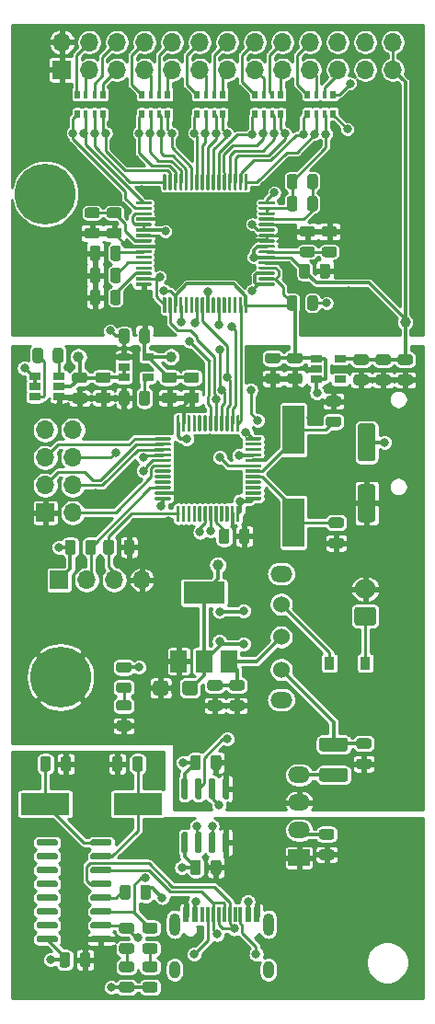
<source format=gbr>
%TF.GenerationSoftware,KiCad,Pcbnew,5.1.6-c6e7f7d~86~ubuntu19.10.1*%
%TF.CreationDate,2020-05-21T12:21:41+02:00*%
%TF.ProjectId,BioElectricalSensor,42696f45-6c65-4637-9472-6963616c5365,rev?*%
%TF.SameCoordinates,Original*%
%TF.FileFunction,Copper,L1,Top*%
%TF.FilePolarity,Positive*%
%FSLAX46Y46*%
G04 Gerber Fmt 4.6, Leading zero omitted, Abs format (unit mm)*
G04 Created by KiCad (PCBNEW 5.1.6-c6e7f7d~86~ubuntu19.10.1) date 2020-05-21 12:21:41*
%MOMM*%
%LPD*%
G01*
G04 APERTURE LIST*
%TA.AperFunction,ComponentPad*%
%ADD10C,5.600000*%
%TD*%
%TA.AperFunction,ComponentPad*%
%ADD11O,2.000000X1.524000*%
%TD*%
%TA.AperFunction,ComponentPad*%
%ADD12C,1.524000*%
%TD*%
%TA.AperFunction,SMDPad,CuDef*%
%ADD13R,0.600000X1.450000*%
%TD*%
%TA.AperFunction,SMDPad,CuDef*%
%ADD14R,0.300000X1.450000*%
%TD*%
%TA.AperFunction,ComponentPad*%
%ADD15O,1.000000X2.100000*%
%TD*%
%TA.AperFunction,ComponentPad*%
%ADD16O,1.000000X1.600000*%
%TD*%
%TA.AperFunction,SMDPad,CuDef*%
%ADD17R,0.500000X0.800000*%
%TD*%
%TA.AperFunction,SMDPad,CuDef*%
%ADD18R,0.400000X0.800000*%
%TD*%
%TA.AperFunction,SMDPad,CuDef*%
%ADD19R,2.000000X4.500000*%
%TD*%
%TA.AperFunction,SMDPad,CuDef*%
%ADD20R,4.500000X2.000000*%
%TD*%
%TA.AperFunction,SMDPad,CuDef*%
%ADD21R,1.060000X0.650000*%
%TD*%
%TA.AperFunction,SMDPad,CuDef*%
%ADD22R,1.500000X2.000000*%
%TD*%
%TA.AperFunction,SMDPad,CuDef*%
%ADD23R,3.800000X2.000000*%
%TD*%
%TA.AperFunction,ComponentPad*%
%ADD24R,2.000000X1.500000*%
%TD*%
%TA.AperFunction,ComponentPad*%
%ADD25O,2.000000X1.500000*%
%TD*%
%TA.AperFunction,SMDPad,CuDef*%
%ADD26C,1.000000*%
%TD*%
%TA.AperFunction,ComponentPad*%
%ADD27O,1.700000X1.700000*%
%TD*%
%TA.AperFunction,ComponentPad*%
%ADD28R,1.700000X1.700000*%
%TD*%
%TA.AperFunction,SMDPad,CuDef*%
%ADD29R,0.900000X1.200000*%
%TD*%
%TA.AperFunction,ComponentPad*%
%ADD30O,2.000000X1.700000*%
%TD*%
%TA.AperFunction,ViaPad*%
%ADD31C,0.800000*%
%TD*%
%TA.AperFunction,Conductor*%
%ADD32C,0.250000*%
%TD*%
%TA.AperFunction,Conductor*%
%ADD33C,0.300000*%
%TD*%
%TA.AperFunction,Conductor*%
%ADD34C,0.254000*%
%TD*%
G04 APERTURE END LIST*
D10*
%TO.P,H3,1*%
%TO.N,GNDD*%
X23241000Y-36195000D03*
%TD*%
%TO.P,H2,1*%
%TO.N,GNDD*%
X24638000Y-80645000D03*
%TD*%
%TO.P,R5,2*%
%TO.N,Net-(R5-Pad2)*%
%TA.AperFunction,SMDPad,CuDef*%
G36*
G01*
X40190000Y-67234750D02*
X40190000Y-68147250D01*
G75*
G02*
X39946250Y-68391000I-243750J0D01*
G01*
X39458750Y-68391000D01*
G75*
G02*
X39215000Y-68147250I0J243750D01*
G01*
X39215000Y-67234750D01*
G75*
G02*
X39458750Y-66991000I243750J0D01*
G01*
X39946250Y-66991000D01*
G75*
G02*
X40190000Y-67234750I0J-243750D01*
G01*
G37*
%TD.AperFunction*%
%TO.P,R5,1*%
%TO.N,GNDD*%
%TA.AperFunction,SMDPad,CuDef*%
G36*
G01*
X42065000Y-67234750D02*
X42065000Y-68147250D01*
G75*
G02*
X41821250Y-68391000I-243750J0D01*
G01*
X41333750Y-68391000D01*
G75*
G02*
X41090000Y-68147250I0J243750D01*
G01*
X41090000Y-67234750D01*
G75*
G02*
X41333750Y-66991000I243750J0D01*
G01*
X41821250Y-66991000D01*
G75*
G02*
X42065000Y-67234750I0J-243750D01*
G01*
G37*
%TD.AperFunction*%
%TD*%
%TO.P,C20,2*%
%TO.N,GNDD*%
%TA.AperFunction,SMDPad,CuDef*%
G36*
G01*
X34576000Y-81235999D02*
X34576000Y-82086001D01*
G75*
G02*
X34326001Y-82336000I-249999J0D01*
G01*
X33425999Y-82336000D01*
G75*
G02*
X33176000Y-82086001I0J249999D01*
G01*
X33176000Y-81235999D01*
G75*
G02*
X33425999Y-80986000I249999J0D01*
G01*
X34326001Y-80986000D01*
G75*
G02*
X34576000Y-81235999I0J-249999D01*
G01*
G37*
%TD.AperFunction*%
%TO.P,C20,1*%
%TO.N,VDD*%
%TA.AperFunction,SMDPad,CuDef*%
G36*
G01*
X37276000Y-81235999D02*
X37276000Y-82086001D01*
G75*
G02*
X37026001Y-82336000I-249999J0D01*
G01*
X36125999Y-82336000D01*
G75*
G02*
X35876000Y-82086001I0J249999D01*
G01*
X35876000Y-81235999D01*
G75*
G02*
X36125999Y-80986000I249999J0D01*
G01*
X37026001Y-80986000D01*
G75*
G02*
X37276000Y-81235999I0J-249999D01*
G01*
G37*
%TD.AperFunction*%
%TD*%
%TO.P,C17,2*%
%TO.N,GNDD*%
%TA.AperFunction,SMDPad,CuDef*%
G36*
G01*
X38405750Y-82794500D02*
X39318250Y-82794500D01*
G75*
G02*
X39562000Y-83038250I0J-243750D01*
G01*
X39562000Y-83525750D01*
G75*
G02*
X39318250Y-83769500I-243750J0D01*
G01*
X38405750Y-83769500D01*
G75*
G02*
X38162000Y-83525750I0J243750D01*
G01*
X38162000Y-83038250D01*
G75*
G02*
X38405750Y-82794500I243750J0D01*
G01*
G37*
%TD.AperFunction*%
%TO.P,C17,1*%
%TO.N,/PWR_IN*%
%TA.AperFunction,SMDPad,CuDef*%
G36*
G01*
X38405750Y-80919500D02*
X39318250Y-80919500D01*
G75*
G02*
X39562000Y-81163250I0J-243750D01*
G01*
X39562000Y-81650750D01*
G75*
G02*
X39318250Y-81894500I-243750J0D01*
G01*
X38405750Y-81894500D01*
G75*
G02*
X38162000Y-81650750I0J243750D01*
G01*
X38162000Y-81163250D01*
G75*
G02*
X38405750Y-80919500I243750J0D01*
G01*
G37*
%TD.AperFunction*%
%TD*%
D11*
%TO.P,SW1,TH*%
%TO.N,N/C*%
X44958000Y-82762000D03*
X44958000Y-71162000D03*
D12*
%TO.P,SW1,3*%
%TO.N,/5V_ISO*%
X44958000Y-79962000D03*
%TO.P,SW1,1*%
%TO.N,Net-(D9-Pad1)*%
X44958000Y-73962000D03*
%TO.P,SW1,2*%
%TO.N,/PWR_IN*%
X44958000Y-76962000D03*
%TD*%
%TO.P,C49,2*%
%TO.N,GNDD*%
%TA.AperFunction,SMDPad,CuDef*%
G36*
G01*
X52121750Y-88158500D02*
X53034250Y-88158500D01*
G75*
G02*
X53278000Y-88402250I0J-243750D01*
G01*
X53278000Y-88889750D01*
G75*
G02*
X53034250Y-89133500I-243750J0D01*
G01*
X52121750Y-89133500D01*
G75*
G02*
X51878000Y-88889750I0J243750D01*
G01*
X51878000Y-88402250D01*
G75*
G02*
X52121750Y-88158500I243750J0D01*
G01*
G37*
%TD.AperFunction*%
%TO.P,C49,1*%
%TO.N,/5V_ISO*%
%TA.AperFunction,SMDPad,CuDef*%
G36*
G01*
X52121750Y-86283500D02*
X53034250Y-86283500D01*
G75*
G02*
X53278000Y-86527250I0J-243750D01*
G01*
X53278000Y-87014750D01*
G75*
G02*
X53034250Y-87258500I-243750J0D01*
G01*
X52121750Y-87258500D01*
G75*
G02*
X51878000Y-87014750I0J243750D01*
G01*
X51878000Y-86527250D01*
G75*
G02*
X52121750Y-86283500I243750J0D01*
G01*
G37*
%TD.AperFunction*%
%TD*%
%TO.P,C48,2*%
%TO.N,GND*%
%TA.AperFunction,SMDPad,CuDef*%
G36*
G01*
X48692750Y-96510500D02*
X49605250Y-96510500D01*
G75*
G02*
X49849000Y-96754250I0J-243750D01*
G01*
X49849000Y-97241750D01*
G75*
G02*
X49605250Y-97485500I-243750J0D01*
G01*
X48692750Y-97485500D01*
G75*
G02*
X48449000Y-97241750I0J243750D01*
G01*
X48449000Y-96754250D01*
G75*
G02*
X48692750Y-96510500I243750J0D01*
G01*
G37*
%TD.AperFunction*%
%TO.P,C48,1*%
%TO.N,+5V*%
%TA.AperFunction,SMDPad,CuDef*%
G36*
G01*
X48692750Y-94635500D02*
X49605250Y-94635500D01*
G75*
G02*
X49849000Y-94879250I0J-243750D01*
G01*
X49849000Y-95366750D01*
G75*
G02*
X49605250Y-95610500I-243750J0D01*
G01*
X48692750Y-95610500D01*
G75*
G02*
X48449000Y-95366750I0J243750D01*
G01*
X48449000Y-94879250D01*
G75*
G02*
X48692750Y-94635500I243750J0D01*
G01*
G37*
%TD.AperFunction*%
%TD*%
D13*
%TO.P,P1,B1*%
%TO.N,GND*%
X42719000Y-102489000D03*
%TO.P,P1,A9*%
%TO.N,+5V*%
X41919000Y-102489000D03*
%TO.P,P1,B9*%
X37019000Y-102489000D03*
%TO.P,P1,B12*%
%TO.N,GND*%
X36219000Y-102489000D03*
%TO.P,P1,A1*%
X36219000Y-102489000D03*
%TO.P,P1,A4*%
%TO.N,+5V*%
X37019000Y-102489000D03*
%TO.P,P1,B4*%
X41919000Y-102489000D03*
%TO.P,P1,A12*%
%TO.N,GND*%
X42719000Y-102489000D03*
D14*
%TO.P,P1,B8*%
%TO.N,Net-(P1-PadB8)*%
X37719000Y-102489000D03*
%TO.P,P1,A5*%
%TO.N,Net-(P1-PadA5)*%
X38219000Y-102489000D03*
%TO.P,P1,B7*%
%TO.N,/USB_DM*%
X38719000Y-102489000D03*
%TO.P,P1,A7*%
X39719000Y-102489000D03*
%TO.P,P1,B6*%
%TO.N,/USB_DP*%
X40219000Y-102489000D03*
%TO.P,P1,A8*%
%TO.N,Net-(P1-PadA8)*%
X40719000Y-102489000D03*
%TO.P,P1,B5*%
%TO.N,Net-(P1-PadB5)*%
X41219000Y-102489000D03*
%TO.P,P1,A6*%
%TO.N,/USB_DP*%
X39219000Y-102489000D03*
D15*
%TO.P,P1,S1*%
%TO.N,Net-(P1-PadS1)*%
X43789000Y-103404000D03*
X35149000Y-103404000D03*
D16*
X35149000Y-107584000D03*
X43789000Y-107584000D03*
%TD*%
D17*
%TO.P,RN2,5*%
%TO.N,/IN_6P*%
X42545000Y-28851000D03*
D18*
%TO.P,RN2,6*%
%TO.N,/IN_6N*%
X43345000Y-28851000D03*
D17*
%TO.P,RN2,8*%
%TO.N,/IN_7N*%
X44945000Y-28851000D03*
D18*
%TO.P,RN2,7*%
%TO.N,/IN_7P*%
X44145000Y-28851000D03*
D17*
%TO.P,RN2,4*%
%TO.N,/6P*%
X42545000Y-27051000D03*
D18*
%TO.P,RN2,2*%
%TO.N,/7P*%
X44145000Y-27051000D03*
%TO.P,RN2,3*%
%TO.N,/6N*%
X43345000Y-27051000D03*
D17*
%TO.P,RN2,1*%
%TO.N,/7N*%
X44945000Y-27051000D03*
%TD*%
%TO.P,RN3,5*%
%TO.N,/IN_4P*%
X37211000Y-28851000D03*
D18*
%TO.P,RN3,6*%
%TO.N,/IN_4N*%
X38011000Y-28851000D03*
D17*
%TO.P,RN3,8*%
%TO.N,/IN_5N*%
X39611000Y-28851000D03*
D18*
%TO.P,RN3,7*%
%TO.N,/IN_5P*%
X38811000Y-28851000D03*
D17*
%TO.P,RN3,4*%
%TO.N,/4P*%
X37211000Y-27051000D03*
D18*
%TO.P,RN3,2*%
%TO.N,/5P*%
X38811000Y-27051000D03*
%TO.P,RN3,3*%
%TO.N,/4N*%
X38011000Y-27051000D03*
D17*
%TO.P,RN3,1*%
%TO.N,/5N*%
X39611000Y-27051000D03*
%TD*%
%TO.P,RN1,5*%
%TO.N,/IN_8P*%
X47371000Y-28829000D03*
D18*
%TO.P,RN1,6*%
%TO.N,/IN_8N*%
X48171000Y-28829000D03*
D17*
%TO.P,RN1,8*%
%TO.N,GNDD*%
X49771000Y-28829000D03*
D18*
%TO.P,RN1,7*%
%TO.N,/IN_RLD_DRV*%
X48971000Y-28829000D03*
D17*
%TO.P,RN1,4*%
%TO.N,/8P*%
X47371000Y-27029000D03*
D18*
%TO.P,RN1,2*%
%TO.N,/RLD_DRV*%
X48971000Y-27029000D03*
%TO.P,RN1,3*%
%TO.N,/8N*%
X48171000Y-27029000D03*
D17*
%TO.P,RN1,1*%
%TO.N,GNDD*%
X49771000Y-27029000D03*
%TD*%
%TO.P,RN4,5*%
%TO.N,/IN_2P*%
X32131000Y-28851000D03*
D18*
%TO.P,RN4,6*%
%TO.N,/IN_2N*%
X32931000Y-28851000D03*
D17*
%TO.P,RN4,8*%
%TO.N,/IN_3N*%
X34531000Y-28851000D03*
D18*
%TO.P,RN4,7*%
%TO.N,/IN_3P*%
X33731000Y-28851000D03*
D17*
%TO.P,RN4,4*%
%TO.N,/2P*%
X32131000Y-27051000D03*
D18*
%TO.P,RN4,2*%
%TO.N,/3P*%
X33731000Y-27051000D03*
%TO.P,RN4,3*%
%TO.N,/2N*%
X32931000Y-27051000D03*
D17*
%TO.P,RN4,1*%
%TO.N,/3N*%
X34531000Y-27051000D03*
%TD*%
%TO.P,RN5,5*%
%TO.N,/IN_TESTP2*%
X26162000Y-28851000D03*
D18*
%TO.P,RN5,6*%
%TO.N,/IN_TESTP1*%
X26962000Y-28851000D03*
D17*
%TO.P,RN5,8*%
%TO.N,/IN_1N*%
X28562000Y-28851000D03*
D18*
%TO.P,RN5,7*%
%TO.N,/IN_1P*%
X27762000Y-28851000D03*
D17*
%TO.P,RN5,4*%
%TO.N,/TESTP2*%
X26162000Y-27051000D03*
D18*
%TO.P,RN5,2*%
%TO.N,/1P*%
X27762000Y-27051000D03*
%TO.P,RN5,3*%
%TO.N,/TESTP1*%
X26962000Y-27051000D03*
D17*
%TO.P,RN5,1*%
%TO.N,/1N*%
X28562000Y-27051000D03*
%TD*%
%TO.P,C39,2*%
%TO.N,VSSA*%
%TA.AperFunction,SMDPad,CuDef*%
G36*
G01*
X28330500Y-43231750D02*
X28330500Y-44144250D01*
G75*
G02*
X28086750Y-44388000I-243750J0D01*
G01*
X27599250Y-44388000D01*
G75*
G02*
X27355500Y-44144250I0J243750D01*
G01*
X27355500Y-43231750D01*
G75*
G02*
X27599250Y-42988000I243750J0D01*
G01*
X28086750Y-42988000D01*
G75*
G02*
X28330500Y-43231750I0J-243750D01*
G01*
G37*
%TD.AperFunction*%
%TO.P,C39,1*%
%TO.N,/VCAP1*%
%TA.AperFunction,SMDPad,CuDef*%
G36*
G01*
X30205500Y-43231750D02*
X30205500Y-44144250D01*
G75*
G02*
X29961750Y-44388000I-243750J0D01*
G01*
X29474250Y-44388000D01*
G75*
G02*
X29230500Y-44144250I0J243750D01*
G01*
X29230500Y-43231750D01*
G75*
G02*
X29474250Y-42988000I243750J0D01*
G01*
X29961750Y-42988000D01*
G75*
G02*
X30205500Y-43231750I0J-243750D01*
G01*
G37*
%TD.AperFunction*%
%TD*%
D19*
%TO.P,Y2,2*%
%TO.N,/OSC_1*%
X46101000Y-57912000D03*
%TO.P,Y2,1*%
%TO.N,/OSC_0*%
X46101000Y-66412000D03*
%TD*%
D20*
%TO.P,Y1,2*%
%TO.N,Net-(C4-Pad1)*%
X23250000Y-92329000D03*
%TO.P,Y1,1*%
%TO.N,Net-(C2-Pad1)*%
X31750000Y-92329000D03*
%TD*%
D21*
%TO.P,U15,5*%
%TO.N,VSSA*%
X32680000Y-51181000D03*
%TO.P,U15,4*%
%TO.N,Net-(C44-Pad1)*%
X32680000Y-53081000D03*
%TO.P,U15,3*%
%TO.N,/Vneg_raw*%
X30480000Y-53081000D03*
%TO.P,U15,2*%
X30480000Y-52131000D03*
%TO.P,U15,1*%
%TO.N,GNDD*%
X30480000Y-51181000D03*
%TD*%
%TO.P,U11,5*%
%TO.N,VDDA*%
X50376000Y-51374000D03*
%TO.P,U11,4*%
%TO.N,Net-(U11-Pad4)*%
X50376000Y-53274000D03*
%TO.P,U11,3*%
%TO.N,VDD*%
X48176000Y-53274000D03*
%TO.P,U11,2*%
%TO.N,GNDD*%
X48176000Y-52324000D03*
%TO.P,U11,1*%
%TO.N,VDD*%
X48176000Y-51374000D03*
%TD*%
%TO.P,U10,5*%
%TO.N,VDD*%
X22311000Y-53909000D03*
%TO.P,U10,6*%
%TO.N,Net-(C25-Pad1)*%
X22311000Y-54859000D03*
%TO.P,U10,4*%
%TO.N,VDD*%
X22311000Y-52959000D03*
%TO.P,U10,3*%
%TO.N,Net-(C25-Pad2)*%
X24511000Y-52959000D03*
%TO.P,U10,2*%
%TO.N,/Vneg_raw*%
X24511000Y-53909000D03*
%TO.P,U10,1*%
%TO.N,GNDD*%
X24511000Y-54859000D03*
%TD*%
%TO.P,U8,64*%
%TO.N,Net-(C47-Pad2)*%
%TA.AperFunction,SMDPad,CuDef*%
G36*
G01*
X42973000Y-36867000D02*
X44298000Y-36867000D01*
G75*
G02*
X44373000Y-36942000I0J-75000D01*
G01*
X44373000Y-37092000D01*
G75*
G02*
X44298000Y-37167000I-75000J0D01*
G01*
X42973000Y-37167000D01*
G75*
G02*
X42898000Y-37092000I0J75000D01*
G01*
X42898000Y-36942000D01*
G75*
G02*
X42973000Y-36867000I75000J0D01*
G01*
G37*
%TD.AperFunction*%
%TO.P,U8,63*%
%TO.N,/IN_RLD_DRV*%
%TA.AperFunction,SMDPad,CuDef*%
G36*
G01*
X42973000Y-37367000D02*
X44298000Y-37367000D01*
G75*
G02*
X44373000Y-37442000I0J-75000D01*
G01*
X44373000Y-37592000D01*
G75*
G02*
X44298000Y-37667000I-75000J0D01*
G01*
X42973000Y-37667000D01*
G75*
G02*
X42898000Y-37592000I0J75000D01*
G01*
X42898000Y-37442000D01*
G75*
G02*
X42973000Y-37367000I75000J0D01*
G01*
G37*
%TD.AperFunction*%
%TO.P,U8,62*%
%TA.AperFunction,SMDPad,CuDef*%
G36*
G01*
X42973000Y-37867000D02*
X44298000Y-37867000D01*
G75*
G02*
X44373000Y-37942000I0J-75000D01*
G01*
X44373000Y-38092000D01*
G75*
G02*
X44298000Y-38167000I-75000J0D01*
G01*
X42973000Y-38167000D01*
G75*
G02*
X42898000Y-38092000I0J75000D01*
G01*
X42898000Y-37942000D01*
G75*
G02*
X42973000Y-37867000I75000J0D01*
G01*
G37*
%TD.AperFunction*%
%TO.P,U8,61*%
%TO.N,Net-(C23-Pad1)*%
%TA.AperFunction,SMDPad,CuDef*%
G36*
G01*
X42973000Y-38367000D02*
X44298000Y-38367000D01*
G75*
G02*
X44373000Y-38442000I0J-75000D01*
G01*
X44373000Y-38592000D01*
G75*
G02*
X44298000Y-38667000I-75000J0D01*
G01*
X42973000Y-38667000D01*
G75*
G02*
X42898000Y-38592000I0J75000D01*
G01*
X42898000Y-38442000D01*
G75*
G02*
X42973000Y-38367000I75000J0D01*
G01*
G37*
%TD.AperFunction*%
%TO.P,U8,60*%
%TO.N,VSSA*%
%TA.AperFunction,SMDPad,CuDef*%
G36*
G01*
X42973000Y-38867000D02*
X44298000Y-38867000D01*
G75*
G02*
X44373000Y-38942000I0J-75000D01*
G01*
X44373000Y-39092000D01*
G75*
G02*
X44298000Y-39167000I-75000J0D01*
G01*
X42973000Y-39167000D01*
G75*
G02*
X42898000Y-39092000I0J75000D01*
G01*
X42898000Y-38942000D01*
G75*
G02*
X42973000Y-38867000I75000J0D01*
G01*
G37*
%TD.AperFunction*%
%TO.P,U8,59*%
%TO.N,VDDA*%
%TA.AperFunction,SMDPad,CuDef*%
G36*
G01*
X42973000Y-39367000D02*
X44298000Y-39367000D01*
G75*
G02*
X44373000Y-39442000I0J-75000D01*
G01*
X44373000Y-39592000D01*
G75*
G02*
X44298000Y-39667000I-75000J0D01*
G01*
X42973000Y-39667000D01*
G75*
G02*
X42898000Y-39592000I0J75000D01*
G01*
X42898000Y-39442000D01*
G75*
G02*
X42973000Y-39367000I75000J0D01*
G01*
G37*
%TD.AperFunction*%
%TO.P,U8,58*%
%TO.N,VSSA*%
%TA.AperFunction,SMDPad,CuDef*%
G36*
G01*
X42973000Y-39867000D02*
X44298000Y-39867000D01*
G75*
G02*
X44373000Y-39942000I0J-75000D01*
G01*
X44373000Y-40092000D01*
G75*
G02*
X44298000Y-40167000I-75000J0D01*
G01*
X42973000Y-40167000D01*
G75*
G02*
X42898000Y-40092000I0J75000D01*
G01*
X42898000Y-39942000D01*
G75*
G02*
X42973000Y-39867000I75000J0D01*
G01*
G37*
%TD.AperFunction*%
%TO.P,U8,57*%
%TA.AperFunction,SMDPad,CuDef*%
G36*
G01*
X42973000Y-40367000D02*
X44298000Y-40367000D01*
G75*
G02*
X44373000Y-40442000I0J-75000D01*
G01*
X44373000Y-40592000D01*
G75*
G02*
X44298000Y-40667000I-75000J0D01*
G01*
X42973000Y-40667000D01*
G75*
G02*
X42898000Y-40592000I0J75000D01*
G01*
X42898000Y-40442000D01*
G75*
G02*
X42973000Y-40367000I75000J0D01*
G01*
G37*
%TD.AperFunction*%
%TO.P,U8,56*%
%TO.N,VDDA*%
%TA.AperFunction,SMDPad,CuDef*%
G36*
G01*
X42973000Y-40867000D02*
X44298000Y-40867000D01*
G75*
G02*
X44373000Y-40942000I0J-75000D01*
G01*
X44373000Y-41092000D01*
G75*
G02*
X44298000Y-41167000I-75000J0D01*
G01*
X42973000Y-41167000D01*
G75*
G02*
X42898000Y-41092000I0J75000D01*
G01*
X42898000Y-40942000D01*
G75*
G02*
X42973000Y-40867000I75000J0D01*
G01*
G37*
%TD.AperFunction*%
%TO.P,U8,55*%
%TO.N,/VCAP3*%
%TA.AperFunction,SMDPad,CuDef*%
G36*
G01*
X42973000Y-41367000D02*
X44298000Y-41367000D01*
G75*
G02*
X44373000Y-41442000I0J-75000D01*
G01*
X44373000Y-41592000D01*
G75*
G02*
X44298000Y-41667000I-75000J0D01*
G01*
X42973000Y-41667000D01*
G75*
G02*
X42898000Y-41592000I0J75000D01*
G01*
X42898000Y-41442000D01*
G75*
G02*
X42973000Y-41367000I75000J0D01*
G01*
G37*
%TD.AperFunction*%
%TO.P,U8,54*%
%TO.N,VDDA*%
%TA.AperFunction,SMDPad,CuDef*%
G36*
G01*
X42973000Y-41867000D02*
X44298000Y-41867000D01*
G75*
G02*
X44373000Y-41942000I0J-75000D01*
G01*
X44373000Y-42092000D01*
G75*
G02*
X44298000Y-42167000I-75000J0D01*
G01*
X42973000Y-42167000D01*
G75*
G02*
X42898000Y-42092000I0J75000D01*
G01*
X42898000Y-41942000D01*
G75*
G02*
X42973000Y-41867000I75000J0D01*
G01*
G37*
%TD.AperFunction*%
%TO.P,U8,53*%
%TO.N,VSSA*%
%TA.AperFunction,SMDPad,CuDef*%
G36*
G01*
X42973000Y-42367000D02*
X44298000Y-42367000D01*
G75*
G02*
X44373000Y-42442000I0J-75000D01*
G01*
X44373000Y-42592000D01*
G75*
G02*
X44298000Y-42667000I-75000J0D01*
G01*
X42973000Y-42667000D01*
G75*
G02*
X42898000Y-42592000I0J75000D01*
G01*
X42898000Y-42442000D01*
G75*
G02*
X42973000Y-42367000I75000J0D01*
G01*
G37*
%TD.AperFunction*%
%TO.P,U8,52*%
%TO.N,VDD*%
%TA.AperFunction,SMDPad,CuDef*%
G36*
G01*
X42973000Y-42867000D02*
X44298000Y-42867000D01*
G75*
G02*
X44373000Y-42942000I0J-75000D01*
G01*
X44373000Y-43092000D01*
G75*
G02*
X44298000Y-43167000I-75000J0D01*
G01*
X42973000Y-43167000D01*
G75*
G02*
X42898000Y-43092000I0J75000D01*
G01*
X42898000Y-42942000D01*
G75*
G02*
X42973000Y-42867000I75000J0D01*
G01*
G37*
%TD.AperFunction*%
%TO.P,U8,51*%
%TO.N,GNDD*%
%TA.AperFunction,SMDPad,CuDef*%
G36*
G01*
X42973000Y-43367000D02*
X44298000Y-43367000D01*
G75*
G02*
X44373000Y-43442000I0J-75000D01*
G01*
X44373000Y-43592000D01*
G75*
G02*
X44298000Y-43667000I-75000J0D01*
G01*
X42973000Y-43667000D01*
G75*
G02*
X42898000Y-43592000I0J75000D01*
G01*
X42898000Y-43442000D01*
G75*
G02*
X42973000Y-43367000I75000J0D01*
G01*
G37*
%TD.AperFunction*%
%TO.P,U8,50*%
%TO.N,VDD*%
%TA.AperFunction,SMDPad,CuDef*%
G36*
G01*
X42973000Y-43867000D02*
X44298000Y-43867000D01*
G75*
G02*
X44373000Y-43942000I0J-75000D01*
G01*
X44373000Y-44092000D01*
G75*
G02*
X44298000Y-44167000I-75000J0D01*
G01*
X42973000Y-44167000D01*
G75*
G02*
X42898000Y-44092000I0J75000D01*
G01*
X42898000Y-43942000D01*
G75*
G02*
X42973000Y-43867000I75000J0D01*
G01*
G37*
%TD.AperFunction*%
%TO.P,U8,49*%
%TO.N,GNDD*%
%TA.AperFunction,SMDPad,CuDef*%
G36*
G01*
X42973000Y-44367000D02*
X44298000Y-44367000D01*
G75*
G02*
X44373000Y-44442000I0J-75000D01*
G01*
X44373000Y-44592000D01*
G75*
G02*
X44298000Y-44667000I-75000J0D01*
G01*
X42973000Y-44667000D01*
G75*
G02*
X42898000Y-44592000I0J75000D01*
G01*
X42898000Y-44442000D01*
G75*
G02*
X42973000Y-44367000I75000J0D01*
G01*
G37*
%TD.AperFunction*%
%TO.P,U8,48*%
%TO.N,VDD*%
%TA.AperFunction,SMDPad,CuDef*%
G36*
G01*
X41648000Y-45692000D02*
X41798000Y-45692000D01*
G75*
G02*
X41873000Y-45767000I0J-75000D01*
G01*
X41873000Y-47092000D01*
G75*
G02*
X41798000Y-47167000I-75000J0D01*
G01*
X41648000Y-47167000D01*
G75*
G02*
X41573000Y-47092000I0J75000D01*
G01*
X41573000Y-45767000D01*
G75*
G02*
X41648000Y-45692000I75000J0D01*
G01*
G37*
%TD.AperFunction*%
%TO.P,U8,47*%
%TO.N,/FE_DRDY*%
%TA.AperFunction,SMDPad,CuDef*%
G36*
G01*
X41148000Y-45692000D02*
X41298000Y-45692000D01*
G75*
G02*
X41373000Y-45767000I0J-75000D01*
G01*
X41373000Y-47092000D01*
G75*
G02*
X41298000Y-47167000I-75000J0D01*
G01*
X41148000Y-47167000D01*
G75*
G02*
X41073000Y-47092000I0J75000D01*
G01*
X41073000Y-45767000D01*
G75*
G02*
X41148000Y-45692000I75000J0D01*
G01*
G37*
%TD.AperFunction*%
%TO.P,U8,46*%
%TO.N,Net-(U8-Pad46)*%
%TA.AperFunction,SMDPad,CuDef*%
G36*
G01*
X40648000Y-45692000D02*
X40798000Y-45692000D01*
G75*
G02*
X40873000Y-45767000I0J-75000D01*
G01*
X40873000Y-47092000D01*
G75*
G02*
X40798000Y-47167000I-75000J0D01*
G01*
X40648000Y-47167000D01*
G75*
G02*
X40573000Y-47092000I0J75000D01*
G01*
X40573000Y-45767000D01*
G75*
G02*
X40648000Y-45692000I75000J0D01*
G01*
G37*
%TD.AperFunction*%
%TO.P,U8,45*%
%TO.N,Net-(U8-Pad45)*%
%TA.AperFunction,SMDPad,CuDef*%
G36*
G01*
X40148000Y-45692000D02*
X40298000Y-45692000D01*
G75*
G02*
X40373000Y-45767000I0J-75000D01*
G01*
X40373000Y-47092000D01*
G75*
G02*
X40298000Y-47167000I-75000J0D01*
G01*
X40148000Y-47167000D01*
G75*
G02*
X40073000Y-47092000I0J75000D01*
G01*
X40073000Y-45767000D01*
G75*
G02*
X40148000Y-45692000I75000J0D01*
G01*
G37*
%TD.AperFunction*%
%TO.P,U8,44*%
%TO.N,Net-(U8-Pad44)*%
%TA.AperFunction,SMDPad,CuDef*%
G36*
G01*
X39648000Y-45692000D02*
X39798000Y-45692000D01*
G75*
G02*
X39873000Y-45767000I0J-75000D01*
G01*
X39873000Y-47092000D01*
G75*
G02*
X39798000Y-47167000I-75000J0D01*
G01*
X39648000Y-47167000D01*
G75*
G02*
X39573000Y-47092000I0J75000D01*
G01*
X39573000Y-45767000D01*
G75*
G02*
X39648000Y-45692000I75000J0D01*
G01*
G37*
%TD.AperFunction*%
%TO.P,U8,43*%
%TO.N,/MISO*%
%TA.AperFunction,SMDPad,CuDef*%
G36*
G01*
X39148000Y-45692000D02*
X39298000Y-45692000D01*
G75*
G02*
X39373000Y-45767000I0J-75000D01*
G01*
X39373000Y-47092000D01*
G75*
G02*
X39298000Y-47167000I-75000J0D01*
G01*
X39148000Y-47167000D01*
G75*
G02*
X39073000Y-47092000I0J75000D01*
G01*
X39073000Y-45767000D01*
G75*
G02*
X39148000Y-45692000I75000J0D01*
G01*
G37*
%TD.AperFunction*%
%TO.P,U8,42*%
%TO.N,Net-(U8-Pad42)*%
%TA.AperFunction,SMDPad,CuDef*%
G36*
G01*
X38648000Y-45692000D02*
X38798000Y-45692000D01*
G75*
G02*
X38873000Y-45767000I0J-75000D01*
G01*
X38873000Y-47092000D01*
G75*
G02*
X38798000Y-47167000I-75000J0D01*
G01*
X38648000Y-47167000D01*
G75*
G02*
X38573000Y-47092000I0J75000D01*
G01*
X38573000Y-45767000D01*
G75*
G02*
X38648000Y-45692000I75000J0D01*
G01*
G37*
%TD.AperFunction*%
%TO.P,U8,41*%
%TO.N,GNDD*%
%TA.AperFunction,SMDPad,CuDef*%
G36*
G01*
X38148000Y-45692000D02*
X38298000Y-45692000D01*
G75*
G02*
X38373000Y-45767000I0J-75000D01*
G01*
X38373000Y-47092000D01*
G75*
G02*
X38298000Y-47167000I-75000J0D01*
G01*
X38148000Y-47167000D01*
G75*
G02*
X38073000Y-47092000I0J75000D01*
G01*
X38073000Y-45767000D01*
G75*
G02*
X38148000Y-45692000I75000J0D01*
G01*
G37*
%TD.AperFunction*%
%TO.P,U8,40*%
%TO.N,/SCLK*%
%TA.AperFunction,SMDPad,CuDef*%
G36*
G01*
X37648000Y-45692000D02*
X37798000Y-45692000D01*
G75*
G02*
X37873000Y-45767000I0J-75000D01*
G01*
X37873000Y-47092000D01*
G75*
G02*
X37798000Y-47167000I-75000J0D01*
G01*
X37648000Y-47167000D01*
G75*
G02*
X37573000Y-47092000I0J75000D01*
G01*
X37573000Y-45767000D01*
G75*
G02*
X37648000Y-45692000I75000J0D01*
G01*
G37*
%TD.AperFunction*%
%TO.P,U8,39*%
%TO.N,/FE_CS*%
%TA.AperFunction,SMDPad,CuDef*%
G36*
G01*
X37148000Y-45692000D02*
X37298000Y-45692000D01*
G75*
G02*
X37373000Y-45767000I0J-75000D01*
G01*
X37373000Y-47092000D01*
G75*
G02*
X37298000Y-47167000I-75000J0D01*
G01*
X37148000Y-47167000D01*
G75*
G02*
X37073000Y-47092000I0J75000D01*
G01*
X37073000Y-45767000D01*
G75*
G02*
X37148000Y-45692000I75000J0D01*
G01*
G37*
%TD.AperFunction*%
%TO.P,U8,38*%
%TO.N,Net-(U8-Pad38)*%
%TA.AperFunction,SMDPad,CuDef*%
G36*
G01*
X36648000Y-45692000D02*
X36798000Y-45692000D01*
G75*
G02*
X36873000Y-45767000I0J-75000D01*
G01*
X36873000Y-47092000D01*
G75*
G02*
X36798000Y-47167000I-75000J0D01*
G01*
X36648000Y-47167000D01*
G75*
G02*
X36573000Y-47092000I0J75000D01*
G01*
X36573000Y-45767000D01*
G75*
G02*
X36648000Y-45692000I75000J0D01*
G01*
G37*
%TD.AperFunction*%
%TO.P,U8,37*%
%TO.N,Net-(U8-Pad37)*%
%TA.AperFunction,SMDPad,CuDef*%
G36*
G01*
X36148000Y-45692000D02*
X36298000Y-45692000D01*
G75*
G02*
X36373000Y-45767000I0J-75000D01*
G01*
X36373000Y-47092000D01*
G75*
G02*
X36298000Y-47167000I-75000J0D01*
G01*
X36148000Y-47167000D01*
G75*
G02*
X36073000Y-47092000I0J75000D01*
G01*
X36073000Y-45767000D01*
G75*
G02*
X36148000Y-45692000I75000J0D01*
G01*
G37*
%TD.AperFunction*%
%TO.P,U8,36*%
%TO.N,/FE_RESET*%
%TA.AperFunction,SMDPad,CuDef*%
G36*
G01*
X35648000Y-45692000D02*
X35798000Y-45692000D01*
G75*
G02*
X35873000Y-45767000I0J-75000D01*
G01*
X35873000Y-47092000D01*
G75*
G02*
X35798000Y-47167000I-75000J0D01*
G01*
X35648000Y-47167000D01*
G75*
G02*
X35573000Y-47092000I0J75000D01*
G01*
X35573000Y-45767000D01*
G75*
G02*
X35648000Y-45692000I75000J0D01*
G01*
G37*
%TD.AperFunction*%
%TO.P,U8,35*%
%TO.N,VDD*%
%TA.AperFunction,SMDPad,CuDef*%
G36*
G01*
X35148000Y-45692000D02*
X35298000Y-45692000D01*
G75*
G02*
X35373000Y-45767000I0J-75000D01*
G01*
X35373000Y-47092000D01*
G75*
G02*
X35298000Y-47167000I-75000J0D01*
G01*
X35148000Y-47167000D01*
G75*
G02*
X35073000Y-47092000I0J75000D01*
G01*
X35073000Y-45767000D01*
G75*
G02*
X35148000Y-45692000I75000J0D01*
G01*
G37*
%TD.AperFunction*%
%TO.P,U8,34*%
%TO.N,/MOSI*%
%TA.AperFunction,SMDPad,CuDef*%
G36*
G01*
X34648000Y-45692000D02*
X34798000Y-45692000D01*
G75*
G02*
X34873000Y-45767000I0J-75000D01*
G01*
X34873000Y-47092000D01*
G75*
G02*
X34798000Y-47167000I-75000J0D01*
G01*
X34648000Y-47167000D01*
G75*
G02*
X34573000Y-47092000I0J75000D01*
G01*
X34573000Y-45767000D01*
G75*
G02*
X34648000Y-45692000I75000J0D01*
G01*
G37*
%TD.AperFunction*%
%TO.P,U8,33*%
%TO.N,GNDD*%
%TA.AperFunction,SMDPad,CuDef*%
G36*
G01*
X34148000Y-45692000D02*
X34298000Y-45692000D01*
G75*
G02*
X34373000Y-45767000I0J-75000D01*
G01*
X34373000Y-47092000D01*
G75*
G02*
X34298000Y-47167000I-75000J0D01*
G01*
X34148000Y-47167000D01*
G75*
G02*
X34073000Y-47092000I0J75000D01*
G01*
X34073000Y-45767000D01*
G75*
G02*
X34148000Y-45692000I75000J0D01*
G01*
G37*
%TD.AperFunction*%
%TO.P,U8,32*%
%TO.N,VSSA*%
%TA.AperFunction,SMDPad,CuDef*%
G36*
G01*
X31648000Y-44367000D02*
X32973000Y-44367000D01*
G75*
G02*
X33048000Y-44442000I0J-75000D01*
G01*
X33048000Y-44592000D01*
G75*
G02*
X32973000Y-44667000I-75000J0D01*
G01*
X31648000Y-44667000D01*
G75*
G02*
X31573000Y-44592000I0J75000D01*
G01*
X31573000Y-44442000D01*
G75*
G02*
X31648000Y-44367000I75000J0D01*
G01*
G37*
%TD.AperFunction*%
%TO.P,U8,31*%
%TO.N,GNDD*%
%TA.AperFunction,SMDPad,CuDef*%
G36*
G01*
X31648000Y-43867000D02*
X32973000Y-43867000D01*
G75*
G02*
X33048000Y-43942000I0J-75000D01*
G01*
X33048000Y-44092000D01*
G75*
G02*
X32973000Y-44167000I-75000J0D01*
G01*
X31648000Y-44167000D01*
G75*
G02*
X31573000Y-44092000I0J75000D01*
G01*
X31573000Y-43942000D01*
G75*
G02*
X31648000Y-43867000I75000J0D01*
G01*
G37*
%TD.AperFunction*%
%TO.P,U8,30*%
%TO.N,/VCAP2*%
%TA.AperFunction,SMDPad,CuDef*%
G36*
G01*
X31648000Y-43367000D02*
X32973000Y-43367000D01*
G75*
G02*
X33048000Y-43442000I0J-75000D01*
G01*
X33048000Y-43592000D01*
G75*
G02*
X32973000Y-43667000I-75000J0D01*
G01*
X31648000Y-43667000D01*
G75*
G02*
X31573000Y-43592000I0J75000D01*
G01*
X31573000Y-43442000D01*
G75*
G02*
X31648000Y-43367000I75000J0D01*
G01*
G37*
%TD.AperFunction*%
%TO.P,U8,29*%
%TO.N,Net-(U8-Pad29)*%
%TA.AperFunction,SMDPad,CuDef*%
G36*
G01*
X31648000Y-42867000D02*
X32973000Y-42867000D01*
G75*
G02*
X33048000Y-42942000I0J-75000D01*
G01*
X33048000Y-43092000D01*
G75*
G02*
X32973000Y-43167000I-75000J0D01*
G01*
X31648000Y-43167000D01*
G75*
G02*
X31573000Y-43092000I0J75000D01*
G01*
X31573000Y-42942000D01*
G75*
G02*
X31648000Y-42867000I75000J0D01*
G01*
G37*
%TD.AperFunction*%
%TO.P,U8,28*%
%TO.N,/VCAP1*%
%TA.AperFunction,SMDPad,CuDef*%
G36*
G01*
X31648000Y-42367000D02*
X32973000Y-42367000D01*
G75*
G02*
X33048000Y-42442000I0J-75000D01*
G01*
X33048000Y-42592000D01*
G75*
G02*
X32973000Y-42667000I-75000J0D01*
G01*
X31648000Y-42667000D01*
G75*
G02*
X31573000Y-42592000I0J75000D01*
G01*
X31573000Y-42442000D01*
G75*
G02*
X31648000Y-42367000I75000J0D01*
G01*
G37*
%TD.AperFunction*%
%TO.P,U8,27*%
%TO.N,Net-(U8-Pad27)*%
%TA.AperFunction,SMDPad,CuDef*%
G36*
G01*
X31648000Y-41867000D02*
X32973000Y-41867000D01*
G75*
G02*
X33048000Y-41942000I0J-75000D01*
G01*
X33048000Y-42092000D01*
G75*
G02*
X32973000Y-42167000I-75000J0D01*
G01*
X31648000Y-42167000D01*
G75*
G02*
X31573000Y-42092000I0J75000D01*
G01*
X31573000Y-41942000D01*
G75*
G02*
X31648000Y-41867000I75000J0D01*
G01*
G37*
%TD.AperFunction*%
%TO.P,U8,26*%
%TO.N,/VCAP4*%
%TA.AperFunction,SMDPad,CuDef*%
G36*
G01*
X31648000Y-41367000D02*
X32973000Y-41367000D01*
G75*
G02*
X33048000Y-41442000I0J-75000D01*
G01*
X33048000Y-41592000D01*
G75*
G02*
X32973000Y-41667000I-75000J0D01*
G01*
X31648000Y-41667000D01*
G75*
G02*
X31573000Y-41592000I0J75000D01*
G01*
X31573000Y-41442000D01*
G75*
G02*
X31648000Y-41367000I75000J0D01*
G01*
G37*
%TD.AperFunction*%
%TO.P,U8,25*%
%TO.N,VSSA*%
%TA.AperFunction,SMDPad,CuDef*%
G36*
G01*
X31648000Y-40867000D02*
X32973000Y-40867000D01*
G75*
G02*
X33048000Y-40942000I0J-75000D01*
G01*
X33048000Y-41092000D01*
G75*
G02*
X32973000Y-41167000I-75000J0D01*
G01*
X31648000Y-41167000D01*
G75*
G02*
X31573000Y-41092000I0J75000D01*
G01*
X31573000Y-40942000D01*
G75*
G02*
X31648000Y-40867000I75000J0D01*
G01*
G37*
%TD.AperFunction*%
%TO.P,U8,24*%
%TO.N,Net-(C18-Pad1)*%
%TA.AperFunction,SMDPad,CuDef*%
G36*
G01*
X31648000Y-40367000D02*
X32973000Y-40367000D01*
G75*
G02*
X33048000Y-40442000I0J-75000D01*
G01*
X33048000Y-40592000D01*
G75*
G02*
X32973000Y-40667000I-75000J0D01*
G01*
X31648000Y-40667000D01*
G75*
G02*
X31573000Y-40592000I0J75000D01*
G01*
X31573000Y-40442000D01*
G75*
G02*
X31648000Y-40367000I75000J0D01*
G01*
G37*
%TD.AperFunction*%
%TO.P,U8,23*%
%TO.N,VSSA*%
%TA.AperFunction,SMDPad,CuDef*%
G36*
G01*
X31648000Y-39867000D02*
X32973000Y-39867000D01*
G75*
G02*
X33048000Y-39942000I0J-75000D01*
G01*
X33048000Y-40092000D01*
G75*
G02*
X32973000Y-40167000I-75000J0D01*
G01*
X31648000Y-40167000D01*
G75*
G02*
X31573000Y-40092000I0J75000D01*
G01*
X31573000Y-39942000D01*
G75*
G02*
X31648000Y-39867000I75000J0D01*
G01*
G37*
%TD.AperFunction*%
%TO.P,U8,22*%
%TO.N,VDDA*%
%TA.AperFunction,SMDPad,CuDef*%
G36*
G01*
X31648000Y-39367000D02*
X32973000Y-39367000D01*
G75*
G02*
X33048000Y-39442000I0J-75000D01*
G01*
X33048000Y-39592000D01*
G75*
G02*
X32973000Y-39667000I-75000J0D01*
G01*
X31648000Y-39667000D01*
G75*
G02*
X31573000Y-39592000I0J75000D01*
G01*
X31573000Y-39442000D01*
G75*
G02*
X31648000Y-39367000I75000J0D01*
G01*
G37*
%TD.AperFunction*%
%TO.P,U8,21*%
%TA.AperFunction,SMDPad,CuDef*%
G36*
G01*
X31648000Y-38867000D02*
X32973000Y-38867000D01*
G75*
G02*
X33048000Y-38942000I0J-75000D01*
G01*
X33048000Y-39092000D01*
G75*
G02*
X32973000Y-39167000I-75000J0D01*
G01*
X31648000Y-39167000D01*
G75*
G02*
X31573000Y-39092000I0J75000D01*
G01*
X31573000Y-38942000D01*
G75*
G02*
X31648000Y-38867000I75000J0D01*
G01*
G37*
%TD.AperFunction*%
%TO.P,U8,20*%
%TO.N,VSSA*%
%TA.AperFunction,SMDPad,CuDef*%
G36*
G01*
X31648000Y-38367000D02*
X32973000Y-38367000D01*
G75*
G02*
X33048000Y-38442000I0J-75000D01*
G01*
X33048000Y-38592000D01*
G75*
G02*
X32973000Y-38667000I-75000J0D01*
G01*
X31648000Y-38667000D01*
G75*
G02*
X31573000Y-38592000I0J75000D01*
G01*
X31573000Y-38442000D01*
G75*
G02*
X31648000Y-38367000I75000J0D01*
G01*
G37*
%TD.AperFunction*%
%TO.P,U8,19*%
%TO.N,VDDA*%
%TA.AperFunction,SMDPad,CuDef*%
G36*
G01*
X31648000Y-37867000D02*
X32973000Y-37867000D01*
G75*
G02*
X33048000Y-37942000I0J-75000D01*
G01*
X33048000Y-38092000D01*
G75*
G02*
X32973000Y-38167000I-75000J0D01*
G01*
X31648000Y-38167000D01*
G75*
G02*
X31573000Y-38092000I0J75000D01*
G01*
X31573000Y-37942000D01*
G75*
G02*
X31648000Y-37867000I75000J0D01*
G01*
G37*
%TD.AperFunction*%
%TO.P,U8,18*%
%TO.N,/IN_TESTP2*%
%TA.AperFunction,SMDPad,CuDef*%
G36*
G01*
X31648000Y-37367000D02*
X32973000Y-37367000D01*
G75*
G02*
X33048000Y-37442000I0J-75000D01*
G01*
X33048000Y-37592000D01*
G75*
G02*
X32973000Y-37667000I-75000J0D01*
G01*
X31648000Y-37667000D01*
G75*
G02*
X31573000Y-37592000I0J75000D01*
G01*
X31573000Y-37442000D01*
G75*
G02*
X31648000Y-37367000I75000J0D01*
G01*
G37*
%TD.AperFunction*%
%TO.P,U8,17*%
%TO.N,/IN_TESTP1*%
%TA.AperFunction,SMDPad,CuDef*%
G36*
G01*
X31648000Y-36867000D02*
X32973000Y-36867000D01*
G75*
G02*
X33048000Y-36942000I0J-75000D01*
G01*
X33048000Y-37092000D01*
G75*
G02*
X32973000Y-37167000I-75000J0D01*
G01*
X31648000Y-37167000D01*
G75*
G02*
X31573000Y-37092000I0J75000D01*
G01*
X31573000Y-36942000D01*
G75*
G02*
X31648000Y-36867000I75000J0D01*
G01*
G37*
%TD.AperFunction*%
%TO.P,U8,16*%
%TO.N,/IN_1P*%
%TA.AperFunction,SMDPad,CuDef*%
G36*
G01*
X34148000Y-34367000D02*
X34298000Y-34367000D01*
G75*
G02*
X34373000Y-34442000I0J-75000D01*
G01*
X34373000Y-35767000D01*
G75*
G02*
X34298000Y-35842000I-75000J0D01*
G01*
X34148000Y-35842000D01*
G75*
G02*
X34073000Y-35767000I0J75000D01*
G01*
X34073000Y-34442000D01*
G75*
G02*
X34148000Y-34367000I75000J0D01*
G01*
G37*
%TD.AperFunction*%
%TO.P,U8,15*%
%TO.N,/IN_1N*%
%TA.AperFunction,SMDPad,CuDef*%
G36*
G01*
X34648000Y-34367000D02*
X34798000Y-34367000D01*
G75*
G02*
X34873000Y-34442000I0J-75000D01*
G01*
X34873000Y-35767000D01*
G75*
G02*
X34798000Y-35842000I-75000J0D01*
G01*
X34648000Y-35842000D01*
G75*
G02*
X34573000Y-35767000I0J75000D01*
G01*
X34573000Y-34442000D01*
G75*
G02*
X34648000Y-34367000I75000J0D01*
G01*
G37*
%TD.AperFunction*%
%TO.P,U8,14*%
%TO.N,/IN_2P*%
%TA.AperFunction,SMDPad,CuDef*%
G36*
G01*
X35148000Y-34367000D02*
X35298000Y-34367000D01*
G75*
G02*
X35373000Y-34442000I0J-75000D01*
G01*
X35373000Y-35767000D01*
G75*
G02*
X35298000Y-35842000I-75000J0D01*
G01*
X35148000Y-35842000D01*
G75*
G02*
X35073000Y-35767000I0J75000D01*
G01*
X35073000Y-34442000D01*
G75*
G02*
X35148000Y-34367000I75000J0D01*
G01*
G37*
%TD.AperFunction*%
%TO.P,U8,13*%
%TO.N,/IN_2N*%
%TA.AperFunction,SMDPad,CuDef*%
G36*
G01*
X35648000Y-34367000D02*
X35798000Y-34367000D01*
G75*
G02*
X35873000Y-34442000I0J-75000D01*
G01*
X35873000Y-35767000D01*
G75*
G02*
X35798000Y-35842000I-75000J0D01*
G01*
X35648000Y-35842000D01*
G75*
G02*
X35573000Y-35767000I0J75000D01*
G01*
X35573000Y-34442000D01*
G75*
G02*
X35648000Y-34367000I75000J0D01*
G01*
G37*
%TD.AperFunction*%
%TO.P,U8,12*%
%TO.N,/IN_3P*%
%TA.AperFunction,SMDPad,CuDef*%
G36*
G01*
X36148000Y-34367000D02*
X36298000Y-34367000D01*
G75*
G02*
X36373000Y-34442000I0J-75000D01*
G01*
X36373000Y-35767000D01*
G75*
G02*
X36298000Y-35842000I-75000J0D01*
G01*
X36148000Y-35842000D01*
G75*
G02*
X36073000Y-35767000I0J75000D01*
G01*
X36073000Y-34442000D01*
G75*
G02*
X36148000Y-34367000I75000J0D01*
G01*
G37*
%TD.AperFunction*%
%TO.P,U8,11*%
%TO.N,/IN_3N*%
%TA.AperFunction,SMDPad,CuDef*%
G36*
G01*
X36648000Y-34367000D02*
X36798000Y-34367000D01*
G75*
G02*
X36873000Y-34442000I0J-75000D01*
G01*
X36873000Y-35767000D01*
G75*
G02*
X36798000Y-35842000I-75000J0D01*
G01*
X36648000Y-35842000D01*
G75*
G02*
X36573000Y-35767000I0J75000D01*
G01*
X36573000Y-34442000D01*
G75*
G02*
X36648000Y-34367000I75000J0D01*
G01*
G37*
%TD.AperFunction*%
%TO.P,U8,10*%
%TO.N,/IN_4P*%
%TA.AperFunction,SMDPad,CuDef*%
G36*
G01*
X37148000Y-34367000D02*
X37298000Y-34367000D01*
G75*
G02*
X37373000Y-34442000I0J-75000D01*
G01*
X37373000Y-35767000D01*
G75*
G02*
X37298000Y-35842000I-75000J0D01*
G01*
X37148000Y-35842000D01*
G75*
G02*
X37073000Y-35767000I0J75000D01*
G01*
X37073000Y-34442000D01*
G75*
G02*
X37148000Y-34367000I75000J0D01*
G01*
G37*
%TD.AperFunction*%
%TO.P,U8,9*%
%TO.N,/IN_4N*%
%TA.AperFunction,SMDPad,CuDef*%
G36*
G01*
X37648000Y-34367000D02*
X37798000Y-34367000D01*
G75*
G02*
X37873000Y-34442000I0J-75000D01*
G01*
X37873000Y-35767000D01*
G75*
G02*
X37798000Y-35842000I-75000J0D01*
G01*
X37648000Y-35842000D01*
G75*
G02*
X37573000Y-35767000I0J75000D01*
G01*
X37573000Y-34442000D01*
G75*
G02*
X37648000Y-34367000I75000J0D01*
G01*
G37*
%TD.AperFunction*%
%TO.P,U8,8*%
%TO.N,/IN_5P*%
%TA.AperFunction,SMDPad,CuDef*%
G36*
G01*
X38148000Y-34367000D02*
X38298000Y-34367000D01*
G75*
G02*
X38373000Y-34442000I0J-75000D01*
G01*
X38373000Y-35767000D01*
G75*
G02*
X38298000Y-35842000I-75000J0D01*
G01*
X38148000Y-35842000D01*
G75*
G02*
X38073000Y-35767000I0J75000D01*
G01*
X38073000Y-34442000D01*
G75*
G02*
X38148000Y-34367000I75000J0D01*
G01*
G37*
%TD.AperFunction*%
%TO.P,U8,7*%
%TO.N,/IN_5N*%
%TA.AperFunction,SMDPad,CuDef*%
G36*
G01*
X38648000Y-34367000D02*
X38798000Y-34367000D01*
G75*
G02*
X38873000Y-34442000I0J-75000D01*
G01*
X38873000Y-35767000D01*
G75*
G02*
X38798000Y-35842000I-75000J0D01*
G01*
X38648000Y-35842000D01*
G75*
G02*
X38573000Y-35767000I0J75000D01*
G01*
X38573000Y-34442000D01*
G75*
G02*
X38648000Y-34367000I75000J0D01*
G01*
G37*
%TD.AperFunction*%
%TO.P,U8,6*%
%TO.N,/IN_6P*%
%TA.AperFunction,SMDPad,CuDef*%
G36*
G01*
X39148000Y-34367000D02*
X39298000Y-34367000D01*
G75*
G02*
X39373000Y-34442000I0J-75000D01*
G01*
X39373000Y-35767000D01*
G75*
G02*
X39298000Y-35842000I-75000J0D01*
G01*
X39148000Y-35842000D01*
G75*
G02*
X39073000Y-35767000I0J75000D01*
G01*
X39073000Y-34442000D01*
G75*
G02*
X39148000Y-34367000I75000J0D01*
G01*
G37*
%TD.AperFunction*%
%TO.P,U8,5*%
%TO.N,/IN_6N*%
%TA.AperFunction,SMDPad,CuDef*%
G36*
G01*
X39648000Y-34367000D02*
X39798000Y-34367000D01*
G75*
G02*
X39873000Y-34442000I0J-75000D01*
G01*
X39873000Y-35767000D01*
G75*
G02*
X39798000Y-35842000I-75000J0D01*
G01*
X39648000Y-35842000D01*
G75*
G02*
X39573000Y-35767000I0J75000D01*
G01*
X39573000Y-34442000D01*
G75*
G02*
X39648000Y-34367000I75000J0D01*
G01*
G37*
%TD.AperFunction*%
%TO.P,U8,4*%
%TO.N,/IN_7P*%
%TA.AperFunction,SMDPad,CuDef*%
G36*
G01*
X40148000Y-34367000D02*
X40298000Y-34367000D01*
G75*
G02*
X40373000Y-34442000I0J-75000D01*
G01*
X40373000Y-35767000D01*
G75*
G02*
X40298000Y-35842000I-75000J0D01*
G01*
X40148000Y-35842000D01*
G75*
G02*
X40073000Y-35767000I0J75000D01*
G01*
X40073000Y-34442000D01*
G75*
G02*
X40148000Y-34367000I75000J0D01*
G01*
G37*
%TD.AperFunction*%
%TO.P,U8,3*%
%TO.N,/IN_7N*%
%TA.AperFunction,SMDPad,CuDef*%
G36*
G01*
X40648000Y-34367000D02*
X40798000Y-34367000D01*
G75*
G02*
X40873000Y-34442000I0J-75000D01*
G01*
X40873000Y-35767000D01*
G75*
G02*
X40798000Y-35842000I-75000J0D01*
G01*
X40648000Y-35842000D01*
G75*
G02*
X40573000Y-35767000I0J75000D01*
G01*
X40573000Y-34442000D01*
G75*
G02*
X40648000Y-34367000I75000J0D01*
G01*
G37*
%TD.AperFunction*%
%TO.P,U8,2*%
%TO.N,/IN_8P*%
%TA.AperFunction,SMDPad,CuDef*%
G36*
G01*
X41148000Y-34367000D02*
X41298000Y-34367000D01*
G75*
G02*
X41373000Y-34442000I0J-75000D01*
G01*
X41373000Y-35767000D01*
G75*
G02*
X41298000Y-35842000I-75000J0D01*
G01*
X41148000Y-35842000D01*
G75*
G02*
X41073000Y-35767000I0J75000D01*
G01*
X41073000Y-34442000D01*
G75*
G02*
X41148000Y-34367000I75000J0D01*
G01*
G37*
%TD.AperFunction*%
%TO.P,U8,1*%
%TO.N,/IN_8N*%
%TA.AperFunction,SMDPad,CuDef*%
G36*
G01*
X41648000Y-34367000D02*
X41798000Y-34367000D01*
G75*
G02*
X41873000Y-34442000I0J-75000D01*
G01*
X41873000Y-35767000D01*
G75*
G02*
X41798000Y-35842000I-75000J0D01*
G01*
X41648000Y-35842000D01*
G75*
G02*
X41573000Y-35767000I0J75000D01*
G01*
X41573000Y-34442000D01*
G75*
G02*
X41648000Y-34367000I75000J0D01*
G01*
G37*
%TD.AperFunction*%
%TD*%
D22*
%TO.P,U6,1*%
%TO.N,GNDD*%
X35546000Y-79198000D03*
%TO.P,U6,3*%
%TO.N,/PWR_IN*%
X40146000Y-79198000D03*
%TO.P,U6,2*%
%TO.N,VDD*%
X37846000Y-79198000D03*
D23*
X37846000Y-72898000D03*
%TD*%
%TO.P,U5,8*%
%TO.N,VDD*%
%TA.AperFunction,SMDPad,CuDef*%
G36*
G01*
X36218000Y-91907000D02*
X35918000Y-91907000D01*
G75*
G02*
X35768000Y-91757000I0J150000D01*
G01*
X35768000Y-90107000D01*
G75*
G02*
X35918000Y-89957000I150000J0D01*
G01*
X36218000Y-89957000D01*
G75*
G02*
X36368000Y-90107000I0J-150000D01*
G01*
X36368000Y-91757000D01*
G75*
G02*
X36218000Y-91907000I-150000J0D01*
G01*
G37*
%TD.AperFunction*%
%TO.P,U5,7*%
%TO.N,/RX_ISO*%
%TA.AperFunction,SMDPad,CuDef*%
G36*
G01*
X37488000Y-91907000D02*
X37188000Y-91907000D01*
G75*
G02*
X37038000Y-91757000I0J150000D01*
G01*
X37038000Y-90107000D01*
G75*
G02*
X37188000Y-89957000I150000J0D01*
G01*
X37488000Y-89957000D01*
G75*
G02*
X37638000Y-90107000I0J-150000D01*
G01*
X37638000Y-91757000D01*
G75*
G02*
X37488000Y-91907000I-150000J0D01*
G01*
G37*
%TD.AperFunction*%
%TO.P,U5,6*%
%TO.N,/TX_ISO*%
%TA.AperFunction,SMDPad,CuDef*%
G36*
G01*
X38758000Y-91907000D02*
X38458000Y-91907000D01*
G75*
G02*
X38308000Y-91757000I0J150000D01*
G01*
X38308000Y-90107000D01*
G75*
G02*
X38458000Y-89957000I150000J0D01*
G01*
X38758000Y-89957000D01*
G75*
G02*
X38908000Y-90107000I0J-150000D01*
G01*
X38908000Y-91757000D01*
G75*
G02*
X38758000Y-91907000I-150000J0D01*
G01*
G37*
%TD.AperFunction*%
%TO.P,U5,5*%
%TO.N,GNDD*%
%TA.AperFunction,SMDPad,CuDef*%
G36*
G01*
X40028000Y-91907000D02*
X39728000Y-91907000D01*
G75*
G02*
X39578000Y-91757000I0J150000D01*
G01*
X39578000Y-90107000D01*
G75*
G02*
X39728000Y-89957000I150000J0D01*
G01*
X40028000Y-89957000D01*
G75*
G02*
X40178000Y-90107000I0J-150000D01*
G01*
X40178000Y-91757000D01*
G75*
G02*
X40028000Y-91907000I-150000J0D01*
G01*
G37*
%TD.AperFunction*%
%TO.P,U5,4*%
%TO.N,GND*%
%TA.AperFunction,SMDPad,CuDef*%
G36*
G01*
X40028000Y-96857000D02*
X39728000Y-96857000D01*
G75*
G02*
X39578000Y-96707000I0J150000D01*
G01*
X39578000Y-95057000D01*
G75*
G02*
X39728000Y-94907000I150000J0D01*
G01*
X40028000Y-94907000D01*
G75*
G02*
X40178000Y-95057000I0J-150000D01*
G01*
X40178000Y-96707000D01*
G75*
G02*
X40028000Y-96857000I-150000J0D01*
G01*
G37*
%TD.AperFunction*%
%TO.P,U5,3*%
%TO.N,Net-(D2-Pad1)*%
%TA.AperFunction,SMDPad,CuDef*%
G36*
G01*
X38758000Y-96857000D02*
X38458000Y-96857000D01*
G75*
G02*
X38308000Y-96707000I0J150000D01*
G01*
X38308000Y-95057000D01*
G75*
G02*
X38458000Y-94907000I150000J0D01*
G01*
X38758000Y-94907000D01*
G75*
G02*
X38908000Y-95057000I0J-150000D01*
G01*
X38908000Y-96707000D01*
G75*
G02*
X38758000Y-96857000I-150000J0D01*
G01*
G37*
%TD.AperFunction*%
%TO.P,U5,2*%
%TO.N,Net-(D1-Pad1)*%
%TA.AperFunction,SMDPad,CuDef*%
G36*
G01*
X37488000Y-96857000D02*
X37188000Y-96857000D01*
G75*
G02*
X37038000Y-96707000I0J150000D01*
G01*
X37038000Y-95057000D01*
G75*
G02*
X37188000Y-94907000I150000J0D01*
G01*
X37488000Y-94907000D01*
G75*
G02*
X37638000Y-95057000I0J-150000D01*
G01*
X37638000Y-96707000D01*
G75*
G02*
X37488000Y-96857000I-150000J0D01*
G01*
G37*
%TD.AperFunction*%
%TO.P,U5,1*%
%TO.N,+5V*%
%TA.AperFunction,SMDPad,CuDef*%
G36*
G01*
X36218000Y-96857000D02*
X35918000Y-96857000D01*
G75*
G02*
X35768000Y-96707000I0J150000D01*
G01*
X35768000Y-95057000D01*
G75*
G02*
X35918000Y-94907000I150000J0D01*
G01*
X36218000Y-94907000D01*
G75*
G02*
X36368000Y-95057000I0J-150000D01*
G01*
X36368000Y-96707000D01*
G75*
G02*
X36218000Y-96857000I-150000J0D01*
G01*
G37*
%TD.AperFunction*%
%TD*%
D24*
%TO.P,U4,1*%
%TO.N,GND*%
X46609000Y-97282000D03*
D25*
%TO.P,U4,2*%
%TO.N,+5V*%
X46609000Y-94742000D03*
%TO.P,U4,3*%
%TO.N,GNDD*%
X46609000Y-92202000D03*
%TO.P,U4,4*%
%TO.N,Net-(L1-Pad1)*%
X46609000Y-89662000D03*
%TD*%
%TO.P,U2,48*%
%TO.N,VDD*%
%TA.AperFunction,SMDPad,CuDef*%
G36*
G01*
X41127000Y-64968000D02*
X41127000Y-66293000D01*
G75*
G02*
X41052000Y-66368000I-75000J0D01*
G01*
X40902000Y-66368000D01*
G75*
G02*
X40827000Y-66293000I0J75000D01*
G01*
X40827000Y-64968000D01*
G75*
G02*
X40902000Y-64893000I75000J0D01*
G01*
X41052000Y-64893000D01*
G75*
G02*
X41127000Y-64968000I0J-75000D01*
G01*
G37*
%TD.AperFunction*%
%TO.P,U2,47*%
%TO.N,GNDD*%
%TA.AperFunction,SMDPad,CuDef*%
G36*
G01*
X40627000Y-64968000D02*
X40627000Y-66293000D01*
G75*
G02*
X40552000Y-66368000I-75000J0D01*
G01*
X40402000Y-66368000D01*
G75*
G02*
X40327000Y-66293000I0J75000D01*
G01*
X40327000Y-64968000D01*
G75*
G02*
X40402000Y-64893000I75000J0D01*
G01*
X40552000Y-64893000D01*
G75*
G02*
X40627000Y-64968000I0J-75000D01*
G01*
G37*
%TD.AperFunction*%
%TO.P,U2,46*%
%TO.N,/I2C_SDA*%
%TA.AperFunction,SMDPad,CuDef*%
G36*
G01*
X40127000Y-64968000D02*
X40127000Y-66293000D01*
G75*
G02*
X40052000Y-66368000I-75000J0D01*
G01*
X39902000Y-66368000D01*
G75*
G02*
X39827000Y-66293000I0J75000D01*
G01*
X39827000Y-64968000D01*
G75*
G02*
X39902000Y-64893000I75000J0D01*
G01*
X40052000Y-64893000D01*
G75*
G02*
X40127000Y-64968000I0J-75000D01*
G01*
G37*
%TD.AperFunction*%
%TO.P,U2,45*%
%TO.N,/I2C_SCL*%
%TA.AperFunction,SMDPad,CuDef*%
G36*
G01*
X39627000Y-64968000D02*
X39627000Y-66293000D01*
G75*
G02*
X39552000Y-66368000I-75000J0D01*
G01*
X39402000Y-66368000D01*
G75*
G02*
X39327000Y-66293000I0J75000D01*
G01*
X39327000Y-64968000D01*
G75*
G02*
X39402000Y-64893000I75000J0D01*
G01*
X39552000Y-64893000D01*
G75*
G02*
X39627000Y-64968000I0J-75000D01*
G01*
G37*
%TD.AperFunction*%
%TO.P,U2,44*%
%TO.N,Net-(R5-Pad2)*%
%TA.AperFunction,SMDPad,CuDef*%
G36*
G01*
X39127000Y-64968000D02*
X39127000Y-66293000D01*
G75*
G02*
X39052000Y-66368000I-75000J0D01*
G01*
X38902000Y-66368000D01*
G75*
G02*
X38827000Y-66293000I0J75000D01*
G01*
X38827000Y-64968000D01*
G75*
G02*
X38902000Y-64893000I75000J0D01*
G01*
X39052000Y-64893000D01*
G75*
G02*
X39127000Y-64968000I0J-75000D01*
G01*
G37*
%TD.AperFunction*%
%TO.P,U2,43*%
%TO.N,/TX_ISO*%
%TA.AperFunction,SMDPad,CuDef*%
G36*
G01*
X38627000Y-64968000D02*
X38627000Y-66293000D01*
G75*
G02*
X38552000Y-66368000I-75000J0D01*
G01*
X38402000Y-66368000D01*
G75*
G02*
X38327000Y-66293000I0J75000D01*
G01*
X38327000Y-64968000D01*
G75*
G02*
X38402000Y-64893000I75000J0D01*
G01*
X38552000Y-64893000D01*
G75*
G02*
X38627000Y-64968000I0J-75000D01*
G01*
G37*
%TD.AperFunction*%
%TO.P,U2,42*%
%TO.N,/RX_ISO*%
%TA.AperFunction,SMDPad,CuDef*%
G36*
G01*
X38127000Y-64968000D02*
X38127000Y-66293000D01*
G75*
G02*
X38052000Y-66368000I-75000J0D01*
G01*
X37902000Y-66368000D01*
G75*
G02*
X37827000Y-66293000I0J75000D01*
G01*
X37827000Y-64968000D01*
G75*
G02*
X37902000Y-64893000I75000J0D01*
G01*
X38052000Y-64893000D01*
G75*
G02*
X38127000Y-64968000I0J-75000D01*
G01*
G37*
%TD.AperFunction*%
%TO.P,U2,41*%
%TO.N,Net-(U2-Pad41)*%
%TA.AperFunction,SMDPad,CuDef*%
G36*
G01*
X37627000Y-64968000D02*
X37627000Y-66293000D01*
G75*
G02*
X37552000Y-66368000I-75000J0D01*
G01*
X37402000Y-66368000D01*
G75*
G02*
X37327000Y-66293000I0J75000D01*
G01*
X37327000Y-64968000D01*
G75*
G02*
X37402000Y-64893000I75000J0D01*
G01*
X37552000Y-64893000D01*
G75*
G02*
X37627000Y-64968000I0J-75000D01*
G01*
G37*
%TD.AperFunction*%
%TO.P,U2,40*%
%TO.N,Net-(U2-Pad40)*%
%TA.AperFunction,SMDPad,CuDef*%
G36*
G01*
X37127000Y-64968000D02*
X37127000Y-66293000D01*
G75*
G02*
X37052000Y-66368000I-75000J0D01*
G01*
X36902000Y-66368000D01*
G75*
G02*
X36827000Y-66293000I0J75000D01*
G01*
X36827000Y-64968000D01*
G75*
G02*
X36902000Y-64893000I75000J0D01*
G01*
X37052000Y-64893000D01*
G75*
G02*
X37127000Y-64968000I0J-75000D01*
G01*
G37*
%TD.AperFunction*%
%TO.P,U2,39*%
%TO.N,Net-(U2-Pad39)*%
%TA.AperFunction,SMDPad,CuDef*%
G36*
G01*
X36627000Y-64968000D02*
X36627000Y-66293000D01*
G75*
G02*
X36552000Y-66368000I-75000J0D01*
G01*
X36402000Y-66368000D01*
G75*
G02*
X36327000Y-66293000I0J75000D01*
G01*
X36327000Y-64968000D01*
G75*
G02*
X36402000Y-64893000I75000J0D01*
G01*
X36552000Y-64893000D01*
G75*
G02*
X36627000Y-64968000I0J-75000D01*
G01*
G37*
%TD.AperFunction*%
%TO.P,U2,38*%
%TO.N,Net-(U2-Pad38)*%
%TA.AperFunction,SMDPad,CuDef*%
G36*
G01*
X36127000Y-64968000D02*
X36127000Y-66293000D01*
G75*
G02*
X36052000Y-66368000I-75000J0D01*
G01*
X35902000Y-66368000D01*
G75*
G02*
X35827000Y-66293000I0J75000D01*
G01*
X35827000Y-64968000D01*
G75*
G02*
X35902000Y-64893000I75000J0D01*
G01*
X36052000Y-64893000D01*
G75*
G02*
X36127000Y-64968000I0J-75000D01*
G01*
G37*
%TD.AperFunction*%
%TO.P,U2,37*%
%TO.N,/SWCLK*%
%TA.AperFunction,SMDPad,CuDef*%
G36*
G01*
X35627000Y-64968000D02*
X35627000Y-66293000D01*
G75*
G02*
X35552000Y-66368000I-75000J0D01*
G01*
X35402000Y-66368000D01*
G75*
G02*
X35327000Y-66293000I0J75000D01*
G01*
X35327000Y-64968000D01*
G75*
G02*
X35402000Y-64893000I75000J0D01*
G01*
X35552000Y-64893000D01*
G75*
G02*
X35627000Y-64968000I0J-75000D01*
G01*
G37*
%TD.AperFunction*%
%TO.P,U2,36*%
%TO.N,VDD*%
%TA.AperFunction,SMDPad,CuDef*%
G36*
G01*
X34802000Y-64143000D02*
X34802000Y-64293000D01*
G75*
G02*
X34727000Y-64368000I-75000J0D01*
G01*
X33402000Y-64368000D01*
G75*
G02*
X33327000Y-64293000I0J75000D01*
G01*
X33327000Y-64143000D01*
G75*
G02*
X33402000Y-64068000I75000J0D01*
G01*
X34727000Y-64068000D01*
G75*
G02*
X34802000Y-64143000I0J-75000D01*
G01*
G37*
%TD.AperFunction*%
%TO.P,U2,35*%
%TO.N,GNDD*%
%TA.AperFunction,SMDPad,CuDef*%
G36*
G01*
X34802000Y-63643000D02*
X34802000Y-63793000D01*
G75*
G02*
X34727000Y-63868000I-75000J0D01*
G01*
X33402000Y-63868000D01*
G75*
G02*
X33327000Y-63793000I0J75000D01*
G01*
X33327000Y-63643000D01*
G75*
G02*
X33402000Y-63568000I75000J0D01*
G01*
X34727000Y-63568000D01*
G75*
G02*
X34802000Y-63643000I0J-75000D01*
G01*
G37*
%TD.AperFunction*%
%TO.P,U2,34*%
%TO.N,/SWDIO*%
%TA.AperFunction,SMDPad,CuDef*%
G36*
G01*
X34802000Y-63143000D02*
X34802000Y-63293000D01*
G75*
G02*
X34727000Y-63368000I-75000J0D01*
G01*
X33402000Y-63368000D01*
G75*
G02*
X33327000Y-63293000I0J75000D01*
G01*
X33327000Y-63143000D01*
G75*
G02*
X33402000Y-63068000I75000J0D01*
G01*
X34727000Y-63068000D01*
G75*
G02*
X34802000Y-63143000I0J-75000D01*
G01*
G37*
%TD.AperFunction*%
%TO.P,U2,33*%
%TO.N,Net-(U2-Pad33)*%
%TA.AperFunction,SMDPad,CuDef*%
G36*
G01*
X34802000Y-62643000D02*
X34802000Y-62793000D01*
G75*
G02*
X34727000Y-62868000I-75000J0D01*
G01*
X33402000Y-62868000D01*
G75*
G02*
X33327000Y-62793000I0J75000D01*
G01*
X33327000Y-62643000D01*
G75*
G02*
X33402000Y-62568000I75000J0D01*
G01*
X34727000Y-62568000D01*
G75*
G02*
X34802000Y-62643000I0J-75000D01*
G01*
G37*
%TD.AperFunction*%
%TO.P,U2,32*%
%TO.N,Net-(U2-Pad32)*%
%TA.AperFunction,SMDPad,CuDef*%
G36*
G01*
X34802000Y-62143000D02*
X34802000Y-62293000D01*
G75*
G02*
X34727000Y-62368000I-75000J0D01*
G01*
X33402000Y-62368000D01*
G75*
G02*
X33327000Y-62293000I0J75000D01*
G01*
X33327000Y-62143000D01*
G75*
G02*
X33402000Y-62068000I75000J0D01*
G01*
X34727000Y-62068000D01*
G75*
G02*
X34802000Y-62143000I0J-75000D01*
G01*
G37*
%TD.AperFunction*%
%TO.P,U2,31*%
%TO.N,Net-(U2-Pad31)*%
%TA.AperFunction,SMDPad,CuDef*%
G36*
G01*
X34802000Y-61643000D02*
X34802000Y-61793000D01*
G75*
G02*
X34727000Y-61868000I-75000J0D01*
G01*
X33402000Y-61868000D01*
G75*
G02*
X33327000Y-61793000I0J75000D01*
G01*
X33327000Y-61643000D01*
G75*
G02*
X33402000Y-61568000I75000J0D01*
G01*
X34727000Y-61568000D01*
G75*
G02*
X34802000Y-61643000I0J-75000D01*
G01*
G37*
%TD.AperFunction*%
%TO.P,U2,30*%
%TO.N,/RF_CE*%
%TA.AperFunction,SMDPad,CuDef*%
G36*
G01*
X34802000Y-61143000D02*
X34802000Y-61293000D01*
G75*
G02*
X34727000Y-61368000I-75000J0D01*
G01*
X33402000Y-61368000D01*
G75*
G02*
X33327000Y-61293000I0J75000D01*
G01*
X33327000Y-61143000D01*
G75*
G02*
X33402000Y-61068000I75000J0D01*
G01*
X34727000Y-61068000D01*
G75*
G02*
X34802000Y-61143000I0J-75000D01*
G01*
G37*
%TD.AperFunction*%
%TO.P,U2,29*%
%TO.N,/RF_CSN*%
%TA.AperFunction,SMDPad,CuDef*%
G36*
G01*
X34802000Y-60643000D02*
X34802000Y-60793000D01*
G75*
G02*
X34727000Y-60868000I-75000J0D01*
G01*
X33402000Y-60868000D01*
G75*
G02*
X33327000Y-60793000I0J75000D01*
G01*
X33327000Y-60643000D01*
G75*
G02*
X33402000Y-60568000I75000J0D01*
G01*
X34727000Y-60568000D01*
G75*
G02*
X34802000Y-60643000I0J-75000D01*
G01*
G37*
%TD.AperFunction*%
%TO.P,U2,28*%
%TO.N,/SPI1_MOSI*%
%TA.AperFunction,SMDPad,CuDef*%
G36*
G01*
X34802000Y-60143000D02*
X34802000Y-60293000D01*
G75*
G02*
X34727000Y-60368000I-75000J0D01*
G01*
X33402000Y-60368000D01*
G75*
G02*
X33327000Y-60293000I0J75000D01*
G01*
X33327000Y-60143000D01*
G75*
G02*
X33402000Y-60068000I75000J0D01*
G01*
X34727000Y-60068000D01*
G75*
G02*
X34802000Y-60143000I0J-75000D01*
G01*
G37*
%TD.AperFunction*%
%TO.P,U2,27*%
%TO.N,/SPI1_MISO*%
%TA.AperFunction,SMDPad,CuDef*%
G36*
G01*
X34802000Y-59643000D02*
X34802000Y-59793000D01*
G75*
G02*
X34727000Y-59868000I-75000J0D01*
G01*
X33402000Y-59868000D01*
G75*
G02*
X33327000Y-59793000I0J75000D01*
G01*
X33327000Y-59643000D01*
G75*
G02*
X33402000Y-59568000I75000J0D01*
G01*
X34727000Y-59568000D01*
G75*
G02*
X34802000Y-59643000I0J-75000D01*
G01*
G37*
%TD.AperFunction*%
%TO.P,U2,26*%
%TO.N,/SPI1_SCLK*%
%TA.AperFunction,SMDPad,CuDef*%
G36*
G01*
X34802000Y-59143000D02*
X34802000Y-59293000D01*
G75*
G02*
X34727000Y-59368000I-75000J0D01*
G01*
X33402000Y-59368000D01*
G75*
G02*
X33327000Y-59293000I0J75000D01*
G01*
X33327000Y-59143000D01*
G75*
G02*
X33402000Y-59068000I75000J0D01*
G01*
X34727000Y-59068000D01*
G75*
G02*
X34802000Y-59143000I0J-75000D01*
G01*
G37*
%TD.AperFunction*%
%TO.P,U2,25*%
%TO.N,/RF_IRQ*%
%TA.AperFunction,SMDPad,CuDef*%
G36*
G01*
X34802000Y-58643000D02*
X34802000Y-58793000D01*
G75*
G02*
X34727000Y-58868000I-75000J0D01*
G01*
X33402000Y-58868000D01*
G75*
G02*
X33327000Y-58793000I0J75000D01*
G01*
X33327000Y-58643000D01*
G75*
G02*
X33402000Y-58568000I75000J0D01*
G01*
X34727000Y-58568000D01*
G75*
G02*
X34802000Y-58643000I0J-75000D01*
G01*
G37*
%TD.AperFunction*%
%TO.P,U2,24*%
%TO.N,VDD*%
%TA.AperFunction,SMDPad,CuDef*%
G36*
G01*
X35627000Y-56643000D02*
X35627000Y-57968000D01*
G75*
G02*
X35552000Y-58043000I-75000J0D01*
G01*
X35402000Y-58043000D01*
G75*
G02*
X35327000Y-57968000I0J75000D01*
G01*
X35327000Y-56643000D01*
G75*
G02*
X35402000Y-56568000I75000J0D01*
G01*
X35552000Y-56568000D01*
G75*
G02*
X35627000Y-56643000I0J-75000D01*
G01*
G37*
%TD.AperFunction*%
%TO.P,U2,23*%
%TO.N,GNDD*%
%TA.AperFunction,SMDPad,CuDef*%
G36*
G01*
X36127000Y-56643000D02*
X36127000Y-57968000D01*
G75*
G02*
X36052000Y-58043000I-75000J0D01*
G01*
X35902000Y-58043000D01*
G75*
G02*
X35827000Y-57968000I0J75000D01*
G01*
X35827000Y-56643000D01*
G75*
G02*
X35902000Y-56568000I75000J0D01*
G01*
X36052000Y-56568000D01*
G75*
G02*
X36127000Y-56643000I0J-75000D01*
G01*
G37*
%TD.AperFunction*%
%TO.P,U2,22*%
%TO.N,Net-(U2-Pad22)*%
%TA.AperFunction,SMDPad,CuDef*%
G36*
G01*
X36627000Y-56643000D02*
X36627000Y-57968000D01*
G75*
G02*
X36552000Y-58043000I-75000J0D01*
G01*
X36402000Y-58043000D01*
G75*
G02*
X36327000Y-57968000I0J75000D01*
G01*
X36327000Y-56643000D01*
G75*
G02*
X36402000Y-56568000I75000J0D01*
G01*
X36552000Y-56568000D01*
G75*
G02*
X36627000Y-56643000I0J-75000D01*
G01*
G37*
%TD.AperFunction*%
%TO.P,U2,21*%
%TO.N,Net-(U2-Pad21)*%
%TA.AperFunction,SMDPad,CuDef*%
G36*
G01*
X37127000Y-56643000D02*
X37127000Y-57968000D01*
G75*
G02*
X37052000Y-58043000I-75000J0D01*
G01*
X36902000Y-58043000D01*
G75*
G02*
X36827000Y-57968000I0J75000D01*
G01*
X36827000Y-56643000D01*
G75*
G02*
X36902000Y-56568000I75000J0D01*
G01*
X37052000Y-56568000D01*
G75*
G02*
X37127000Y-56643000I0J-75000D01*
G01*
G37*
%TD.AperFunction*%
%TO.P,U2,20*%
%TO.N,Net-(U2-Pad20)*%
%TA.AperFunction,SMDPad,CuDef*%
G36*
G01*
X37627000Y-56643000D02*
X37627000Y-57968000D01*
G75*
G02*
X37552000Y-58043000I-75000J0D01*
G01*
X37402000Y-58043000D01*
G75*
G02*
X37327000Y-57968000I0J75000D01*
G01*
X37327000Y-56643000D01*
G75*
G02*
X37402000Y-56568000I75000J0D01*
G01*
X37552000Y-56568000D01*
G75*
G02*
X37627000Y-56643000I0J-75000D01*
G01*
G37*
%TD.AperFunction*%
%TO.P,U2,19*%
%TO.N,Net-(U2-Pad19)*%
%TA.AperFunction,SMDPad,CuDef*%
G36*
G01*
X38127000Y-56643000D02*
X38127000Y-57968000D01*
G75*
G02*
X38052000Y-58043000I-75000J0D01*
G01*
X37902000Y-58043000D01*
G75*
G02*
X37827000Y-57968000I0J75000D01*
G01*
X37827000Y-56643000D01*
G75*
G02*
X37902000Y-56568000I75000J0D01*
G01*
X38052000Y-56568000D01*
G75*
G02*
X38127000Y-56643000I0J-75000D01*
G01*
G37*
%TD.AperFunction*%
%TO.P,U2,18*%
%TO.N,/FE_RESET*%
%TA.AperFunction,SMDPad,CuDef*%
G36*
G01*
X38627000Y-56643000D02*
X38627000Y-57968000D01*
G75*
G02*
X38552000Y-58043000I-75000J0D01*
G01*
X38402000Y-58043000D01*
G75*
G02*
X38327000Y-57968000I0J75000D01*
G01*
X38327000Y-56643000D01*
G75*
G02*
X38402000Y-56568000I75000J0D01*
G01*
X38552000Y-56568000D01*
G75*
G02*
X38627000Y-56643000I0J-75000D01*
G01*
G37*
%TD.AperFunction*%
%TO.P,U2,17*%
%TO.N,/MOSI*%
%TA.AperFunction,SMDPad,CuDef*%
G36*
G01*
X39127000Y-56643000D02*
X39127000Y-57968000D01*
G75*
G02*
X39052000Y-58043000I-75000J0D01*
G01*
X38902000Y-58043000D01*
G75*
G02*
X38827000Y-57968000I0J75000D01*
G01*
X38827000Y-56643000D01*
G75*
G02*
X38902000Y-56568000I75000J0D01*
G01*
X39052000Y-56568000D01*
G75*
G02*
X39127000Y-56643000I0J-75000D01*
G01*
G37*
%TD.AperFunction*%
%TO.P,U2,16*%
%TO.N,/MISO*%
%TA.AperFunction,SMDPad,CuDef*%
G36*
G01*
X39627000Y-56643000D02*
X39627000Y-57968000D01*
G75*
G02*
X39552000Y-58043000I-75000J0D01*
G01*
X39402000Y-58043000D01*
G75*
G02*
X39327000Y-57968000I0J75000D01*
G01*
X39327000Y-56643000D01*
G75*
G02*
X39402000Y-56568000I75000J0D01*
G01*
X39552000Y-56568000D01*
G75*
G02*
X39627000Y-56643000I0J-75000D01*
G01*
G37*
%TD.AperFunction*%
%TO.P,U2,15*%
%TO.N,/SCLK*%
%TA.AperFunction,SMDPad,CuDef*%
G36*
G01*
X40127000Y-56643000D02*
X40127000Y-57968000D01*
G75*
G02*
X40052000Y-58043000I-75000J0D01*
G01*
X39902000Y-58043000D01*
G75*
G02*
X39827000Y-57968000I0J75000D01*
G01*
X39827000Y-56643000D01*
G75*
G02*
X39902000Y-56568000I75000J0D01*
G01*
X40052000Y-56568000D01*
G75*
G02*
X40127000Y-56643000I0J-75000D01*
G01*
G37*
%TD.AperFunction*%
%TO.P,U2,14*%
%TO.N,/FE_CS*%
%TA.AperFunction,SMDPad,CuDef*%
G36*
G01*
X40627000Y-56643000D02*
X40627000Y-57968000D01*
G75*
G02*
X40552000Y-58043000I-75000J0D01*
G01*
X40402000Y-58043000D01*
G75*
G02*
X40327000Y-57968000I0J75000D01*
G01*
X40327000Y-56643000D01*
G75*
G02*
X40402000Y-56568000I75000J0D01*
G01*
X40552000Y-56568000D01*
G75*
G02*
X40627000Y-56643000I0J-75000D01*
G01*
G37*
%TD.AperFunction*%
%TO.P,U2,13*%
%TO.N,/FE_DRDY*%
%TA.AperFunction,SMDPad,CuDef*%
G36*
G01*
X41127000Y-56643000D02*
X41127000Y-57968000D01*
G75*
G02*
X41052000Y-58043000I-75000J0D01*
G01*
X40902000Y-58043000D01*
G75*
G02*
X40827000Y-57968000I0J75000D01*
G01*
X40827000Y-56643000D01*
G75*
G02*
X40902000Y-56568000I75000J0D01*
G01*
X41052000Y-56568000D01*
G75*
G02*
X41127000Y-56643000I0J-75000D01*
G01*
G37*
%TD.AperFunction*%
%TO.P,U2,12*%
%TO.N,/SD_CS*%
%TA.AperFunction,SMDPad,CuDef*%
G36*
G01*
X43127000Y-58643000D02*
X43127000Y-58793000D01*
G75*
G02*
X43052000Y-58868000I-75000J0D01*
G01*
X41727000Y-58868000D01*
G75*
G02*
X41652000Y-58793000I0J75000D01*
G01*
X41652000Y-58643000D01*
G75*
G02*
X41727000Y-58568000I75000J0D01*
G01*
X43052000Y-58568000D01*
G75*
G02*
X43127000Y-58643000I0J-75000D01*
G01*
G37*
%TD.AperFunction*%
%TO.P,U2,11*%
%TO.N,Net-(U2-Pad11)*%
%TA.AperFunction,SMDPad,CuDef*%
G36*
G01*
X43127000Y-59143000D02*
X43127000Y-59293000D01*
G75*
G02*
X43052000Y-59368000I-75000J0D01*
G01*
X41727000Y-59368000D01*
G75*
G02*
X41652000Y-59293000I0J75000D01*
G01*
X41652000Y-59143000D01*
G75*
G02*
X41727000Y-59068000I75000J0D01*
G01*
X43052000Y-59068000D01*
G75*
G02*
X43127000Y-59143000I0J-75000D01*
G01*
G37*
%TD.AperFunction*%
%TO.P,U2,10*%
%TO.N,Net-(U2-Pad10)*%
%TA.AperFunction,SMDPad,CuDef*%
G36*
G01*
X43127000Y-59643000D02*
X43127000Y-59793000D01*
G75*
G02*
X43052000Y-59868000I-75000J0D01*
G01*
X41727000Y-59868000D01*
G75*
G02*
X41652000Y-59793000I0J75000D01*
G01*
X41652000Y-59643000D01*
G75*
G02*
X41727000Y-59568000I75000J0D01*
G01*
X43052000Y-59568000D01*
G75*
G02*
X43127000Y-59643000I0J-75000D01*
G01*
G37*
%TD.AperFunction*%
%TO.P,U2,9*%
%TO.N,VDD*%
%TA.AperFunction,SMDPad,CuDef*%
G36*
G01*
X43127000Y-60143000D02*
X43127000Y-60293000D01*
G75*
G02*
X43052000Y-60368000I-75000J0D01*
G01*
X41727000Y-60368000D01*
G75*
G02*
X41652000Y-60293000I0J75000D01*
G01*
X41652000Y-60143000D01*
G75*
G02*
X41727000Y-60068000I75000J0D01*
G01*
X43052000Y-60068000D01*
G75*
G02*
X43127000Y-60143000I0J-75000D01*
G01*
G37*
%TD.AperFunction*%
%TO.P,U2,8*%
%TO.N,GNDD*%
%TA.AperFunction,SMDPad,CuDef*%
G36*
G01*
X43127000Y-60643000D02*
X43127000Y-60793000D01*
G75*
G02*
X43052000Y-60868000I-75000J0D01*
G01*
X41727000Y-60868000D01*
G75*
G02*
X41652000Y-60793000I0J75000D01*
G01*
X41652000Y-60643000D01*
G75*
G02*
X41727000Y-60568000I75000J0D01*
G01*
X43052000Y-60568000D01*
G75*
G02*
X43127000Y-60643000I0J-75000D01*
G01*
G37*
%TD.AperFunction*%
%TO.P,U2,7*%
%TO.N,/NRST*%
%TA.AperFunction,SMDPad,CuDef*%
G36*
G01*
X43127000Y-61143000D02*
X43127000Y-61293000D01*
G75*
G02*
X43052000Y-61368000I-75000J0D01*
G01*
X41727000Y-61368000D01*
G75*
G02*
X41652000Y-61293000I0J75000D01*
G01*
X41652000Y-61143000D01*
G75*
G02*
X41727000Y-61068000I75000J0D01*
G01*
X43052000Y-61068000D01*
G75*
G02*
X43127000Y-61143000I0J-75000D01*
G01*
G37*
%TD.AperFunction*%
%TO.P,U2,6*%
%TO.N,/OSC_1*%
%TA.AperFunction,SMDPad,CuDef*%
G36*
G01*
X43127000Y-61643000D02*
X43127000Y-61793000D01*
G75*
G02*
X43052000Y-61868000I-75000J0D01*
G01*
X41727000Y-61868000D01*
G75*
G02*
X41652000Y-61793000I0J75000D01*
G01*
X41652000Y-61643000D01*
G75*
G02*
X41727000Y-61568000I75000J0D01*
G01*
X43052000Y-61568000D01*
G75*
G02*
X43127000Y-61643000I0J-75000D01*
G01*
G37*
%TD.AperFunction*%
%TO.P,U2,5*%
%TO.N,/OSC_0*%
%TA.AperFunction,SMDPad,CuDef*%
G36*
G01*
X43127000Y-62143000D02*
X43127000Y-62293000D01*
G75*
G02*
X43052000Y-62368000I-75000J0D01*
G01*
X41727000Y-62368000D01*
G75*
G02*
X41652000Y-62293000I0J75000D01*
G01*
X41652000Y-62143000D01*
G75*
G02*
X41727000Y-62068000I75000J0D01*
G01*
X43052000Y-62068000D01*
G75*
G02*
X43127000Y-62143000I0J-75000D01*
G01*
G37*
%TD.AperFunction*%
%TO.P,U2,4*%
%TO.N,Net-(U2-Pad4)*%
%TA.AperFunction,SMDPad,CuDef*%
G36*
G01*
X43127000Y-62643000D02*
X43127000Y-62793000D01*
G75*
G02*
X43052000Y-62868000I-75000J0D01*
G01*
X41727000Y-62868000D01*
G75*
G02*
X41652000Y-62793000I0J75000D01*
G01*
X41652000Y-62643000D01*
G75*
G02*
X41727000Y-62568000I75000J0D01*
G01*
X43052000Y-62568000D01*
G75*
G02*
X43127000Y-62643000I0J-75000D01*
G01*
G37*
%TD.AperFunction*%
%TO.P,U2,3*%
%TO.N,Net-(U2-Pad3)*%
%TA.AperFunction,SMDPad,CuDef*%
G36*
G01*
X43127000Y-63143000D02*
X43127000Y-63293000D01*
G75*
G02*
X43052000Y-63368000I-75000J0D01*
G01*
X41727000Y-63368000D01*
G75*
G02*
X41652000Y-63293000I0J75000D01*
G01*
X41652000Y-63143000D01*
G75*
G02*
X41727000Y-63068000I75000J0D01*
G01*
X43052000Y-63068000D01*
G75*
G02*
X43127000Y-63143000I0J-75000D01*
G01*
G37*
%TD.AperFunction*%
%TO.P,U2,2*%
%TO.N,Net-(U2-Pad2)*%
%TA.AperFunction,SMDPad,CuDef*%
G36*
G01*
X43127000Y-63643000D02*
X43127000Y-63793000D01*
G75*
G02*
X43052000Y-63868000I-75000J0D01*
G01*
X41727000Y-63868000D01*
G75*
G02*
X41652000Y-63793000I0J75000D01*
G01*
X41652000Y-63643000D01*
G75*
G02*
X41727000Y-63568000I75000J0D01*
G01*
X43052000Y-63568000D01*
G75*
G02*
X43127000Y-63643000I0J-75000D01*
G01*
G37*
%TD.AperFunction*%
%TO.P,U2,1*%
%TO.N,VDD*%
%TA.AperFunction,SMDPad,CuDef*%
G36*
G01*
X43127000Y-64143000D02*
X43127000Y-64293000D01*
G75*
G02*
X43052000Y-64368000I-75000J0D01*
G01*
X41727000Y-64368000D01*
G75*
G02*
X41652000Y-64293000I0J75000D01*
G01*
X41652000Y-64143000D01*
G75*
G02*
X41727000Y-64068000I75000J0D01*
G01*
X43052000Y-64068000D01*
G75*
G02*
X43127000Y-64143000I0J-75000D01*
G01*
G37*
%TD.AperFunction*%
%TD*%
%TO.P,U1,16*%
%TO.N,+5V*%
%TA.AperFunction,SMDPad,CuDef*%
G36*
G01*
X24408000Y-104625000D02*
X24408000Y-104925000D01*
G75*
G02*
X24258000Y-105075000I-150000J0D01*
G01*
X22608000Y-105075000D01*
G75*
G02*
X22458000Y-104925000I0J150000D01*
G01*
X22458000Y-104625000D01*
G75*
G02*
X22608000Y-104475000I150000J0D01*
G01*
X24258000Y-104475000D01*
G75*
G02*
X24408000Y-104625000I0J-150000D01*
G01*
G37*
%TD.AperFunction*%
%TO.P,U1,15*%
%TO.N,Net-(U1-Pad15)*%
%TA.AperFunction,SMDPad,CuDef*%
G36*
G01*
X24408000Y-103355000D02*
X24408000Y-103655000D01*
G75*
G02*
X24258000Y-103805000I-150000J0D01*
G01*
X22608000Y-103805000D01*
G75*
G02*
X22458000Y-103655000I0J150000D01*
G01*
X22458000Y-103355000D01*
G75*
G02*
X22608000Y-103205000I150000J0D01*
G01*
X24258000Y-103205000D01*
G75*
G02*
X24408000Y-103355000I0J-150000D01*
G01*
G37*
%TD.AperFunction*%
%TO.P,U1,14*%
%TO.N,Net-(U1-Pad14)*%
%TA.AperFunction,SMDPad,CuDef*%
G36*
G01*
X24408000Y-102085000D02*
X24408000Y-102385000D01*
G75*
G02*
X24258000Y-102535000I-150000J0D01*
G01*
X22608000Y-102535000D01*
G75*
G02*
X22458000Y-102385000I0J150000D01*
G01*
X22458000Y-102085000D01*
G75*
G02*
X22608000Y-101935000I150000J0D01*
G01*
X24258000Y-101935000D01*
G75*
G02*
X24408000Y-102085000I0J-150000D01*
G01*
G37*
%TD.AperFunction*%
%TO.P,U1,13*%
%TO.N,Net-(U1-Pad13)*%
%TA.AperFunction,SMDPad,CuDef*%
G36*
G01*
X24408000Y-100815000D02*
X24408000Y-101115000D01*
G75*
G02*
X24258000Y-101265000I-150000J0D01*
G01*
X22608000Y-101265000D01*
G75*
G02*
X22458000Y-101115000I0J150000D01*
G01*
X22458000Y-100815000D01*
G75*
G02*
X22608000Y-100665000I150000J0D01*
G01*
X24258000Y-100665000D01*
G75*
G02*
X24408000Y-100815000I0J-150000D01*
G01*
G37*
%TD.AperFunction*%
%TO.P,U1,12*%
%TO.N,Net-(U1-Pad12)*%
%TA.AperFunction,SMDPad,CuDef*%
G36*
G01*
X24408000Y-99545000D02*
X24408000Y-99845000D01*
G75*
G02*
X24258000Y-99995000I-150000J0D01*
G01*
X22608000Y-99995000D01*
G75*
G02*
X22458000Y-99845000I0J150000D01*
G01*
X22458000Y-99545000D01*
G75*
G02*
X22608000Y-99395000I150000J0D01*
G01*
X24258000Y-99395000D01*
G75*
G02*
X24408000Y-99545000I0J-150000D01*
G01*
G37*
%TD.AperFunction*%
%TO.P,U1,11*%
%TO.N,Net-(U1-Pad11)*%
%TA.AperFunction,SMDPad,CuDef*%
G36*
G01*
X24408000Y-98275000D02*
X24408000Y-98575000D01*
G75*
G02*
X24258000Y-98725000I-150000J0D01*
G01*
X22608000Y-98725000D01*
G75*
G02*
X22458000Y-98575000I0J150000D01*
G01*
X22458000Y-98275000D01*
G75*
G02*
X22608000Y-98125000I150000J0D01*
G01*
X24258000Y-98125000D01*
G75*
G02*
X24408000Y-98275000I0J-150000D01*
G01*
G37*
%TD.AperFunction*%
%TO.P,U1,10*%
%TO.N,Net-(U1-Pad10)*%
%TA.AperFunction,SMDPad,CuDef*%
G36*
G01*
X24408000Y-97005000D02*
X24408000Y-97305000D01*
G75*
G02*
X24258000Y-97455000I-150000J0D01*
G01*
X22608000Y-97455000D01*
G75*
G02*
X22458000Y-97305000I0J150000D01*
G01*
X22458000Y-97005000D01*
G75*
G02*
X22608000Y-96855000I150000J0D01*
G01*
X24258000Y-96855000D01*
G75*
G02*
X24408000Y-97005000I0J-150000D01*
G01*
G37*
%TD.AperFunction*%
%TO.P,U1,9*%
%TO.N,Net-(U1-Pad9)*%
%TA.AperFunction,SMDPad,CuDef*%
G36*
G01*
X24408000Y-95735000D02*
X24408000Y-96035000D01*
G75*
G02*
X24258000Y-96185000I-150000J0D01*
G01*
X22608000Y-96185000D01*
G75*
G02*
X22458000Y-96035000I0J150000D01*
G01*
X22458000Y-95735000D01*
G75*
G02*
X22608000Y-95585000I150000J0D01*
G01*
X24258000Y-95585000D01*
G75*
G02*
X24408000Y-95735000I0J-150000D01*
G01*
G37*
%TD.AperFunction*%
%TO.P,U1,8*%
%TO.N,Net-(C4-Pad1)*%
%TA.AperFunction,SMDPad,CuDef*%
G36*
G01*
X29358000Y-95735000D02*
X29358000Y-96035000D01*
G75*
G02*
X29208000Y-96185000I-150000J0D01*
G01*
X27558000Y-96185000D01*
G75*
G02*
X27408000Y-96035000I0J150000D01*
G01*
X27408000Y-95735000D01*
G75*
G02*
X27558000Y-95585000I150000J0D01*
G01*
X29208000Y-95585000D01*
G75*
G02*
X29358000Y-95735000I0J-150000D01*
G01*
G37*
%TD.AperFunction*%
%TO.P,U1,7*%
%TO.N,Net-(C2-Pad1)*%
%TA.AperFunction,SMDPad,CuDef*%
G36*
G01*
X29358000Y-97005000D02*
X29358000Y-97305000D01*
G75*
G02*
X29208000Y-97455000I-150000J0D01*
G01*
X27558000Y-97455000D01*
G75*
G02*
X27408000Y-97305000I0J150000D01*
G01*
X27408000Y-97005000D01*
G75*
G02*
X27558000Y-96855000I150000J0D01*
G01*
X29208000Y-96855000D01*
G75*
G02*
X29358000Y-97005000I0J-150000D01*
G01*
G37*
%TD.AperFunction*%
%TO.P,U1,6*%
%TO.N,/USB_DM*%
%TA.AperFunction,SMDPad,CuDef*%
G36*
G01*
X29358000Y-98275000D02*
X29358000Y-98575000D01*
G75*
G02*
X29208000Y-98725000I-150000J0D01*
G01*
X27558000Y-98725000D01*
G75*
G02*
X27408000Y-98575000I0J150000D01*
G01*
X27408000Y-98275000D01*
G75*
G02*
X27558000Y-98125000I150000J0D01*
G01*
X29208000Y-98125000D01*
G75*
G02*
X29358000Y-98275000I0J-150000D01*
G01*
G37*
%TD.AperFunction*%
%TO.P,U1,5*%
%TO.N,/USB_DP*%
%TA.AperFunction,SMDPad,CuDef*%
G36*
G01*
X29358000Y-99545000D02*
X29358000Y-99845000D01*
G75*
G02*
X29208000Y-99995000I-150000J0D01*
G01*
X27558000Y-99995000D01*
G75*
G02*
X27408000Y-99845000I0J150000D01*
G01*
X27408000Y-99545000D01*
G75*
G02*
X27558000Y-99395000I150000J0D01*
G01*
X29208000Y-99395000D01*
G75*
G02*
X29358000Y-99545000I0J-150000D01*
G01*
G37*
%TD.AperFunction*%
%TO.P,U1,4*%
%TO.N,Net-(C5-Pad1)*%
%TA.AperFunction,SMDPad,CuDef*%
G36*
G01*
X29358000Y-100815000D02*
X29358000Y-101115000D01*
G75*
G02*
X29208000Y-101265000I-150000J0D01*
G01*
X27558000Y-101265000D01*
G75*
G02*
X27408000Y-101115000I0J150000D01*
G01*
X27408000Y-100815000D01*
G75*
G02*
X27558000Y-100665000I150000J0D01*
G01*
X29208000Y-100665000D01*
G75*
G02*
X29358000Y-100815000I0J-150000D01*
G01*
G37*
%TD.AperFunction*%
%TO.P,U1,3*%
%TO.N,Net-(D1-Pad1)*%
%TA.AperFunction,SMDPad,CuDef*%
G36*
G01*
X29358000Y-102085000D02*
X29358000Y-102385000D01*
G75*
G02*
X29208000Y-102535000I-150000J0D01*
G01*
X27558000Y-102535000D01*
G75*
G02*
X27408000Y-102385000I0J150000D01*
G01*
X27408000Y-102085000D01*
G75*
G02*
X27558000Y-101935000I150000J0D01*
G01*
X29208000Y-101935000D01*
G75*
G02*
X29358000Y-102085000I0J-150000D01*
G01*
G37*
%TD.AperFunction*%
%TO.P,U1,2*%
%TO.N,Net-(D2-Pad1)*%
%TA.AperFunction,SMDPad,CuDef*%
G36*
G01*
X29358000Y-103355000D02*
X29358000Y-103655000D01*
G75*
G02*
X29208000Y-103805000I-150000J0D01*
G01*
X27558000Y-103805000D01*
G75*
G02*
X27408000Y-103655000I0J150000D01*
G01*
X27408000Y-103355000D01*
G75*
G02*
X27558000Y-103205000I150000J0D01*
G01*
X29208000Y-103205000D01*
G75*
G02*
X29358000Y-103355000I0J-150000D01*
G01*
G37*
%TD.AperFunction*%
%TO.P,U1,1*%
%TO.N,GND*%
%TA.AperFunction,SMDPad,CuDef*%
G36*
G01*
X29358000Y-104625000D02*
X29358000Y-104925000D01*
G75*
G02*
X29208000Y-105075000I-150000J0D01*
G01*
X27558000Y-105075000D01*
G75*
G02*
X27408000Y-104925000I0J150000D01*
G01*
X27408000Y-104625000D01*
G75*
G02*
X27558000Y-104475000I150000J0D01*
G01*
X29208000Y-104475000D01*
G75*
G02*
X29358000Y-104625000I0J-150000D01*
G01*
G37*
%TD.AperFunction*%
%TD*%
D26*
%TO.P,TP4,1*%
%TO.N,VSSA*%
X34798000Y-51181000D03*
%TD*%
%TO.P,TP3,1*%
%TO.N,VDDA*%
X56388000Y-48006000D03*
%TD*%
%TO.P,TP2,1*%
%TO.N,/Vneg_raw*%
X26289000Y-51181000D03*
%TD*%
%TO.P,TP1,1*%
%TO.N,VDD*%
X39116000Y-70358000D03*
%TD*%
%TO.P,R9,2*%
%TO.N,VDDA*%
%TA.AperFunction,SMDPad,CuDef*%
G36*
G01*
X52780250Y-51922500D02*
X51867750Y-51922500D01*
G75*
G02*
X51624000Y-51678750I0J243750D01*
G01*
X51624000Y-51191250D01*
G75*
G02*
X51867750Y-50947500I243750J0D01*
G01*
X52780250Y-50947500D01*
G75*
G02*
X53024000Y-51191250I0J-243750D01*
G01*
X53024000Y-51678750D01*
G75*
G02*
X52780250Y-51922500I-243750J0D01*
G01*
G37*
%TD.AperFunction*%
%TO.P,R9,1*%
%TO.N,GNDD*%
%TA.AperFunction,SMDPad,CuDef*%
G36*
G01*
X52780250Y-53797500D02*
X51867750Y-53797500D01*
G75*
G02*
X51624000Y-53553750I0J243750D01*
G01*
X51624000Y-53066250D01*
G75*
G02*
X51867750Y-52822500I243750J0D01*
G01*
X52780250Y-52822500D01*
G75*
G02*
X53024000Y-53066250I0J-243750D01*
G01*
X53024000Y-53553750D01*
G75*
G02*
X52780250Y-53797500I-243750J0D01*
G01*
G37*
%TD.AperFunction*%
%TD*%
%TO.P,R8,2*%
%TO.N,Net-(C23-Pad1)*%
%TA.AperFunction,SMDPad,CuDef*%
G36*
G01*
X47361500Y-35508250D02*
X47361500Y-34595750D01*
G75*
G02*
X47605250Y-34352000I243750J0D01*
G01*
X48092750Y-34352000D01*
G75*
G02*
X48336500Y-34595750I0J-243750D01*
G01*
X48336500Y-35508250D01*
G75*
G02*
X48092750Y-35752000I-243750J0D01*
G01*
X47605250Y-35752000D01*
G75*
G02*
X47361500Y-35508250I0J243750D01*
G01*
G37*
%TD.AperFunction*%
%TO.P,R8,1*%
%TO.N,/IN_RLD_DRV*%
%TA.AperFunction,SMDPad,CuDef*%
G36*
G01*
X45486500Y-35508250D02*
X45486500Y-34595750D01*
G75*
G02*
X45730250Y-34352000I243750J0D01*
G01*
X46217750Y-34352000D01*
G75*
G02*
X46461500Y-34595750I0J-243750D01*
G01*
X46461500Y-35508250D01*
G75*
G02*
X46217750Y-35752000I-243750J0D01*
G01*
X45730250Y-35752000D01*
G75*
G02*
X45486500Y-35508250I0J243750D01*
G01*
G37*
%TD.AperFunction*%
%TD*%
%TO.P,R7,2*%
%TO.N,Net-(D10-Pad1)*%
%TA.AperFunction,SMDPad,CuDef*%
G36*
G01*
X30936250Y-83751000D02*
X30023750Y-83751000D01*
G75*
G02*
X29780000Y-83507250I0J243750D01*
G01*
X29780000Y-83019750D01*
G75*
G02*
X30023750Y-82776000I243750J0D01*
G01*
X30936250Y-82776000D01*
G75*
G02*
X31180000Y-83019750I0J-243750D01*
G01*
X31180000Y-83507250D01*
G75*
G02*
X30936250Y-83751000I-243750J0D01*
G01*
G37*
%TD.AperFunction*%
%TO.P,R7,1*%
%TO.N,GNDD*%
%TA.AperFunction,SMDPad,CuDef*%
G36*
G01*
X30936250Y-85626000D02*
X30023750Y-85626000D01*
G75*
G02*
X29780000Y-85382250I0J243750D01*
G01*
X29780000Y-84894750D01*
G75*
G02*
X30023750Y-84651000I243750J0D01*
G01*
X30936250Y-84651000D01*
G75*
G02*
X31180000Y-84894750I0J-243750D01*
G01*
X31180000Y-85382250D01*
G75*
G02*
X30936250Y-85626000I-243750J0D01*
G01*
G37*
%TD.AperFunction*%
%TD*%
%TO.P,R4,2*%
%TO.N,+5V*%
%TA.AperFunction,SMDPad,CuDef*%
G36*
G01*
X30277750Y-108702500D02*
X31190250Y-108702500D01*
G75*
G02*
X31434000Y-108946250I0J-243750D01*
G01*
X31434000Y-109433750D01*
G75*
G02*
X31190250Y-109677500I-243750J0D01*
G01*
X30277750Y-109677500D01*
G75*
G02*
X30034000Y-109433750I0J243750D01*
G01*
X30034000Y-108946250D01*
G75*
G02*
X30277750Y-108702500I243750J0D01*
G01*
G37*
%TD.AperFunction*%
%TO.P,R4,1*%
%TO.N,Net-(D2-Pad2)*%
%TA.AperFunction,SMDPad,CuDef*%
G36*
G01*
X30277750Y-106827500D02*
X31190250Y-106827500D01*
G75*
G02*
X31434000Y-107071250I0J-243750D01*
G01*
X31434000Y-107558750D01*
G75*
G02*
X31190250Y-107802500I-243750J0D01*
G01*
X30277750Y-107802500D01*
G75*
G02*
X30034000Y-107558750I0J243750D01*
G01*
X30034000Y-107071250D01*
G75*
G02*
X30277750Y-106827500I243750J0D01*
G01*
G37*
%TD.AperFunction*%
%TD*%
%TO.P,R3,2*%
%TO.N,+5V*%
%TA.AperFunction,SMDPad,CuDef*%
G36*
G01*
X32436750Y-108702500D02*
X33349250Y-108702500D01*
G75*
G02*
X33593000Y-108946250I0J-243750D01*
G01*
X33593000Y-109433750D01*
G75*
G02*
X33349250Y-109677500I-243750J0D01*
G01*
X32436750Y-109677500D01*
G75*
G02*
X32193000Y-109433750I0J243750D01*
G01*
X32193000Y-108946250D01*
G75*
G02*
X32436750Y-108702500I243750J0D01*
G01*
G37*
%TD.AperFunction*%
%TO.P,R3,1*%
%TO.N,Net-(D1-Pad2)*%
%TA.AperFunction,SMDPad,CuDef*%
G36*
G01*
X32436750Y-106827500D02*
X33349250Y-106827500D01*
G75*
G02*
X33593000Y-107071250I0J-243750D01*
G01*
X33593000Y-107558750D01*
G75*
G02*
X33349250Y-107802500I-243750J0D01*
G01*
X32436750Y-107802500D01*
G75*
G02*
X32193000Y-107558750I0J243750D01*
G01*
X32193000Y-107071250D01*
G75*
G02*
X32436750Y-106827500I243750J0D01*
G01*
G37*
%TD.AperFunction*%
%TD*%
%TO.P,R2,2*%
%TO.N,/SWCLK*%
%TA.AperFunction,SMDPad,CuDef*%
G36*
G01*
X29570500Y-68250750D02*
X29570500Y-69163250D01*
G75*
G02*
X29326750Y-69407000I-243750J0D01*
G01*
X28839250Y-69407000D01*
G75*
G02*
X28595500Y-69163250I0J243750D01*
G01*
X28595500Y-68250750D01*
G75*
G02*
X28839250Y-68007000I243750J0D01*
G01*
X29326750Y-68007000D01*
G75*
G02*
X29570500Y-68250750I0J-243750D01*
G01*
G37*
%TD.AperFunction*%
%TO.P,R2,1*%
%TO.N,GNDD*%
%TA.AperFunction,SMDPad,CuDef*%
G36*
G01*
X31445500Y-68250750D02*
X31445500Y-69163250D01*
G75*
G02*
X31201750Y-69407000I-243750J0D01*
G01*
X30714250Y-69407000D01*
G75*
G02*
X30470500Y-69163250I0J243750D01*
G01*
X30470500Y-68250750D01*
G75*
G02*
X30714250Y-68007000I243750J0D01*
G01*
X31201750Y-68007000D01*
G75*
G02*
X31445500Y-68250750I0J-243750D01*
G01*
G37*
%TD.AperFunction*%
%TD*%
%TO.P,R1,2*%
%TO.N,VDD*%
%TA.AperFunction,SMDPad,CuDef*%
G36*
G01*
X26044500Y-68250750D02*
X26044500Y-69163250D01*
G75*
G02*
X25800750Y-69407000I-243750J0D01*
G01*
X25313250Y-69407000D01*
G75*
G02*
X25069500Y-69163250I0J243750D01*
G01*
X25069500Y-68250750D01*
G75*
G02*
X25313250Y-68007000I243750J0D01*
G01*
X25800750Y-68007000D01*
G75*
G02*
X26044500Y-68250750I0J-243750D01*
G01*
G37*
%TD.AperFunction*%
%TO.P,R1,1*%
%TO.N,/SWDIO*%
%TA.AperFunction,SMDPad,CuDef*%
G36*
G01*
X27919500Y-68250750D02*
X27919500Y-69163250D01*
G75*
G02*
X27675750Y-69407000I-243750J0D01*
G01*
X27188250Y-69407000D01*
G75*
G02*
X26944500Y-69163250I0J243750D01*
G01*
X26944500Y-68250750D01*
G75*
G02*
X27188250Y-68007000I243750J0D01*
G01*
X27675750Y-68007000D01*
G75*
G02*
X27919500Y-68250750I0J-243750D01*
G01*
G37*
%TD.AperFunction*%
%TD*%
%TO.P,L1,1*%
%TO.N,Net-(L1-Pad1)*%
%TA.AperFunction,SMDPad,CuDef*%
G36*
G01*
X50859000Y-90287000D02*
X48709000Y-90287000D01*
G75*
G02*
X48459000Y-90037000I0J250000D01*
G01*
X48459000Y-89287000D01*
G75*
G02*
X48709000Y-89037000I250000J0D01*
G01*
X50859000Y-89037000D01*
G75*
G02*
X51109000Y-89287000I0J-250000D01*
G01*
X51109000Y-90037000D01*
G75*
G02*
X50859000Y-90287000I-250000J0D01*
G01*
G37*
%TD.AperFunction*%
%TO.P,L1,2*%
%TO.N,/5V_ISO*%
%TA.AperFunction,SMDPad,CuDef*%
G36*
G01*
X50859000Y-87487000D02*
X48709000Y-87487000D01*
G75*
G02*
X48459000Y-87237000I0J250000D01*
G01*
X48459000Y-86487000D01*
G75*
G02*
X48709000Y-86237000I250000J0D01*
G01*
X50859000Y-86237000D01*
G75*
G02*
X51109000Y-86487000I0J-250000D01*
G01*
X51109000Y-87237000D01*
G75*
G02*
X50859000Y-87487000I-250000J0D01*
G01*
G37*
%TD.AperFunction*%
%TD*%
D27*
%TO.P,J6,26*%
%TO.N,VDDA*%
X55245000Y-22225000D03*
%TO.P,J6,25*%
X55245000Y-24765000D03*
%TO.P,J6,24*%
%TO.N,GNDD*%
X52705000Y-22225000D03*
%TO.P,J6,23*%
X52705000Y-24765000D03*
%TO.P,J6,22*%
%TO.N,/RLD_DRV*%
X50165000Y-22225000D03*
%TO.P,J6,21*%
X50165000Y-24765000D03*
%TO.P,J6,20*%
%TO.N,/8P*%
X47625000Y-22225000D03*
%TO.P,J6,19*%
%TO.N,/8N*%
X47625000Y-24765000D03*
%TO.P,J6,18*%
%TO.N,/7P*%
X45085000Y-22225000D03*
%TO.P,J6,17*%
%TO.N,/7N*%
X45085000Y-24765000D03*
%TO.P,J6,16*%
%TO.N,/6P*%
X42545000Y-22225000D03*
%TO.P,J6,15*%
%TO.N,/6N*%
X42545000Y-24765000D03*
%TO.P,J6,14*%
%TO.N,/5P*%
X40005000Y-22225000D03*
%TO.P,J6,13*%
%TO.N,/5N*%
X40005000Y-24765000D03*
%TO.P,J6,12*%
%TO.N,/4P*%
X37465000Y-22225000D03*
%TO.P,J6,11*%
%TO.N,/4N*%
X37465000Y-24765000D03*
%TO.P,J6,10*%
%TO.N,/3P*%
X34925000Y-22225000D03*
%TO.P,J6,9*%
%TO.N,/3N*%
X34925000Y-24765000D03*
%TO.P,J6,8*%
%TO.N,/2P*%
X32385000Y-22225000D03*
%TO.P,J6,7*%
%TO.N,/2N*%
X32385000Y-24765000D03*
%TO.P,J6,6*%
%TO.N,/1P*%
X29845000Y-22225000D03*
%TO.P,J6,5*%
%TO.N,/1N*%
X29845000Y-24765000D03*
%TO.P,J6,4*%
%TO.N,/TESTP2*%
X27305000Y-22225000D03*
%TO.P,J6,3*%
%TO.N,/TESTP1*%
X27305000Y-24765000D03*
%TO.P,J6,2*%
%TO.N,VSSA*%
X24765000Y-22225000D03*
D28*
%TO.P,J6,1*%
X24765000Y-24765000D03*
%TD*%
D27*
%TO.P,J4,8*%
%TO.N,VDD*%
X25781000Y-57912000D03*
%TO.P,J4,7*%
%TO.N,/RF_CSN*%
X23241000Y-57912000D03*
%TO.P,J4,6*%
%TO.N,/SPI1_MOSI*%
X25781000Y-60452000D03*
%TO.P,J4,5*%
%TO.N,/RF_IRQ*%
X23241000Y-60452000D03*
%TO.P,J4,4*%
%TO.N,/SPI1_MISO*%
X25781000Y-62992000D03*
%TO.P,J4,3*%
%TO.N,/SPI1_SCLK*%
X23241000Y-62992000D03*
%TO.P,J4,2*%
%TO.N,/RF_CE*%
X25781000Y-65532000D03*
D28*
%TO.P,J4,1*%
%TO.N,GNDD*%
X23241000Y-65532000D03*
%TD*%
D27*
%TO.P,J3,4*%
%TO.N,GNDD*%
X32131000Y-71716000D03*
%TO.P,J3,3*%
%TO.N,/SWCLK*%
X29591000Y-71716000D03*
%TO.P,J3,2*%
%TO.N,/SWDIO*%
X27051000Y-71716000D03*
D28*
%TO.P,J3,1*%
%TO.N,VDD*%
X24511000Y-71716000D03*
%TD*%
%TO.P,D10,2*%
%TO.N,VDD*%
%TA.AperFunction,SMDPad,CuDef*%
G36*
G01*
X30936250Y-80243500D02*
X30023750Y-80243500D01*
G75*
G02*
X29780000Y-79999750I0J243750D01*
G01*
X29780000Y-79512250D01*
G75*
G02*
X30023750Y-79268500I243750J0D01*
G01*
X30936250Y-79268500D01*
G75*
G02*
X31180000Y-79512250I0J-243750D01*
G01*
X31180000Y-79999750D01*
G75*
G02*
X30936250Y-80243500I-243750J0D01*
G01*
G37*
%TD.AperFunction*%
%TO.P,D10,1*%
%TO.N,Net-(D10-Pad1)*%
%TA.AperFunction,SMDPad,CuDef*%
G36*
G01*
X30936250Y-82118500D02*
X30023750Y-82118500D01*
G75*
G02*
X29780000Y-81874750I0J243750D01*
G01*
X29780000Y-81387250D01*
G75*
G02*
X30023750Y-81143500I243750J0D01*
G01*
X30936250Y-81143500D01*
G75*
G02*
X31180000Y-81387250I0J-243750D01*
G01*
X31180000Y-81874750D01*
G75*
G02*
X30936250Y-82118500I-243750J0D01*
G01*
G37*
%TD.AperFunction*%
%TD*%
D29*
%TO.P,D9,2*%
%TO.N,Net-(BT1-Pad1)*%
X52705000Y-79375000D03*
%TO.P,D9,1*%
%TO.N,Net-(D9-Pad1)*%
X49405000Y-79375000D03*
%TD*%
%TO.P,D2,2*%
%TO.N,Net-(D2-Pad2)*%
%TA.AperFunction,SMDPad,CuDef*%
G36*
G01*
X30277750Y-105146500D02*
X31190250Y-105146500D01*
G75*
G02*
X31434000Y-105390250I0J-243750D01*
G01*
X31434000Y-105877750D01*
G75*
G02*
X31190250Y-106121500I-243750J0D01*
G01*
X30277750Y-106121500D01*
G75*
G02*
X30034000Y-105877750I0J243750D01*
G01*
X30034000Y-105390250D01*
G75*
G02*
X30277750Y-105146500I243750J0D01*
G01*
G37*
%TD.AperFunction*%
%TO.P,D2,1*%
%TO.N,Net-(D2-Pad1)*%
%TA.AperFunction,SMDPad,CuDef*%
G36*
G01*
X30277750Y-103271500D02*
X31190250Y-103271500D01*
G75*
G02*
X31434000Y-103515250I0J-243750D01*
G01*
X31434000Y-104002750D01*
G75*
G02*
X31190250Y-104246500I-243750J0D01*
G01*
X30277750Y-104246500D01*
G75*
G02*
X30034000Y-104002750I0J243750D01*
G01*
X30034000Y-103515250D01*
G75*
G02*
X30277750Y-103271500I243750J0D01*
G01*
G37*
%TD.AperFunction*%
%TD*%
%TO.P,D1,2*%
%TO.N,Net-(D1-Pad2)*%
%TA.AperFunction,SMDPad,CuDef*%
G36*
G01*
X32436750Y-105146500D02*
X33349250Y-105146500D01*
G75*
G02*
X33593000Y-105390250I0J-243750D01*
G01*
X33593000Y-105877750D01*
G75*
G02*
X33349250Y-106121500I-243750J0D01*
G01*
X32436750Y-106121500D01*
G75*
G02*
X32193000Y-105877750I0J243750D01*
G01*
X32193000Y-105390250D01*
G75*
G02*
X32436750Y-105146500I243750J0D01*
G01*
G37*
%TD.AperFunction*%
%TO.P,D1,1*%
%TO.N,Net-(D1-Pad1)*%
%TA.AperFunction,SMDPad,CuDef*%
G36*
G01*
X32436750Y-103271500D02*
X33349250Y-103271500D01*
G75*
G02*
X33593000Y-103515250I0J-243750D01*
G01*
X33593000Y-104002750D01*
G75*
G02*
X33349250Y-104246500I-243750J0D01*
G01*
X32436750Y-104246500D01*
G75*
G02*
X32193000Y-104002750I0J243750D01*
G01*
X32193000Y-103515250D01*
G75*
G02*
X32436750Y-103271500I243750J0D01*
G01*
G37*
%TD.AperFunction*%
%TD*%
%TO.P,C46,2*%
%TO.N,GNDD*%
%TA.AperFunction,SMDPad,CuDef*%
G36*
G01*
X34214750Y-54473500D02*
X35127250Y-54473500D01*
G75*
G02*
X35371000Y-54717250I0J-243750D01*
G01*
X35371000Y-55204750D01*
G75*
G02*
X35127250Y-55448500I-243750J0D01*
G01*
X34214750Y-55448500D01*
G75*
G02*
X33971000Y-55204750I0J243750D01*
G01*
X33971000Y-54717250D01*
G75*
G02*
X34214750Y-54473500I243750J0D01*
G01*
G37*
%TD.AperFunction*%
%TO.P,C46,1*%
%TO.N,VSSA*%
%TA.AperFunction,SMDPad,CuDef*%
G36*
G01*
X34214750Y-52598500D02*
X35127250Y-52598500D01*
G75*
G02*
X35371000Y-52842250I0J-243750D01*
G01*
X35371000Y-53329750D01*
G75*
G02*
X35127250Y-53573500I-243750J0D01*
G01*
X34214750Y-53573500D01*
G75*
G02*
X33971000Y-53329750I0J243750D01*
G01*
X33971000Y-52842250D01*
G75*
G02*
X34214750Y-52598500I243750J0D01*
G01*
G37*
%TD.AperFunction*%
%TD*%
%TO.P,C45,2*%
%TO.N,GNDD*%
%TA.AperFunction,SMDPad,CuDef*%
G36*
G01*
X36246750Y-54473500D02*
X37159250Y-54473500D01*
G75*
G02*
X37403000Y-54717250I0J-243750D01*
G01*
X37403000Y-55204750D01*
G75*
G02*
X37159250Y-55448500I-243750J0D01*
G01*
X36246750Y-55448500D01*
G75*
G02*
X36003000Y-55204750I0J243750D01*
G01*
X36003000Y-54717250D01*
G75*
G02*
X36246750Y-54473500I243750J0D01*
G01*
G37*
%TD.AperFunction*%
%TO.P,C45,1*%
%TO.N,VSSA*%
%TA.AperFunction,SMDPad,CuDef*%
G36*
G01*
X36246750Y-52598500D02*
X37159250Y-52598500D01*
G75*
G02*
X37403000Y-52842250I0J-243750D01*
G01*
X37403000Y-53329750D01*
G75*
G02*
X37159250Y-53573500I-243750J0D01*
G01*
X36246750Y-53573500D01*
G75*
G02*
X36003000Y-53329750I0J243750D01*
G01*
X36003000Y-52842250D01*
G75*
G02*
X36246750Y-52598500I243750J0D01*
G01*
G37*
%TD.AperFunction*%
%TD*%
%TO.P,C44,2*%
%TO.N,GNDD*%
%TA.AperFunction,SMDPad,CuDef*%
G36*
G01*
X30997500Y-54534750D02*
X30997500Y-55447250D01*
G75*
G02*
X30753750Y-55691000I-243750J0D01*
G01*
X30266250Y-55691000D01*
G75*
G02*
X30022500Y-55447250I0J243750D01*
G01*
X30022500Y-54534750D01*
G75*
G02*
X30266250Y-54291000I243750J0D01*
G01*
X30753750Y-54291000D01*
G75*
G02*
X30997500Y-54534750I0J-243750D01*
G01*
G37*
%TD.AperFunction*%
%TO.P,C44,1*%
%TO.N,Net-(C44-Pad1)*%
%TA.AperFunction,SMDPad,CuDef*%
G36*
G01*
X32872500Y-54534750D02*
X32872500Y-55447250D01*
G75*
G02*
X32628750Y-55691000I-243750J0D01*
G01*
X32141250Y-55691000D01*
G75*
G02*
X31897500Y-55447250I0J243750D01*
G01*
X31897500Y-54534750D01*
G75*
G02*
X32141250Y-54291000I243750J0D01*
G01*
X32628750Y-54291000D01*
G75*
G02*
X32872500Y-54534750I0J-243750D01*
G01*
G37*
%TD.AperFunction*%
%TD*%
%TO.P,C43,2*%
%TO.N,GNDD*%
%TA.AperFunction,SMDPad,CuDef*%
G36*
G01*
X28118750Y-54473500D02*
X29031250Y-54473500D01*
G75*
G02*
X29275000Y-54717250I0J-243750D01*
G01*
X29275000Y-55204750D01*
G75*
G02*
X29031250Y-55448500I-243750J0D01*
G01*
X28118750Y-55448500D01*
G75*
G02*
X27875000Y-55204750I0J243750D01*
G01*
X27875000Y-54717250D01*
G75*
G02*
X28118750Y-54473500I243750J0D01*
G01*
G37*
%TD.AperFunction*%
%TO.P,C43,1*%
%TO.N,/Vneg_raw*%
%TA.AperFunction,SMDPad,CuDef*%
G36*
G01*
X28118750Y-52598500D02*
X29031250Y-52598500D01*
G75*
G02*
X29275000Y-52842250I0J-243750D01*
G01*
X29275000Y-53329750D01*
G75*
G02*
X29031250Y-53573500I-243750J0D01*
G01*
X28118750Y-53573500D01*
G75*
G02*
X27875000Y-53329750I0J243750D01*
G01*
X27875000Y-52842250D01*
G75*
G02*
X28118750Y-52598500I243750J0D01*
G01*
G37*
%TD.AperFunction*%
%TD*%
%TO.P,C42,2*%
%TO.N,VSSA*%
%TA.AperFunction,SMDPad,CuDef*%
G36*
G01*
X49859250Y-40141500D02*
X48946750Y-40141500D01*
G75*
G02*
X48703000Y-39897750I0J243750D01*
G01*
X48703000Y-39410250D01*
G75*
G02*
X48946750Y-39166500I243750J0D01*
G01*
X49859250Y-39166500D01*
G75*
G02*
X50103000Y-39410250I0J-243750D01*
G01*
X50103000Y-39897750D01*
G75*
G02*
X49859250Y-40141500I-243750J0D01*
G01*
G37*
%TD.AperFunction*%
%TO.P,C42,1*%
%TO.N,/VCAP3*%
%TA.AperFunction,SMDPad,CuDef*%
G36*
G01*
X49859250Y-42016500D02*
X48946750Y-42016500D01*
G75*
G02*
X48703000Y-41772750I0J243750D01*
G01*
X48703000Y-41285250D01*
G75*
G02*
X48946750Y-41041500I243750J0D01*
G01*
X49859250Y-41041500D01*
G75*
G02*
X50103000Y-41285250I0J-243750D01*
G01*
X50103000Y-41772750D01*
G75*
G02*
X49859250Y-42016500I-243750J0D01*
G01*
G37*
%TD.AperFunction*%
%TD*%
%TO.P,C41,2*%
%TO.N,VSSA*%
%TA.AperFunction,SMDPad,CuDef*%
G36*
G01*
X28330500Y-41199750D02*
X28330500Y-42112250D01*
G75*
G02*
X28086750Y-42356000I-243750J0D01*
G01*
X27599250Y-42356000D01*
G75*
G02*
X27355500Y-42112250I0J243750D01*
G01*
X27355500Y-41199750D01*
G75*
G02*
X27599250Y-40956000I243750J0D01*
G01*
X28086750Y-40956000D01*
G75*
G02*
X28330500Y-41199750I0J-243750D01*
G01*
G37*
%TD.AperFunction*%
%TO.P,C41,1*%
%TO.N,/VCAP4*%
%TA.AperFunction,SMDPad,CuDef*%
G36*
G01*
X30205500Y-41199750D02*
X30205500Y-42112250D01*
G75*
G02*
X29961750Y-42356000I-243750J0D01*
G01*
X29474250Y-42356000D01*
G75*
G02*
X29230500Y-42112250I0J243750D01*
G01*
X29230500Y-41199750D01*
G75*
G02*
X29474250Y-40956000I243750J0D01*
G01*
X29961750Y-40956000D01*
G75*
G02*
X30205500Y-41199750I0J-243750D01*
G01*
G37*
%TD.AperFunction*%
%TD*%
%TO.P,C40,2*%
%TO.N,VSSA*%
%TA.AperFunction,SMDPad,CuDef*%
G36*
G01*
X28330500Y-45263750D02*
X28330500Y-46176250D01*
G75*
G02*
X28086750Y-46420000I-243750J0D01*
G01*
X27599250Y-46420000D01*
G75*
G02*
X27355500Y-46176250I0J243750D01*
G01*
X27355500Y-45263750D01*
G75*
G02*
X27599250Y-45020000I243750J0D01*
G01*
X28086750Y-45020000D01*
G75*
G02*
X28330500Y-45263750I0J-243750D01*
G01*
G37*
%TD.AperFunction*%
%TO.P,C40,1*%
%TO.N,/VCAP2*%
%TA.AperFunction,SMDPad,CuDef*%
G36*
G01*
X30205500Y-45263750D02*
X30205500Y-46176250D01*
G75*
G02*
X29961750Y-46420000I-243750J0D01*
G01*
X29474250Y-46420000D01*
G75*
G02*
X29230500Y-46176250I0J243750D01*
G01*
X29230500Y-45263750D01*
G75*
G02*
X29474250Y-45020000I243750J0D01*
G01*
X29961750Y-45020000D01*
G75*
G02*
X30205500Y-45263750I0J-243750D01*
G01*
G37*
%TD.AperFunction*%
%TD*%
%TO.P,C38,2*%
%TO.N,VSSA*%
%TA.AperFunction,SMDPad,CuDef*%
G36*
G01*
X47827250Y-40141500D02*
X46914750Y-40141500D01*
G75*
G02*
X46671000Y-39897750I0J243750D01*
G01*
X46671000Y-39410250D01*
G75*
G02*
X46914750Y-39166500I243750J0D01*
G01*
X47827250Y-39166500D01*
G75*
G02*
X48071000Y-39410250I0J-243750D01*
G01*
X48071000Y-39897750D01*
G75*
G02*
X47827250Y-40141500I-243750J0D01*
G01*
G37*
%TD.AperFunction*%
%TO.P,C38,1*%
%TO.N,/VCAP3*%
%TA.AperFunction,SMDPad,CuDef*%
G36*
G01*
X47827250Y-42016500D02*
X46914750Y-42016500D01*
G75*
G02*
X46671000Y-41772750I0J243750D01*
G01*
X46671000Y-41285250D01*
G75*
G02*
X46914750Y-41041500I243750J0D01*
G01*
X47827250Y-41041500D01*
G75*
G02*
X48071000Y-41285250I0J-243750D01*
G01*
X48071000Y-41772750D01*
G75*
G02*
X47827250Y-42016500I-243750J0D01*
G01*
G37*
%TD.AperFunction*%
%TD*%
%TO.P,C37,2*%
%TO.N,GNDD*%
%TA.AperFunction,SMDPad,CuDef*%
G36*
G01*
X30997500Y-48819750D02*
X30997500Y-49732250D01*
G75*
G02*
X30753750Y-49976000I-243750J0D01*
G01*
X30266250Y-49976000D01*
G75*
G02*
X30022500Y-49732250I0J243750D01*
G01*
X30022500Y-48819750D01*
G75*
G02*
X30266250Y-48576000I243750J0D01*
G01*
X30753750Y-48576000D01*
G75*
G02*
X30997500Y-48819750I0J-243750D01*
G01*
G37*
%TD.AperFunction*%
%TO.P,C37,1*%
%TO.N,VSSA*%
%TA.AperFunction,SMDPad,CuDef*%
G36*
G01*
X32872500Y-48819750D02*
X32872500Y-49732250D01*
G75*
G02*
X32628750Y-49976000I-243750J0D01*
G01*
X32141250Y-49976000D01*
G75*
G02*
X31897500Y-49732250I0J243750D01*
G01*
X31897500Y-48819750D01*
G75*
G02*
X32141250Y-48576000I243750J0D01*
G01*
X32628750Y-48576000D01*
G75*
G02*
X32872500Y-48819750I0J-243750D01*
G01*
G37*
%TD.AperFunction*%
%TD*%
%TO.P,C32,2*%
%TO.N,GNDD*%
%TA.AperFunction,SMDPad,CuDef*%
G36*
G01*
X53899750Y-52822500D02*
X54812250Y-52822500D01*
G75*
G02*
X55056000Y-53066250I0J-243750D01*
G01*
X55056000Y-53553750D01*
G75*
G02*
X54812250Y-53797500I-243750J0D01*
G01*
X53899750Y-53797500D01*
G75*
G02*
X53656000Y-53553750I0J243750D01*
G01*
X53656000Y-53066250D01*
G75*
G02*
X53899750Y-52822500I243750J0D01*
G01*
G37*
%TD.AperFunction*%
%TO.P,C32,1*%
%TO.N,VDDA*%
%TA.AperFunction,SMDPad,CuDef*%
G36*
G01*
X53899750Y-50947500D02*
X54812250Y-50947500D01*
G75*
G02*
X55056000Y-51191250I0J-243750D01*
G01*
X55056000Y-51678750D01*
G75*
G02*
X54812250Y-51922500I-243750J0D01*
G01*
X53899750Y-51922500D01*
G75*
G02*
X53656000Y-51678750I0J243750D01*
G01*
X53656000Y-51191250D01*
G75*
G02*
X53899750Y-50947500I243750J0D01*
G01*
G37*
%TD.AperFunction*%
%TD*%
%TO.P,C29,2*%
%TO.N,VSSA*%
%TA.AperFunction,SMDPad,CuDef*%
G36*
G01*
X48504500Y-43763250D02*
X48504500Y-42850750D01*
G75*
G02*
X48748250Y-42607000I243750J0D01*
G01*
X49235750Y-42607000D01*
G75*
G02*
X49479500Y-42850750I0J-243750D01*
G01*
X49479500Y-43763250D01*
G75*
G02*
X49235750Y-44007000I-243750J0D01*
G01*
X48748250Y-44007000D01*
G75*
G02*
X48504500Y-43763250I0J243750D01*
G01*
G37*
%TD.AperFunction*%
%TO.P,C29,1*%
%TO.N,VDDA*%
%TA.AperFunction,SMDPad,CuDef*%
G36*
G01*
X46629500Y-43763250D02*
X46629500Y-42850750D01*
G75*
G02*
X46873250Y-42607000I243750J0D01*
G01*
X47360750Y-42607000D01*
G75*
G02*
X47604500Y-42850750I0J-243750D01*
G01*
X47604500Y-43763250D01*
G75*
G02*
X47360750Y-44007000I-243750J0D01*
G01*
X46873250Y-44007000D01*
G75*
G02*
X46629500Y-43763250I0J243750D01*
G01*
G37*
%TD.AperFunction*%
%TD*%
%TO.P,C27,2*%
%TO.N,GNDD*%
%TA.AperFunction,SMDPad,CuDef*%
G36*
G01*
X47361500Y-46684250D02*
X47361500Y-45771750D01*
G75*
G02*
X47605250Y-45528000I243750J0D01*
G01*
X48092750Y-45528000D01*
G75*
G02*
X48336500Y-45771750I0J-243750D01*
G01*
X48336500Y-46684250D01*
G75*
G02*
X48092750Y-46928000I-243750J0D01*
G01*
X47605250Y-46928000D01*
G75*
G02*
X47361500Y-46684250I0J243750D01*
G01*
G37*
%TD.AperFunction*%
%TO.P,C27,1*%
%TO.N,VDD*%
%TA.AperFunction,SMDPad,CuDef*%
G36*
G01*
X45486500Y-46684250D02*
X45486500Y-45771750D01*
G75*
G02*
X45730250Y-45528000I243750J0D01*
G01*
X46217750Y-45528000D01*
G75*
G02*
X46461500Y-45771750I0J-243750D01*
G01*
X46461500Y-46684250D01*
G75*
G02*
X46217750Y-46928000I-243750J0D01*
G01*
X45730250Y-46928000D01*
G75*
G02*
X45486500Y-46684250I0J243750D01*
G01*
G37*
%TD.AperFunction*%
%TD*%
%TO.P,C26,2*%
%TO.N,GNDD*%
%TA.AperFunction,SMDPad,CuDef*%
G36*
G01*
X55931750Y-52822500D02*
X56844250Y-52822500D01*
G75*
G02*
X57088000Y-53066250I0J-243750D01*
G01*
X57088000Y-53553750D01*
G75*
G02*
X56844250Y-53797500I-243750J0D01*
G01*
X55931750Y-53797500D01*
G75*
G02*
X55688000Y-53553750I0J243750D01*
G01*
X55688000Y-53066250D01*
G75*
G02*
X55931750Y-52822500I243750J0D01*
G01*
G37*
%TD.AperFunction*%
%TO.P,C26,1*%
%TO.N,VDDA*%
%TA.AperFunction,SMDPad,CuDef*%
G36*
G01*
X55931750Y-50947500D02*
X56844250Y-50947500D01*
G75*
G02*
X57088000Y-51191250I0J-243750D01*
G01*
X57088000Y-51678750D01*
G75*
G02*
X56844250Y-51922500I-243750J0D01*
G01*
X55931750Y-51922500D01*
G75*
G02*
X55688000Y-51678750I0J243750D01*
G01*
X55688000Y-51191250D01*
G75*
G02*
X55931750Y-50947500I243750J0D01*
G01*
G37*
%TD.AperFunction*%
%TD*%
%TO.P,C25,2*%
%TO.N,Net-(C25-Pad2)*%
%TA.AperFunction,SMDPad,CuDef*%
G36*
G01*
X23945000Y-51510250D02*
X23945000Y-50597750D01*
G75*
G02*
X24188750Y-50354000I243750J0D01*
G01*
X24676250Y-50354000D01*
G75*
G02*
X24920000Y-50597750I0J-243750D01*
G01*
X24920000Y-51510250D01*
G75*
G02*
X24676250Y-51754000I-243750J0D01*
G01*
X24188750Y-51754000D01*
G75*
G02*
X23945000Y-51510250I0J243750D01*
G01*
G37*
%TD.AperFunction*%
%TO.P,C25,1*%
%TO.N,Net-(C25-Pad1)*%
%TA.AperFunction,SMDPad,CuDef*%
G36*
G01*
X22070000Y-51510250D02*
X22070000Y-50597750D01*
G75*
G02*
X22313750Y-50354000I243750J0D01*
G01*
X22801250Y-50354000D01*
G75*
G02*
X23045000Y-50597750I0J-243750D01*
G01*
X23045000Y-51510250D01*
G75*
G02*
X22801250Y-51754000I-243750J0D01*
G01*
X22313750Y-51754000D01*
G75*
G02*
X22070000Y-51510250I0J243750D01*
G01*
G37*
%TD.AperFunction*%
%TD*%
%TO.P,C24,2*%
%TO.N,/Vneg_raw*%
%TA.AperFunction,SMDPad,CuDef*%
G36*
G01*
X26872250Y-53603500D02*
X25959750Y-53603500D01*
G75*
G02*
X25716000Y-53359750I0J243750D01*
G01*
X25716000Y-52872250D01*
G75*
G02*
X25959750Y-52628500I243750J0D01*
G01*
X26872250Y-52628500D01*
G75*
G02*
X27116000Y-52872250I0J-243750D01*
G01*
X27116000Y-53359750D01*
G75*
G02*
X26872250Y-53603500I-243750J0D01*
G01*
G37*
%TD.AperFunction*%
%TO.P,C24,1*%
%TO.N,GNDD*%
%TA.AperFunction,SMDPad,CuDef*%
G36*
G01*
X26872250Y-55478500D02*
X25959750Y-55478500D01*
G75*
G02*
X25716000Y-55234750I0J243750D01*
G01*
X25716000Y-54747250D01*
G75*
G02*
X25959750Y-54503500I243750J0D01*
G01*
X26872250Y-54503500D01*
G75*
G02*
X27116000Y-54747250I0J-243750D01*
G01*
X27116000Y-55234750D01*
G75*
G02*
X26872250Y-55478500I-243750J0D01*
G01*
G37*
%TD.AperFunction*%
%TD*%
%TO.P,C23,2*%
%TO.N,/IN_RLD_DRV*%
%TA.AperFunction,SMDPad,CuDef*%
G36*
G01*
X46461500Y-36627750D02*
X46461500Y-37540250D01*
G75*
G02*
X46217750Y-37784000I-243750J0D01*
G01*
X45730250Y-37784000D01*
G75*
G02*
X45486500Y-37540250I0J243750D01*
G01*
X45486500Y-36627750D01*
G75*
G02*
X45730250Y-36384000I243750J0D01*
G01*
X46217750Y-36384000D01*
G75*
G02*
X46461500Y-36627750I0J-243750D01*
G01*
G37*
%TD.AperFunction*%
%TO.P,C23,1*%
%TO.N,Net-(C23-Pad1)*%
%TA.AperFunction,SMDPad,CuDef*%
G36*
G01*
X48336500Y-36627750D02*
X48336500Y-37540250D01*
G75*
G02*
X48092750Y-37784000I-243750J0D01*
G01*
X47605250Y-37784000D01*
G75*
G02*
X47361500Y-37540250I0J243750D01*
G01*
X47361500Y-36627750D01*
G75*
G02*
X47605250Y-36384000I243750J0D01*
G01*
X48092750Y-36384000D01*
G75*
G02*
X48336500Y-36627750I0J-243750D01*
G01*
G37*
%TD.AperFunction*%
%TD*%
%TO.P,C22,2*%
%TO.N,GNDD*%
%TA.AperFunction,SMDPad,CuDef*%
G36*
G01*
X45771750Y-52695500D02*
X46684250Y-52695500D01*
G75*
G02*
X46928000Y-52939250I0J-243750D01*
G01*
X46928000Y-53426750D01*
G75*
G02*
X46684250Y-53670500I-243750J0D01*
G01*
X45771750Y-53670500D01*
G75*
G02*
X45528000Y-53426750I0J243750D01*
G01*
X45528000Y-52939250D01*
G75*
G02*
X45771750Y-52695500I243750J0D01*
G01*
G37*
%TD.AperFunction*%
%TO.P,C22,1*%
%TO.N,VDD*%
%TA.AperFunction,SMDPad,CuDef*%
G36*
G01*
X45771750Y-50820500D02*
X46684250Y-50820500D01*
G75*
G02*
X46928000Y-51064250I0J-243750D01*
G01*
X46928000Y-51551750D01*
G75*
G02*
X46684250Y-51795500I-243750J0D01*
G01*
X45771750Y-51795500D01*
G75*
G02*
X45528000Y-51551750I0J243750D01*
G01*
X45528000Y-51064250D01*
G75*
G02*
X45771750Y-50820500I243750J0D01*
G01*
G37*
%TD.AperFunction*%
%TD*%
%TO.P,C21,2*%
%TO.N,GNDD*%
%TA.AperFunction,SMDPad,CuDef*%
G36*
G01*
X43739750Y-52695500D02*
X44652250Y-52695500D01*
G75*
G02*
X44896000Y-52939250I0J-243750D01*
G01*
X44896000Y-53426750D01*
G75*
G02*
X44652250Y-53670500I-243750J0D01*
G01*
X43739750Y-53670500D01*
G75*
G02*
X43496000Y-53426750I0J243750D01*
G01*
X43496000Y-52939250D01*
G75*
G02*
X43739750Y-52695500I243750J0D01*
G01*
G37*
%TD.AperFunction*%
%TO.P,C21,1*%
%TO.N,VDD*%
%TA.AperFunction,SMDPad,CuDef*%
G36*
G01*
X43739750Y-50820500D02*
X44652250Y-50820500D01*
G75*
G02*
X44896000Y-51064250I0J-243750D01*
G01*
X44896000Y-51551750D01*
G75*
G02*
X44652250Y-51795500I-243750J0D01*
G01*
X43739750Y-51795500D01*
G75*
G02*
X43496000Y-51551750I0J243750D01*
G01*
X43496000Y-51064250D01*
G75*
G02*
X43739750Y-50820500I243750J0D01*
G01*
G37*
%TD.AperFunction*%
%TD*%
%TO.P,C19,2*%
%TO.N,VSSA*%
%TA.AperFunction,SMDPad,CuDef*%
G36*
G01*
X29134750Y-39312000D02*
X30047250Y-39312000D01*
G75*
G02*
X30291000Y-39555750I0J-243750D01*
G01*
X30291000Y-40043250D01*
G75*
G02*
X30047250Y-40287000I-243750J0D01*
G01*
X29134750Y-40287000D01*
G75*
G02*
X28891000Y-40043250I0J243750D01*
G01*
X28891000Y-39555750D01*
G75*
G02*
X29134750Y-39312000I243750J0D01*
G01*
G37*
%TD.AperFunction*%
%TO.P,C19,1*%
%TO.N,Net-(C18-Pad1)*%
%TA.AperFunction,SMDPad,CuDef*%
G36*
G01*
X29134750Y-37437000D02*
X30047250Y-37437000D01*
G75*
G02*
X30291000Y-37680750I0J-243750D01*
G01*
X30291000Y-38168250D01*
G75*
G02*
X30047250Y-38412000I-243750J0D01*
G01*
X29134750Y-38412000D01*
G75*
G02*
X28891000Y-38168250I0J243750D01*
G01*
X28891000Y-37680750D01*
G75*
G02*
X29134750Y-37437000I243750J0D01*
G01*
G37*
%TD.AperFunction*%
%TD*%
%TO.P,C18,2*%
%TO.N,VSSA*%
%TA.AperFunction,SMDPad,CuDef*%
G36*
G01*
X27102750Y-39312000D02*
X28015250Y-39312000D01*
G75*
G02*
X28259000Y-39555750I0J-243750D01*
G01*
X28259000Y-40043250D01*
G75*
G02*
X28015250Y-40287000I-243750J0D01*
G01*
X27102750Y-40287000D01*
G75*
G02*
X26859000Y-40043250I0J243750D01*
G01*
X26859000Y-39555750D01*
G75*
G02*
X27102750Y-39312000I243750J0D01*
G01*
G37*
%TD.AperFunction*%
%TO.P,C18,1*%
%TO.N,Net-(C18-Pad1)*%
%TA.AperFunction,SMDPad,CuDef*%
G36*
G01*
X27102750Y-37437000D02*
X28015250Y-37437000D01*
G75*
G02*
X28259000Y-37680750I0J-243750D01*
G01*
X28259000Y-38168250D01*
G75*
G02*
X28015250Y-38412000I-243750J0D01*
G01*
X27102750Y-38412000D01*
G75*
G02*
X26859000Y-38168250I0J243750D01*
G01*
X26859000Y-37680750D01*
G75*
G02*
X27102750Y-37437000I243750J0D01*
G01*
G37*
%TD.AperFunction*%
%TD*%
%TO.P,C16,2*%
%TO.N,GNDD*%
%TA.AperFunction,SMDPad,CuDef*%
G36*
G01*
X40437750Y-82794500D02*
X41350250Y-82794500D01*
G75*
G02*
X41594000Y-83038250I0J-243750D01*
G01*
X41594000Y-83525750D01*
G75*
G02*
X41350250Y-83769500I-243750J0D01*
G01*
X40437750Y-83769500D01*
G75*
G02*
X40194000Y-83525750I0J243750D01*
G01*
X40194000Y-83038250D01*
G75*
G02*
X40437750Y-82794500I243750J0D01*
G01*
G37*
%TD.AperFunction*%
%TO.P,C16,1*%
%TO.N,/PWR_IN*%
%TA.AperFunction,SMDPad,CuDef*%
G36*
G01*
X40437750Y-80919500D02*
X41350250Y-80919500D01*
G75*
G02*
X41594000Y-81163250I0J-243750D01*
G01*
X41594000Y-81650750D01*
G75*
G02*
X41350250Y-81894500I-243750J0D01*
G01*
X40437750Y-81894500D01*
G75*
G02*
X40194000Y-81650750I0J243750D01*
G01*
X40194000Y-81163250D01*
G75*
G02*
X40437750Y-80919500I243750J0D01*
G01*
G37*
%TD.AperFunction*%
%TD*%
%TO.P,C15,2*%
%TO.N,GNDD*%
%TA.AperFunction,SMDPad,CuDef*%
G36*
G01*
X52282000Y-62905000D02*
X53382000Y-62905000D01*
G75*
G02*
X53632000Y-63155000I0J-250000D01*
G01*
X53632000Y-66155000D01*
G75*
G02*
X53382000Y-66405000I-250000J0D01*
G01*
X52282000Y-66405000D01*
G75*
G02*
X52032000Y-66155000I0J250000D01*
G01*
X52032000Y-63155000D01*
G75*
G02*
X52282000Y-62905000I250000J0D01*
G01*
G37*
%TD.AperFunction*%
%TO.P,C15,1*%
%TO.N,VDD*%
%TA.AperFunction,SMDPad,CuDef*%
G36*
G01*
X52282000Y-57305000D02*
X53382000Y-57305000D01*
G75*
G02*
X53632000Y-57555000I0J-250000D01*
G01*
X53632000Y-60555000D01*
G75*
G02*
X53382000Y-60805000I-250000J0D01*
G01*
X52282000Y-60805000D01*
G75*
G02*
X52032000Y-60555000I0J250000D01*
G01*
X52032000Y-57555000D01*
G75*
G02*
X52282000Y-57305000I250000J0D01*
G01*
G37*
%TD.AperFunction*%
%TD*%
%TO.P,C10,2*%
%TO.N,GNDD*%
%TA.AperFunction,SMDPad,CuDef*%
G36*
G01*
X50240250Y-55762500D02*
X49327750Y-55762500D01*
G75*
G02*
X49084000Y-55518750I0J243750D01*
G01*
X49084000Y-55031250D01*
G75*
G02*
X49327750Y-54787500I243750J0D01*
G01*
X50240250Y-54787500D01*
G75*
G02*
X50484000Y-55031250I0J-243750D01*
G01*
X50484000Y-55518750D01*
G75*
G02*
X50240250Y-55762500I-243750J0D01*
G01*
G37*
%TD.AperFunction*%
%TO.P,C10,1*%
%TO.N,/OSC_1*%
%TA.AperFunction,SMDPad,CuDef*%
G36*
G01*
X50240250Y-57637500D02*
X49327750Y-57637500D01*
G75*
G02*
X49084000Y-57393750I0J243750D01*
G01*
X49084000Y-56906250D01*
G75*
G02*
X49327750Y-56662500I243750J0D01*
G01*
X50240250Y-56662500D01*
G75*
G02*
X50484000Y-56906250I0J-243750D01*
G01*
X50484000Y-57393750D01*
G75*
G02*
X50240250Y-57637500I-243750J0D01*
G01*
G37*
%TD.AperFunction*%
%TD*%
%TO.P,C9,2*%
%TO.N,GNDD*%
%TA.AperFunction,SMDPad,CuDef*%
G36*
G01*
X38471500Y-88975250D02*
X38471500Y-88062750D01*
G75*
G02*
X38715250Y-87819000I243750J0D01*
G01*
X39202750Y-87819000D01*
G75*
G02*
X39446500Y-88062750I0J-243750D01*
G01*
X39446500Y-88975250D01*
G75*
G02*
X39202750Y-89219000I-243750J0D01*
G01*
X38715250Y-89219000D01*
G75*
G02*
X38471500Y-88975250I0J243750D01*
G01*
G37*
%TD.AperFunction*%
%TO.P,C9,1*%
%TO.N,VDD*%
%TA.AperFunction,SMDPad,CuDef*%
G36*
G01*
X36596500Y-88975250D02*
X36596500Y-88062750D01*
G75*
G02*
X36840250Y-87819000I243750J0D01*
G01*
X37327750Y-87819000D01*
G75*
G02*
X37571500Y-88062750I0J-243750D01*
G01*
X37571500Y-88975250D01*
G75*
G02*
X37327750Y-89219000I-243750J0D01*
G01*
X36840250Y-89219000D01*
G75*
G02*
X36596500Y-88975250I0J243750D01*
G01*
G37*
%TD.AperFunction*%
%TD*%
%TO.P,C8,2*%
%TO.N,GNDD*%
%TA.AperFunction,SMDPad,CuDef*%
G36*
G01*
X49581750Y-67838500D02*
X50494250Y-67838500D01*
G75*
G02*
X50738000Y-68082250I0J-243750D01*
G01*
X50738000Y-68569750D01*
G75*
G02*
X50494250Y-68813500I-243750J0D01*
G01*
X49581750Y-68813500D01*
G75*
G02*
X49338000Y-68569750I0J243750D01*
G01*
X49338000Y-68082250D01*
G75*
G02*
X49581750Y-67838500I243750J0D01*
G01*
G37*
%TD.AperFunction*%
%TO.P,C8,1*%
%TO.N,/OSC_0*%
%TA.AperFunction,SMDPad,CuDef*%
G36*
G01*
X49581750Y-65963500D02*
X50494250Y-65963500D01*
G75*
G02*
X50738000Y-66207250I0J-243750D01*
G01*
X50738000Y-66694750D01*
G75*
G02*
X50494250Y-66938500I-243750J0D01*
G01*
X49581750Y-66938500D01*
G75*
G02*
X49338000Y-66694750I0J243750D01*
G01*
X49338000Y-66207250D01*
G75*
G02*
X49581750Y-65963500I243750J0D01*
G01*
G37*
%TD.AperFunction*%
%TD*%
%TO.P,C7,2*%
%TO.N,GND*%
%TA.AperFunction,SMDPad,CuDef*%
G36*
G01*
X38471500Y-98627250D02*
X38471500Y-97714750D01*
G75*
G02*
X38715250Y-97471000I243750J0D01*
G01*
X39202750Y-97471000D01*
G75*
G02*
X39446500Y-97714750I0J-243750D01*
G01*
X39446500Y-98627250D01*
G75*
G02*
X39202750Y-98871000I-243750J0D01*
G01*
X38715250Y-98871000D01*
G75*
G02*
X38471500Y-98627250I0J243750D01*
G01*
G37*
%TD.AperFunction*%
%TO.P,C7,1*%
%TO.N,+5V*%
%TA.AperFunction,SMDPad,CuDef*%
G36*
G01*
X36596500Y-98627250D02*
X36596500Y-97714750D01*
G75*
G02*
X36840250Y-97471000I243750J0D01*
G01*
X37327750Y-97471000D01*
G75*
G02*
X37571500Y-97714750I0J-243750D01*
G01*
X37571500Y-98627250D01*
G75*
G02*
X37327750Y-98871000I-243750J0D01*
G01*
X36840250Y-98871000D01*
G75*
G02*
X36596500Y-98627250I0J243750D01*
G01*
G37*
%TD.AperFunction*%
%TD*%
%TO.P,C5,2*%
%TO.N,+5V*%
%TA.AperFunction,SMDPad,CuDef*%
G36*
G01*
X31994500Y-100913250D02*
X31994500Y-100000750D01*
G75*
G02*
X32238250Y-99757000I243750J0D01*
G01*
X32725750Y-99757000D01*
G75*
G02*
X32969500Y-100000750I0J-243750D01*
G01*
X32969500Y-100913250D01*
G75*
G02*
X32725750Y-101157000I-243750J0D01*
G01*
X32238250Y-101157000D01*
G75*
G02*
X31994500Y-100913250I0J243750D01*
G01*
G37*
%TD.AperFunction*%
%TO.P,C5,1*%
%TO.N,Net-(C5-Pad1)*%
%TA.AperFunction,SMDPad,CuDef*%
G36*
G01*
X30119500Y-100913250D02*
X30119500Y-100000750D01*
G75*
G02*
X30363250Y-99757000I243750J0D01*
G01*
X30850750Y-99757000D01*
G75*
G02*
X31094500Y-100000750I0J-243750D01*
G01*
X31094500Y-100913250D01*
G75*
G02*
X30850750Y-101157000I-243750J0D01*
G01*
X30363250Y-101157000D01*
G75*
G02*
X30119500Y-100913250I0J243750D01*
G01*
G37*
%TD.AperFunction*%
%TD*%
%TO.P,C4,2*%
%TO.N,GND*%
%TA.AperFunction,SMDPad,CuDef*%
G36*
G01*
X24658500Y-89102250D02*
X24658500Y-88189750D01*
G75*
G02*
X24902250Y-87946000I243750J0D01*
G01*
X25389750Y-87946000D01*
G75*
G02*
X25633500Y-88189750I0J-243750D01*
G01*
X25633500Y-89102250D01*
G75*
G02*
X25389750Y-89346000I-243750J0D01*
G01*
X24902250Y-89346000D01*
G75*
G02*
X24658500Y-89102250I0J243750D01*
G01*
G37*
%TD.AperFunction*%
%TO.P,C4,1*%
%TO.N,Net-(C4-Pad1)*%
%TA.AperFunction,SMDPad,CuDef*%
G36*
G01*
X22783500Y-89102250D02*
X22783500Y-88189750D01*
G75*
G02*
X23027250Y-87946000I243750J0D01*
G01*
X23514750Y-87946000D01*
G75*
G02*
X23758500Y-88189750I0J-243750D01*
G01*
X23758500Y-89102250D01*
G75*
G02*
X23514750Y-89346000I-243750J0D01*
G01*
X23027250Y-89346000D01*
G75*
G02*
X22783500Y-89102250I0J243750D01*
G01*
G37*
%TD.AperFunction*%
%TD*%
%TO.P,C2,2*%
%TO.N,GND*%
%TA.AperFunction,SMDPad,CuDef*%
G36*
G01*
X30362500Y-88189750D02*
X30362500Y-89102250D01*
G75*
G02*
X30118750Y-89346000I-243750J0D01*
G01*
X29631250Y-89346000D01*
G75*
G02*
X29387500Y-89102250I0J243750D01*
G01*
X29387500Y-88189750D01*
G75*
G02*
X29631250Y-87946000I243750J0D01*
G01*
X30118750Y-87946000D01*
G75*
G02*
X30362500Y-88189750I0J-243750D01*
G01*
G37*
%TD.AperFunction*%
%TO.P,C2,1*%
%TO.N,Net-(C2-Pad1)*%
%TA.AperFunction,SMDPad,CuDef*%
G36*
G01*
X32237500Y-88189750D02*
X32237500Y-89102250D01*
G75*
G02*
X31993750Y-89346000I-243750J0D01*
G01*
X31506250Y-89346000D01*
G75*
G02*
X31262500Y-89102250I0J243750D01*
G01*
X31262500Y-88189750D01*
G75*
G02*
X31506250Y-87946000I243750J0D01*
G01*
X31993750Y-87946000D01*
G75*
G02*
X32237500Y-88189750I0J-243750D01*
G01*
G37*
%TD.AperFunction*%
%TD*%
%TO.P,C1,2*%
%TO.N,GND*%
%TA.AperFunction,SMDPad,CuDef*%
G36*
G01*
X26436500Y-107136250D02*
X26436500Y-106223750D01*
G75*
G02*
X26680250Y-105980000I243750J0D01*
G01*
X27167750Y-105980000D01*
G75*
G02*
X27411500Y-106223750I0J-243750D01*
G01*
X27411500Y-107136250D01*
G75*
G02*
X27167750Y-107380000I-243750J0D01*
G01*
X26680250Y-107380000D01*
G75*
G02*
X26436500Y-107136250I0J243750D01*
G01*
G37*
%TD.AperFunction*%
%TO.P,C1,1*%
%TO.N,+5V*%
%TA.AperFunction,SMDPad,CuDef*%
G36*
G01*
X24561500Y-107136250D02*
X24561500Y-106223750D01*
G75*
G02*
X24805250Y-105980000I243750J0D01*
G01*
X25292750Y-105980000D01*
G75*
G02*
X25536500Y-106223750I0J-243750D01*
G01*
X25536500Y-107136250D01*
G75*
G02*
X25292750Y-107380000I-243750J0D01*
G01*
X24805250Y-107380000D01*
G75*
G02*
X24561500Y-107136250I0J243750D01*
G01*
G37*
%TD.AperFunction*%
%TD*%
D30*
%TO.P,BT1,2*%
%TO.N,GNDD*%
X52705000Y-72557000D03*
%TO.P,BT1,1*%
%TO.N,Net-(BT1-Pad1)*%
%TA.AperFunction,ComponentPad*%
G36*
G01*
X53455000Y-75907000D02*
X51955000Y-75907000D01*
G75*
G02*
X51705000Y-75657000I0J250000D01*
G01*
X51705000Y-74457000D01*
G75*
G02*
X51955000Y-74207000I250000J0D01*
G01*
X53455000Y-74207000D01*
G75*
G02*
X53705000Y-74457000I0J-250000D01*
G01*
X53705000Y-75657000D01*
G75*
G02*
X53455000Y-75907000I-250000J0D01*
G01*
G37*
%TD.AperFunction*%
%TD*%
D31*
%TO.N,GNDD*%
X51308000Y-26035000D03*
X51054000Y-30226000D03*
X49149000Y-46228000D03*
X33782000Y-43815000D03*
X38227000Y-45212000D03*
X42291000Y-45085000D03*
X28575000Y-56388000D03*
X28575000Y-51816000D03*
X37338000Y-51816000D03*
X42037000Y-51816000D03*
X47701002Y-56769000D03*
X55372000Y-66421000D03*
X54356000Y-54483000D03*
X46482000Y-54229000D03*
X44323000Y-66929000D03*
X30734000Y-63309500D03*
X27876500Y-58483500D03*
X35687000Y-63881000D03*
X34544000Y-66294000D03*
X38354000Y-58674000D03*
X27876500Y-63717000D03*
X29210000Y-48768000D03*
%TO.N,GND*%
X39497000Y-108966000D03*
X41656000Y-106172000D03*
X32131000Y-95631000D03*
X30734000Y-94361000D03*
%TO.N,+5V*%
X37084000Y-101346000D03*
X41910000Y-101346000D03*
X29337000Y-109220000D03*
X23749000Y-106680000D03*
X35814000Y-98171000D03*
X34019827Y-100948826D03*
%TO.N,/NRST*%
X39319200Y-60452000D03*
%TO.N,VDD*%
X34163000Y-45085000D03*
X48260000Y-54483000D03*
X21336000Y-52197000D03*
X33909000Y-64897000D03*
X35941000Y-88519000D03*
X54483000Y-59055000D03*
X24511000Y-68707000D03*
X36258500Y-58737500D03*
X41211500Y-64452500D03*
X41084500Y-60261500D03*
X39280000Y-74612500D03*
X41492000Y-74549000D03*
X41492000Y-77597000D03*
X39280000Y-77343000D03*
X31877000Y-79756000D03*
%TO.N,/IN_RLD_DRV*%
X49090994Y-30677554D03*
%TO.N,VDDA*%
X42291000Y-38989000D03*
X42418000Y-42037000D03*
X34290000Y-39624000D03*
%TO.N,VSSA*%
X42291000Y-40386000D03*
X51181000Y-43561000D03*
X33782000Y-38481000D03*
X46228000Y-33655000D03*
X32156400Y-35829500D03*
X29718000Y-36195000D03*
X51206400Y-45107010D03*
X49202153Y-34724153D03*
X41783000Y-36576000D03*
X33401000Y-46863000D03*
X45883855Y-44678030D03*
%TO.N,/IN_7N*%
X45307006Y-30607000D03*
%TO.N,/IN_8N*%
X48058121Y-30684993D03*
%TO.N,/IN_8P*%
X46990000Y-30734000D03*
%TO.N,/IN_5N*%
X39957009Y-30607000D03*
%TO.N,/IN_6N*%
X43307000Y-30607000D03*
%TO.N,/IN_6P*%
X42291000Y-30734000D03*
%TO.N,/IN_7P*%
X44307003Y-30607000D03*
%TO.N,/IN_3N*%
X34877009Y-30607000D03*
%TO.N,/IN_4N*%
X37957003Y-30607000D03*
%TO.N,/IN_4P*%
X36957000Y-30607000D03*
%TO.N,/IN_5P*%
X38957006Y-30607000D03*
%TO.N,/IN_1N*%
X28829000Y-30607000D03*
%TO.N,/IN_2N*%
X32877003Y-30607000D03*
%TO.N,/IN_2P*%
X31877000Y-30607000D03*
%TO.N,/IN_3P*%
X33877006Y-30607000D03*
%TO.N,/IN_TESTP2*%
X25781000Y-30607000D03*
%TO.N,/IN_TESTP1*%
X26781003Y-30607000D03*
%TO.N,/IN_1P*%
X27781006Y-30607000D03*
%TO.N,Net-(D1-Pad1)*%
X32468659Y-99154375D03*
X37211000Y-94361000D03*
%TO.N,Net-(D2-Pad1)*%
X38608000Y-94361000D03*
X31750000Y-104648000D03*
%TO.N,/MISO*%
X39497000Y-54229000D03*
X39280000Y-50550653D03*
X39243000Y-48260000D03*
%TO.N,/SCLK*%
X40005000Y-53086000D03*
X42799000Y-57023000D03*
X42164000Y-54229000D03*
%TO.N,/MOSI*%
X38976586Y-55130414D03*
%TO.N,/SD_CS*%
X41714142Y-58107858D03*
%TO.N,/USB_DP*%
X40640000Y-103814002D03*
%TO.N,/USB_DM*%
X39063846Y-104319154D03*
%TO.N,/RF_CSN*%
X32276990Y-61663852D03*
%TO.N,/FE_RESET*%
X36507847Y-49725153D03*
X35739542Y-48000325D03*
%TO.N,/TX_ISO*%
X39243000Y-92456000D03*
X38481000Y-67183000D03*
%TO.N,/RX_ISO*%
X40005000Y-86360000D03*
X37491048Y-67324421D03*
%TO.N,/FE_CS*%
X40386000Y-48387000D03*
X37018056Y-48052351D03*
%TO.N,Net-(C47-Pad2)*%
X44323000Y-36068000D03*
%TO.N,Net-(P1-PadA5)*%
X36957000Y-106172000D03*
%TO.N,Net-(P1-PadB5)*%
X42656003Y-106172000D03*
%TO.N,/SPI1_MOSI*%
X29718000Y-60001999D03*
X32321500Y-60443000D03*
%TD*%
D32*
%TO.N,GNDD*%
X50314000Y-27029000D02*
X51308000Y-26035000D01*
X49771000Y-27029000D02*
X50314000Y-27029000D01*
X49771000Y-28943000D02*
X51054000Y-30226000D01*
X49771000Y-28829000D02*
X49771000Y-28943000D01*
X47849000Y-46228000D02*
X49149000Y-46228000D01*
X32310500Y-44017000D02*
X33580000Y-44017000D01*
X33580000Y-44017000D02*
X33782000Y-43815000D01*
X34223000Y-46429500D02*
X33437999Y-45644499D01*
X33437999Y-45644499D02*
X33437999Y-44159001D01*
X33437999Y-44159001D02*
X33782000Y-43815000D01*
X38227000Y-46425500D02*
X38223000Y-46429500D01*
X43610510Y-43492010D02*
X43635500Y-43517000D01*
D33*
X26284000Y-54859000D02*
X26416000Y-54991000D01*
X24511000Y-54859000D02*
X26284000Y-54859000D01*
X35977000Y-55687000D02*
X36703000Y-54961000D01*
X35977000Y-57305500D02*
X35977000Y-55687000D01*
X42389500Y-60718000D02*
X43520938Y-60718000D01*
X40477000Y-65630500D02*
X40477000Y-66893000D01*
X38223000Y-45216000D02*
X38227000Y-45212000D01*
X38223000Y-46429500D02*
X38223000Y-45216000D01*
X42859000Y-44517000D02*
X42291000Y-45085000D01*
X43635500Y-44517000D02*
X42859000Y-44517000D01*
X43635500Y-44517000D02*
X42739000Y-44517000D01*
X42547990Y-44325990D02*
X42547990Y-43685010D01*
X42739000Y-44517000D02*
X42547990Y-44325990D01*
X42716000Y-43517000D02*
X43635500Y-43517000D01*
X42547990Y-43685010D02*
X42716000Y-43517000D01*
X34064500Y-63718000D02*
X35524000Y-63718000D01*
X35524000Y-63718000D02*
X35687000Y-63881000D01*
X30480000Y-49306000D02*
X30510000Y-49276000D01*
X30480000Y-51181000D02*
X30480000Y-49306000D01*
X29718000Y-49276000D02*
X29210000Y-48768000D01*
X30510000Y-49276000D02*
X29718000Y-49276000D01*
D32*
%TO.N,Net-(BT1-Pad1)*%
X52705000Y-79375000D02*
X52705000Y-75057000D01*
D33*
%TO.N,+5V*%
X37019000Y-101411000D02*
X37084000Y-101346000D01*
X37019000Y-102489000D02*
X37019000Y-101411000D01*
X41919000Y-101355000D02*
X41910000Y-101346000D01*
X41919000Y-102489000D02*
X41919000Y-101355000D01*
X32893000Y-109190000D02*
X30734000Y-109190000D01*
X29367000Y-109190000D02*
X29337000Y-109220000D01*
X30734000Y-109190000D02*
X29367000Y-109190000D01*
X25049000Y-106391000D02*
X23433000Y-104775000D01*
X25049000Y-106680000D02*
X25049000Y-106391000D01*
X25049000Y-106680000D02*
X23749000Y-106680000D01*
X37084000Y-98171000D02*
X35814000Y-98171000D01*
X36068000Y-97155000D02*
X36068000Y-95882000D01*
X37084000Y-98171000D02*
X36068000Y-97155000D01*
X46990000Y-95123000D02*
X46609000Y-94742000D01*
X49149000Y-95123000D02*
X46990000Y-95123000D01*
X33147001Y-100076000D02*
X34019827Y-100948826D01*
X32482000Y-100076000D02*
X33147001Y-100076000D01*
D32*
%TO.N,Net-(C2-Pad1)*%
X31750000Y-94763000D02*
X31750000Y-92329000D01*
X29358000Y-97155000D02*
X31750000Y-94763000D01*
X28383000Y-97155000D02*
X29358000Y-97155000D01*
X31750000Y-92329000D02*
X31750000Y-88646000D01*
%TO.N,/NRST*%
X40085200Y-61218000D02*
X42389500Y-61218000D01*
X39319200Y-60452000D02*
X40085200Y-61218000D01*
%TO.N,Net-(C4-Pad1)*%
X26806000Y-95885000D02*
X23250000Y-92329000D01*
X28383000Y-95885000D02*
X26806000Y-95885000D01*
X23250000Y-88667000D02*
X23271000Y-88646000D01*
X23250000Y-92329000D02*
X23250000Y-88667000D01*
%TO.N,Net-(C5-Pad1)*%
X29718000Y-100965000D02*
X30607000Y-100076000D01*
X28383000Y-100965000D02*
X29718000Y-100965000D01*
%TO.N,/OSC_0*%
X46101000Y-65126298D02*
X46101000Y-66412000D01*
X43192702Y-62218000D02*
X46101000Y-65126298D01*
X42389500Y-62218000D02*
X43192702Y-62218000D01*
X46140000Y-66451000D02*
X46101000Y-66412000D01*
X50038000Y-66451000D02*
X46140000Y-66451000D01*
%TO.N,VDD*%
X44698010Y-43757692D02*
X44438702Y-44017000D01*
X44698010Y-43276308D02*
X44698010Y-43757692D01*
X44438702Y-43017000D02*
X44698010Y-43276308D01*
X43635500Y-43017000D02*
X44438702Y-43017000D01*
X45161490Y-45415490D02*
X45974000Y-46228000D01*
X45161490Y-44739788D02*
X45161490Y-45415490D01*
X44438702Y-44017000D02*
X45161490Y-44739788D01*
X43635500Y-44017000D02*
X44438702Y-44017000D01*
X45772500Y-46429500D02*
X45974000Y-46228000D01*
X41723000Y-46429500D02*
X45772500Y-46429500D01*
X34163000Y-45085000D02*
X34728685Y-45085000D01*
X34728685Y-45085000D02*
X35223000Y-45579315D01*
X35223000Y-45579315D02*
X35223000Y-46429500D01*
D33*
X22311000Y-52959000D02*
X22311000Y-53909000D01*
X44196000Y-51308000D02*
X46228000Y-51308000D01*
X48110000Y-51308000D02*
X48176000Y-51374000D01*
X46228000Y-51308000D02*
X48110000Y-51308000D01*
X49006000Y-53274000D02*
X48176000Y-53274000D01*
X49056001Y-53223999D02*
X49006000Y-53274000D01*
X49056001Y-51424001D02*
X49056001Y-53223999D01*
X49006000Y-51374000D02*
X49056001Y-51424001D01*
X48176000Y-51374000D02*
X49006000Y-51374000D01*
X46228000Y-46482000D02*
X45974000Y-46228000D01*
X46228000Y-51308000D02*
X46228000Y-46482000D01*
X35223000Y-46429500D02*
X35223000Y-45549000D01*
X41723000Y-45590942D02*
X41723000Y-46429500D01*
X40594057Y-44461999D02*
X41723000Y-45590942D01*
X36310001Y-44461999D02*
X40594057Y-44461999D01*
X35223000Y-45549000D02*
X36310001Y-44461999D01*
X48176000Y-54399000D02*
X48260000Y-54483000D01*
X48176000Y-53274000D02*
X48176000Y-54399000D01*
X22098000Y-52959000D02*
X21336000Y-52197000D01*
X22311000Y-52959000D02*
X22098000Y-52959000D01*
X25557000Y-70670000D02*
X24511000Y-71716000D01*
X25557000Y-68707000D02*
X25557000Y-70670000D01*
X34064500Y-64741500D02*
X33909000Y-64897000D01*
X34064500Y-64218000D02*
X34064500Y-64741500D01*
X36068000Y-89535000D02*
X37084000Y-88519000D01*
X36068000Y-90932000D02*
X36068000Y-89535000D01*
X37084000Y-88519000D02*
X35941000Y-88519000D01*
X52832000Y-59055000D02*
X54483000Y-59055000D01*
X39116000Y-71628000D02*
X37846000Y-72898000D01*
X39116000Y-70358000D02*
X39116000Y-71628000D01*
X37846000Y-79198000D02*
X37846000Y-72898000D01*
X25557000Y-68707000D02*
X24511000Y-68707000D01*
X35477000Y-58521685D02*
X35477000Y-57305500D01*
X35692815Y-58737500D02*
X35477000Y-58521685D01*
X36258500Y-58737500D02*
X35692815Y-58737500D01*
X41211500Y-65396000D02*
X40977000Y-65630500D01*
X41211500Y-64452500D02*
X41211500Y-65396000D01*
X42155000Y-64452500D02*
X42389500Y-64218000D01*
X41211500Y-64452500D02*
X42155000Y-64452500D01*
X41128000Y-60218000D02*
X42389500Y-60218000D01*
X41084500Y-60261500D02*
X41128000Y-60218000D01*
X39343500Y-74549000D02*
X39280000Y-74612500D01*
X41428500Y-74612500D02*
X41492000Y-74549000D01*
X39280000Y-74612500D02*
X41428500Y-74612500D01*
X39534000Y-77597000D02*
X39280000Y-77343000D01*
X41492000Y-77597000D02*
X39534000Y-77597000D01*
X39280000Y-77764000D02*
X37846000Y-79198000D01*
X39280000Y-77343000D02*
X39280000Y-77764000D01*
X37846000Y-80518000D02*
X36703000Y-81661000D01*
X37846000Y-79198000D02*
X37846000Y-80518000D01*
X30480000Y-79756000D02*
X31877000Y-79756000D01*
D32*
%TO.N,/OSC_1*%
X46101000Y-58809702D02*
X46101000Y-57912000D01*
X43192702Y-61718000D02*
X46101000Y-58809702D01*
X42389500Y-61718000D02*
X43192702Y-61718000D01*
X49022000Y-57912000D02*
X49784000Y-57150000D01*
X46101000Y-57912000D02*
X49022000Y-57912000D01*
D33*
%TO.N,/PWR_IN*%
X42722000Y-79198000D02*
X44958000Y-76962000D01*
X40146000Y-79198000D02*
X42722000Y-79198000D01*
X40894000Y-79946000D02*
X40146000Y-79198000D01*
X40894000Y-81407000D02*
X40894000Y-79946000D01*
X38862000Y-81407000D02*
X40894000Y-81407000D01*
D32*
%TO.N,Net-(C18-Pad1)*%
X29591000Y-37924500D02*
X27559000Y-37924500D01*
X30616010Y-38949510D02*
X29591000Y-37924500D01*
X30616010Y-39625712D02*
X30616010Y-38949510D01*
X31507298Y-40517000D02*
X30616010Y-39625712D01*
X32310500Y-40517000D02*
X31507298Y-40517000D01*
%TO.N,/IN_RLD_DRV*%
X43763000Y-37517000D02*
X43815000Y-37569000D01*
X43635500Y-37517000D02*
X43763000Y-37517000D01*
X43635500Y-37517000D02*
X43635500Y-38017000D01*
X45974000Y-37084000D02*
X45974000Y-35052000D01*
X49090994Y-28948994D02*
X48971000Y-28829000D01*
X49090994Y-30677554D02*
X49090994Y-28948994D01*
X45541000Y-37517000D02*
X45974000Y-37084000D01*
X43635500Y-37517000D02*
X45541000Y-37517000D01*
X49090994Y-31935006D02*
X49090994Y-30677554D01*
X45974000Y-35052000D02*
X49090994Y-31935006D01*
D33*
%TO.N,/Vneg_raw*%
X25623000Y-53909000D02*
X26416000Y-53116000D01*
X24511000Y-53909000D02*
X25623000Y-53909000D01*
X26416000Y-51308000D02*
X26289000Y-51181000D01*
X26416000Y-53116000D02*
X26416000Y-51308000D01*
X28545000Y-53116000D02*
X28575000Y-53086000D01*
X26416000Y-53116000D02*
X28545000Y-53116000D01*
X30475000Y-53086000D02*
X30480000Y-53081000D01*
X28575000Y-53086000D02*
X30475000Y-53086000D01*
X30480000Y-53081000D02*
X30480000Y-52131000D01*
D32*
%TO.N,Net-(C25-Pad2)*%
X24511000Y-51132500D02*
X24432500Y-51054000D01*
X24511000Y-52959000D02*
X24511000Y-51132500D01*
%TO.N,Net-(C25-Pad1)*%
X23091000Y-54859000D02*
X22311000Y-54859000D01*
X23166001Y-54783999D02*
X23091000Y-54859000D01*
X23166001Y-51662501D02*
X23166001Y-54783999D01*
X22557500Y-51054000D02*
X23166001Y-51662501D01*
%TO.N,VDDA*%
X55245000Y-22225000D02*
X55245000Y-24765000D01*
X45851990Y-42041990D02*
X47117000Y-43307000D01*
X43732990Y-42041990D02*
X45851990Y-42041990D01*
X43708000Y-42017000D02*
X43732990Y-42041990D01*
X43635500Y-42017000D02*
X43708000Y-42017000D01*
X32310500Y-39017000D02*
X32310500Y-39517000D01*
X32310500Y-38017000D02*
X31507298Y-38017000D01*
X31507298Y-38017000D02*
X31247990Y-38276308D01*
X31247990Y-38276308D02*
X31247990Y-38757692D01*
X31247990Y-38757692D02*
X31507298Y-39017000D01*
X31507298Y-39017000D02*
X32310500Y-39017000D01*
X42291000Y-38989000D02*
X42819000Y-39517000D01*
X42819000Y-39517000D02*
X43635500Y-39517000D01*
X43615500Y-42037000D02*
X43635500Y-42017000D01*
D33*
X52263000Y-51374000D02*
X52324000Y-51435000D01*
X50376000Y-51374000D02*
X52263000Y-51374000D01*
X52324000Y-51435000D02*
X54356000Y-51435000D01*
X56388000Y-51435000D02*
X54356000Y-51435000D01*
X56388000Y-25908000D02*
X55245000Y-24765000D01*
X56388000Y-51435000D02*
X56388000Y-25908000D01*
X48167010Y-44357010D02*
X53051990Y-44357010D01*
X47117000Y-43307000D02*
X48167010Y-44357010D01*
X56388000Y-47693020D02*
X56388000Y-48006000D01*
X53051990Y-44357010D02*
X56388000Y-47693020D01*
X34183000Y-39517000D02*
X34290000Y-39624000D01*
X32310500Y-39517000D02*
X34183000Y-39517000D01*
X42438000Y-42017000D02*
X42418000Y-42037000D01*
X43635500Y-42017000D02*
X42438000Y-42017000D01*
X42770002Y-41017000D02*
X42608500Y-41178502D01*
X42608500Y-41178502D02*
X42608500Y-41205442D01*
X43635500Y-41017000D02*
X42770002Y-41017000D01*
X42418000Y-41395942D02*
X42418000Y-42037000D01*
X42608500Y-41205442D02*
X42418000Y-41395942D01*
D32*
%TO.N,VSSA*%
X27559000Y-39799500D02*
X29591000Y-39799500D01*
X30808500Y-41017000D02*
X32310500Y-41017000D01*
X29591000Y-39799500D02*
X30808500Y-41017000D01*
X43635500Y-40517000D02*
X43635500Y-40017000D01*
X43635500Y-39017000D02*
X44438702Y-39017000D01*
X44438702Y-39017000D02*
X44698010Y-39276308D01*
X44698010Y-39276308D02*
X44698010Y-39757692D01*
X44698010Y-39757692D02*
X44463692Y-39992010D01*
X44463692Y-39992010D02*
X43660490Y-39992010D01*
X43660490Y-39992010D02*
X43635500Y-40017000D01*
X42291000Y-40386000D02*
X43504500Y-40386000D01*
X43504500Y-40386000D02*
X43635500Y-40517000D01*
D33*
X32680000Y-51181000D02*
X34798000Y-51181000D01*
X34671000Y-53086000D02*
X36703000Y-53086000D01*
X34585000Y-53086000D02*
X32680000Y-51181000D01*
X34671000Y-53086000D02*
X34585000Y-53086000D01*
X33746000Y-38517000D02*
X32310500Y-38517000D01*
X33782000Y-38481000D02*
X33746000Y-38517000D01*
X32385000Y-50886000D02*
X32680000Y-51181000D01*
X32385000Y-49276000D02*
X32385000Y-50886000D01*
X32385000Y-49276000D02*
X32385000Y-47879000D01*
D32*
%TO.N,/VCAP3*%
X47371000Y-41529000D02*
X49403000Y-41529000D01*
X47359000Y-41517000D02*
X47371000Y-41529000D01*
X43635500Y-41517000D02*
X47359000Y-41517000D01*
%TO.N,/VCAP1*%
X30889000Y-42517000D02*
X32310500Y-42517000D01*
X29718000Y-43688000D02*
X30889000Y-42517000D01*
%TO.N,/VCAP2*%
X29718000Y-45306298D02*
X29718000Y-45720000D01*
X31507298Y-43517000D02*
X29718000Y-45306298D01*
X32310500Y-43517000D02*
X31507298Y-43517000D01*
%TO.N,/VCAP4*%
X29857000Y-41517000D02*
X32310500Y-41517000D01*
X29718000Y-41656000D02*
X29857000Y-41517000D01*
%TO.N,Net-(C44-Pad1)*%
X32385000Y-53376000D02*
X32680000Y-53081000D01*
X32385000Y-54991000D02*
X32385000Y-53376000D01*
%TO.N,/IN_7N*%
X44945000Y-30244994D02*
X45307006Y-30607000D01*
X44945000Y-28851000D02*
X44945000Y-30244994D01*
X45307006Y-31172685D02*
X43829673Y-32650018D01*
X45307006Y-30607000D02*
X45307006Y-31172685D01*
X40723000Y-32937000D02*
X40723000Y-35104500D01*
X41009982Y-32650018D02*
X40723000Y-32937000D01*
X43829673Y-32650018D02*
X41009982Y-32650018D01*
%TO.N,/IN_8N*%
X48171000Y-30572114D02*
X48058121Y-30684993D01*
X48171000Y-28829000D02*
X48171000Y-30572114D01*
X48058121Y-30738881D02*
X48058121Y-30684993D01*
X46412002Y-32385000D02*
X48058121Y-30738881D01*
X45466000Y-32385000D02*
X46412002Y-32385000D01*
X42746500Y-35104500D02*
X45466000Y-32385000D01*
X41723000Y-35104500D02*
X42746500Y-35104500D01*
%TO.N,/IN_8P*%
X46990000Y-29210000D02*
X47371000Y-28829000D01*
X46990000Y-30734000D02*
X46990000Y-29210000D01*
X46962899Y-30761101D02*
X46990000Y-30734000D01*
X46355000Y-30761101D02*
X46962899Y-30761101D01*
X44016074Y-33100027D02*
X46355000Y-30761101D01*
X42424270Y-33100028D02*
X44016074Y-33100027D01*
X41223000Y-34301298D02*
X42424270Y-33100028D01*
X41223000Y-35104500D02*
X41223000Y-34301298D01*
%TO.N,/IN_5N*%
X39611000Y-30260991D02*
X39957009Y-30607000D01*
X39611000Y-28851000D02*
X39611000Y-30260991D01*
X39957009Y-30607000D02*
X39957009Y-30847706D01*
X38723000Y-32081715D02*
X38723000Y-35104500D01*
X39957009Y-30847706D02*
X38723000Y-32081715D01*
%TO.N,/IN_6N*%
X43345000Y-30569000D02*
X43307000Y-30607000D01*
X43345000Y-28851000D02*
X43345000Y-30569000D01*
X42729685Y-31750000D02*
X40523421Y-31750000D01*
X43307000Y-31172685D02*
X42729685Y-31750000D01*
X43307000Y-30607000D02*
X43307000Y-31172685D01*
X40523421Y-31750000D02*
X39673010Y-32600411D01*
X39723000Y-34262000D02*
X39723000Y-35104500D01*
X39673010Y-34212010D02*
X39723000Y-34262000D01*
X39673010Y-32600411D02*
X39673010Y-34212010D01*
%TO.N,/IN_6P*%
X42291000Y-29105000D02*
X42545000Y-28851000D01*
X42291000Y-30734000D02*
X42291000Y-29105000D01*
X40903011Y-30734000D02*
X42291000Y-30734000D01*
X39223000Y-32414011D02*
X40903011Y-30734000D01*
X39223000Y-35104500D02*
X39223000Y-32414011D01*
%TO.N,/IN_7P*%
X44307003Y-29013003D02*
X44145000Y-28851000D01*
X44307003Y-30607000D02*
X44307003Y-29013003D01*
X40223000Y-35104500D02*
X40223000Y-32686831D01*
X44307003Y-31172685D02*
X44307003Y-30607000D01*
X43279679Y-32200009D02*
X44307003Y-31172685D01*
X40709821Y-32200010D02*
X43279679Y-32200009D01*
X40223000Y-32686831D02*
X40709821Y-32200010D01*
%TO.N,/IN_3N*%
X34531000Y-30260991D02*
X34877009Y-30607000D01*
X34531000Y-28851000D02*
X34531000Y-30260991D01*
X34877009Y-30607000D02*
X34877009Y-31909667D01*
X36723000Y-33755658D02*
X36723000Y-35104500D01*
X34877009Y-31909667D02*
X36723000Y-33755658D01*
%TO.N,/IN_4N*%
X38011000Y-30553003D02*
X37957003Y-30607000D01*
X38011000Y-28851000D02*
X38011000Y-30553003D01*
X37957003Y-30607000D02*
X37957003Y-31466007D01*
X37723000Y-31700010D02*
X37723000Y-35104500D01*
X37957003Y-31466007D02*
X37723000Y-31700010D01*
%TO.N,/IN_4P*%
X36957000Y-29105000D02*
X37211000Y-28851000D01*
X36957000Y-30607000D02*
X36957000Y-29105000D01*
X37223000Y-30873000D02*
X36957000Y-30607000D01*
X37223000Y-35104500D02*
X37223000Y-30873000D01*
%TO.N,/IN_5P*%
X38957006Y-28997006D02*
X38811000Y-28851000D01*
X38957006Y-30607000D02*
X38957006Y-28997006D01*
X38223000Y-35104500D02*
X38223000Y-31881000D01*
X38957006Y-31146994D02*
X38957006Y-30607000D01*
X38223000Y-31881000D02*
X38957006Y-31146994D01*
%TO.N,/IN_1N*%
X28562000Y-30340000D02*
X28829000Y-30607000D01*
X28562000Y-28851000D02*
X28562000Y-30340000D01*
X34723000Y-34301298D02*
X34457702Y-34036000D01*
X34723000Y-35104500D02*
X34723000Y-34301298D01*
X34457702Y-34036000D02*
X30602320Y-34036000D01*
X28829000Y-32262680D02*
X28829000Y-30607000D01*
X30602320Y-34036000D02*
X28829000Y-32262680D01*
%TO.N,/IN_2N*%
X32931000Y-30553003D02*
X32877003Y-30607000D01*
X32931000Y-28851000D02*
X32931000Y-30553003D01*
X32877003Y-30607000D02*
X32877003Y-32357984D01*
X35723000Y-34028478D02*
X35723000Y-35104500D01*
X34830504Y-33135982D02*
X35723000Y-34028478D01*
X33655000Y-33135981D02*
X34830504Y-33135982D01*
X32877003Y-32357984D02*
X33655000Y-33135981D01*
%TO.N,/IN_2P*%
X31877000Y-29105000D02*
X32131000Y-28851000D01*
X31877000Y-30607000D02*
X31877000Y-29105000D01*
X31877000Y-30607000D02*
X31877000Y-32442990D01*
X35223000Y-34164888D02*
X35223000Y-35104500D01*
X34644103Y-33585991D02*
X35223000Y-34164888D01*
X33020000Y-33585990D02*
X34644103Y-33585991D01*
X31877000Y-32442990D02*
X33020000Y-33585990D01*
%TO.N,/IN_3P*%
X33877006Y-28997006D02*
X33731000Y-28851000D01*
X33877006Y-30607000D02*
X33877006Y-28997006D01*
X33877006Y-30607000D02*
X33877006Y-32399978D01*
X35016905Y-32685973D02*
X36223000Y-33892068D01*
X36223000Y-33892068D02*
X36223000Y-35104500D01*
X34163000Y-32685972D02*
X35016905Y-32685973D01*
X33877006Y-32399978D02*
X34163000Y-32685972D01*
%TO.N,/IN_TESTP2*%
X25781000Y-29232000D02*
X26162000Y-28851000D01*
X25781000Y-30607000D02*
X25781000Y-29232000D01*
X25781000Y-31172685D02*
X30607000Y-35998685D01*
X25781000Y-30607000D02*
X25781000Y-31172685D01*
X31507298Y-37517000D02*
X32310500Y-37517000D01*
X30607000Y-36616702D02*
X31507298Y-37517000D01*
X30607000Y-35998685D02*
X30607000Y-36616702D01*
%TO.N,/IN_TESTP1*%
X26962000Y-30426003D02*
X26781003Y-30607000D01*
X26962000Y-28851000D02*
X26962000Y-30426003D01*
X32310500Y-37017000D02*
X26924000Y-31630500D01*
X26924000Y-30749997D02*
X26781003Y-30607000D01*
X26924000Y-31630500D02*
X26924000Y-30749997D01*
%TO.N,/IN_1P*%
X27781006Y-28870006D02*
X27762000Y-28851000D01*
X27781006Y-30607000D02*
X27781006Y-28870006D01*
X27781006Y-30607000D02*
X27781006Y-31851096D01*
X31034410Y-35104500D02*
X34223000Y-35104500D01*
X27781006Y-31851096D02*
X31034410Y-35104500D01*
%TO.N,Net-(D1-Pad2)*%
X32893000Y-107315000D02*
X32893000Y-105634000D01*
%TO.N,Net-(D1-Pad1)*%
X31369000Y-102235000D02*
X32893000Y-103759000D01*
X28383000Y-102235000D02*
X31369000Y-102235000D01*
X32030295Y-99154375D02*
X32468659Y-99154375D01*
X31419510Y-99765160D02*
X32030295Y-99154375D01*
X31419510Y-102184490D02*
X31419510Y-99765160D01*
X31369000Y-102235000D02*
X31419510Y-102184490D01*
X37211000Y-95755000D02*
X37338000Y-95882000D01*
X37211000Y-94361000D02*
X37211000Y-95755000D01*
%TO.N,Net-(D2-Pad2)*%
X30734000Y-107315000D02*
X30734000Y-105634000D01*
%TO.N,Net-(D2-Pad1)*%
X30480000Y-103505000D02*
X30734000Y-103759000D01*
X28383000Y-103505000D02*
X30480000Y-103505000D01*
X38608000Y-95882000D02*
X38608000Y-94361000D01*
X31623000Y-104648000D02*
X30734000Y-103759000D01*
X31750000Y-104648000D02*
X31623000Y-104648000D01*
%TO.N,/MISO*%
X39714001Y-54446001D02*
X39497000Y-54229000D01*
X39714001Y-55466001D02*
X39714001Y-54446001D01*
X39477000Y-55703002D02*
X39714001Y-55466001D01*
X39477000Y-57305500D02*
X39477000Y-55703002D01*
X39280000Y-54012000D02*
X39280000Y-50550653D01*
X39497000Y-54229000D02*
X39280000Y-54012000D01*
X39243000Y-46449500D02*
X39223000Y-46429500D01*
X39243000Y-48260000D02*
X39243000Y-46449500D01*
%TO.N,/SCLK*%
X40222001Y-53303001D02*
X40005000Y-53086000D01*
X40222001Y-55594411D02*
X40222001Y-53303001D01*
X39977000Y-55839412D02*
X40222001Y-55594411D01*
X39977000Y-57305500D02*
X39977000Y-55839412D01*
X40005000Y-53086000D02*
X40005000Y-50165000D01*
X37723000Y-47883000D02*
X37723000Y-46429500D01*
X40005000Y-50165000D02*
X37723000Y-47883000D01*
X42164000Y-56388000D02*
X42164000Y-54229000D01*
X42799000Y-57023000D02*
X42164000Y-56388000D01*
%TO.N,/MOSI*%
X38977000Y-55178525D02*
X38976586Y-55178111D01*
X38977000Y-57305500D02*
X38977000Y-55178525D01*
X34747990Y-46454490D02*
X34723000Y-46429500D01*
X37232848Y-49377152D02*
X36581022Y-48725326D01*
X37232848Y-49576503D02*
X37232848Y-49377152D01*
X38829990Y-52610010D02*
X38829990Y-51173645D01*
X34747990Y-48081775D02*
X34747990Y-46454490D01*
X38771999Y-52668001D02*
X38829990Y-52610010D01*
X36581022Y-48725326D02*
X35391541Y-48725326D01*
X38771999Y-54577001D02*
X38771999Y-52668001D01*
X35391541Y-48725326D02*
X34747990Y-48081775D01*
X38976586Y-54781588D02*
X38771999Y-54577001D01*
X38829990Y-51173645D02*
X37232848Y-49576503D01*
X38976586Y-55178111D02*
X38976586Y-55130414D01*
X38976586Y-55130414D02*
X38976586Y-54781588D01*
%TO.N,/SD_CS*%
X41779358Y-58107858D02*
X42389500Y-58718000D01*
X41714142Y-58107858D02*
X41779358Y-58107858D01*
%TO.N,Net-(D9-Pad1)*%
X49405000Y-78409000D02*
X44958000Y-73962000D01*
X49405000Y-79375000D02*
X49405000Y-78409000D01*
%TO.N,Net-(D10-Pad1)*%
X30480000Y-83263500D02*
X30480000Y-81631000D01*
%TO.N,/USB_DP*%
X40219000Y-103393002D02*
X40640000Y-103814002D01*
X40219000Y-102489000D02*
X40219000Y-103393002D01*
X39219000Y-103449002D02*
X39584000Y-103814002D01*
X39584000Y-103814002D02*
X40640000Y-103814002D01*
X39219000Y-102489000D02*
X39219000Y-103449002D01*
X27361242Y-97799990D02*
X32775990Y-97799990D01*
X27082990Y-98078242D02*
X27361242Y-97799990D01*
X27082990Y-99369990D02*
X27082990Y-98078242D01*
X27408000Y-99695000D02*
X27082990Y-99369990D01*
X28383000Y-99695000D02*
X27408000Y-99695000D01*
X32775990Y-97799990D02*
X34925000Y-99949000D01*
X40219000Y-101392588D02*
X40219000Y-102489000D01*
X38775412Y-99949000D02*
X40219000Y-101392588D01*
X34925000Y-99949000D02*
X38775412Y-99949000D01*
%TO.N,/USB_DM*%
X38719000Y-101528998D02*
X38719000Y-102489000D01*
X39629001Y-101438999D02*
X38808999Y-101438999D01*
X38808999Y-101438999D02*
X38719000Y-101528998D01*
X39719000Y-101528998D02*
X39629001Y-101438999D01*
X39719000Y-102489000D02*
X39719000Y-101528998D01*
X38719000Y-103974308D02*
X39063846Y-104319154D01*
X38719000Y-102489000D02*
X38719000Y-103974308D01*
X32764590Y-98425000D02*
X34738600Y-100399010D01*
X28383000Y-98425000D02*
X32764590Y-98425000D01*
X38719000Y-101479000D02*
X38719000Y-102489000D01*
X37639010Y-100399010D02*
X38719000Y-101479000D01*
X34738600Y-100399010D02*
X37639010Y-100399010D01*
%TO.N,/SWCLK*%
X29591000Y-71716000D02*
X29591000Y-70993000D01*
X29083000Y-70485000D02*
X29083000Y-68707000D01*
X29591000Y-70993000D02*
X29083000Y-70485000D01*
X29083000Y-68707000D02*
X29083000Y-67692410D01*
X35415499Y-65568999D02*
X35477000Y-65630500D01*
X34195999Y-65568999D02*
X35415499Y-65568999D01*
X34142997Y-65622001D02*
X34195999Y-65568999D01*
X31153409Y-65622001D02*
X34142997Y-65622001D01*
X29083000Y-67692410D02*
X31153409Y-65622001D01*
%TO.N,/SWDIO*%
X27432000Y-71335000D02*
X27051000Y-71716000D01*
X27432000Y-68707000D02*
X27432000Y-71335000D01*
X32921000Y-63218000D02*
X34064500Y-63218000D01*
X27432000Y-68707000D02*
X32921000Y-63218000D01*
%TO.N,/RF_CSN*%
X33124888Y-60718000D02*
X34064500Y-60718000D01*
X32551981Y-61290907D02*
X33124888Y-60718000D01*
X32551980Y-61428020D02*
X32551981Y-61290907D01*
X32316148Y-61663852D02*
X32551980Y-61428020D01*
X32276990Y-61663852D02*
X32316148Y-61663852D01*
%TO.N,/RF_IRQ*%
X30953681Y-59276999D02*
X31512680Y-58718000D01*
X24416001Y-59276999D02*
X30953681Y-59276999D01*
X31512680Y-58718000D02*
X34064500Y-58718000D01*
X23241000Y-60452000D02*
X24416001Y-59276999D01*
%TO.N,/RF_CE*%
X33261298Y-61218000D02*
X34064500Y-61218000D01*
X33001990Y-61477308D02*
X33261298Y-61218000D01*
X33001990Y-62248010D02*
X33001990Y-61477308D01*
X29718000Y-65532000D02*
X33001990Y-62248010D01*
X25781000Y-65532000D02*
X29718000Y-65532000D01*
%TO.N,/RLD_DRV*%
X50165000Y-25185000D02*
X50165000Y-24765000D01*
X48971000Y-26379000D02*
X50165000Y-25185000D01*
X48971000Y-27029000D02*
X48971000Y-26379000D01*
%TO.N,/8P*%
X46449999Y-23400001D02*
X47625000Y-22225000D01*
X46449999Y-26107999D02*
X46449999Y-23400001D01*
X47371000Y-27029000D02*
X46449999Y-26107999D01*
%TO.N,/7P*%
X43909999Y-23400001D02*
X45085000Y-22225000D01*
X43909999Y-26815999D02*
X43909999Y-23400001D01*
X44145000Y-27051000D02*
X43909999Y-26815999D01*
%TO.N,/6P*%
X41369999Y-25875999D02*
X41369999Y-23400001D01*
X41369999Y-23400001D02*
X42545000Y-22225000D01*
X42545000Y-27051000D02*
X41369999Y-25875999D01*
%TO.N,/5P*%
X38811000Y-23419000D02*
X40005000Y-22225000D01*
X38811000Y-27051000D02*
X38811000Y-23419000D01*
%TO.N,/4P*%
X36289999Y-23400001D02*
X37465000Y-22225000D01*
X36289999Y-26129999D02*
X36289999Y-23400001D01*
X37211000Y-27051000D02*
X36289999Y-26129999D01*
%TO.N,/3P*%
X33731000Y-23419000D02*
X34925000Y-22225000D01*
X33731000Y-27051000D02*
X33731000Y-23419000D01*
%TO.N,/2P*%
X31209999Y-23400001D02*
X32385000Y-22225000D01*
X31209999Y-26129999D02*
X31209999Y-23400001D01*
X32131000Y-27051000D02*
X31209999Y-26129999D01*
%TO.N,/1P*%
X28480001Y-23589999D02*
X29845000Y-22225000D01*
X28480001Y-25329001D02*
X28480001Y-23589999D01*
X27762000Y-26047002D02*
X28480001Y-25329001D01*
X27762000Y-27051000D02*
X27762000Y-26047002D01*
%TO.N,/TESTP2*%
X26129999Y-23400001D02*
X27305000Y-22225000D01*
X26129999Y-27018999D02*
X26129999Y-23400001D01*
X26162000Y-27051000D02*
X26129999Y-27018999D01*
%TO.N,/TESTP1*%
X26962000Y-25108000D02*
X27305000Y-24765000D01*
X26962000Y-27051000D02*
X26962000Y-25108000D01*
%TO.N,/1N*%
X28562000Y-26048000D02*
X29845000Y-24765000D01*
X28562000Y-27051000D02*
X28562000Y-26048000D01*
%TO.N,/2N*%
X32931000Y-25311000D02*
X32385000Y-24765000D01*
X32931000Y-27051000D02*
X32931000Y-25311000D01*
%TO.N,/3N*%
X34531000Y-25159000D02*
X34925000Y-24765000D01*
X34531000Y-27051000D02*
X34531000Y-25159000D01*
%TO.N,/4N*%
X38011000Y-25311000D02*
X37465000Y-24765000D01*
X38011000Y-27051000D02*
X38011000Y-25311000D01*
%TO.N,/5N*%
X39611000Y-25159000D02*
X40005000Y-24765000D01*
X39611000Y-27051000D02*
X39611000Y-25159000D01*
%TO.N,/6N*%
X43345000Y-25565000D02*
X42545000Y-24765000D01*
X43345000Y-27051000D02*
X43345000Y-25565000D01*
%TO.N,/7N*%
X44945000Y-24905000D02*
X45085000Y-24765000D01*
X44945000Y-27051000D02*
X44945000Y-24905000D01*
%TO.N,/8N*%
X48171000Y-25311000D02*
X47625000Y-24765000D01*
X48171000Y-27029000D02*
X48171000Y-25311000D01*
D33*
%TO.N,/5V_ISO*%
X49784000Y-84788000D02*
X44958000Y-79962000D01*
X49784000Y-86862000D02*
X49784000Y-84788000D01*
X49875000Y-86771000D02*
X49784000Y-86862000D01*
X52578000Y-86771000D02*
X49875000Y-86771000D01*
%TO.N,Net-(L1-Pad1)*%
X49784000Y-89662000D02*
X46609000Y-89662000D01*
D32*
%TO.N,/FE_RESET*%
X38318714Y-51536020D02*
X36507847Y-49725153D01*
X35723000Y-47983783D02*
X35739542Y-48000325D01*
X38379980Y-51536020D02*
X38318714Y-51536020D01*
X38321989Y-51594011D02*
X38379980Y-51536020D01*
X35723000Y-46429500D02*
X35723000Y-47983783D01*
X38321989Y-54763401D02*
X38321989Y-51594011D01*
X38251585Y-54833805D02*
X38321989Y-54763401D01*
X38251585Y-55526112D02*
X38251585Y-54833805D01*
X38477000Y-55751527D02*
X38251585Y-55526112D01*
X38477000Y-57305500D02*
X38477000Y-55751527D01*
%TO.N,/FE_DRDY*%
X41223000Y-57059500D02*
X40977000Y-57305500D01*
X41223000Y-46429500D02*
X41223000Y-57059500D01*
%TO.N,/TX_ISO*%
X38608000Y-91821000D02*
X39243000Y-92456000D01*
X38608000Y-90932000D02*
X38608000Y-91821000D01*
X38481000Y-65634500D02*
X38477000Y-65630500D01*
X38481000Y-67183000D02*
X38481000Y-65634500D01*
%TO.N,/RX_ISO*%
X39613650Y-86360000D02*
X40005000Y-86360000D01*
X37896510Y-88077140D02*
X39613650Y-86360000D01*
X37896510Y-90373490D02*
X37896510Y-88077140D01*
X37338000Y-90932000D02*
X37896510Y-90373490D01*
X37977000Y-66433702D02*
X37977000Y-65630500D01*
X37491048Y-66919654D02*
X37977000Y-66433702D01*
X37491048Y-67324421D02*
X37491048Y-66919654D01*
%TO.N,/FE_CS*%
X40730001Y-55722821D02*
X40730001Y-48731001D01*
X40477000Y-55975822D02*
X40730001Y-55722821D01*
X40730001Y-48731001D02*
X40386000Y-48387000D01*
X40477000Y-57305500D02*
X40477000Y-55975822D01*
X37223000Y-47847407D02*
X37223000Y-46429500D01*
X37018056Y-48052351D02*
X37223000Y-47847407D01*
%TO.N,Net-(C47-Pad2)*%
X43635500Y-36755500D02*
X44323000Y-36068000D01*
X43635500Y-37017000D02*
X43635500Y-36755500D01*
%TO.N,Net-(P1-PadA5)*%
X38219000Y-104910000D02*
X36957000Y-106172000D01*
X38219000Y-102489000D02*
X38219000Y-104910000D01*
%TO.N,Net-(P1-PadB5)*%
X41219000Y-103322000D02*
X41219000Y-102489000D01*
X41365001Y-103468001D02*
X41219000Y-103322000D01*
X41365001Y-104162003D02*
X41365001Y-103468001D01*
X42656003Y-105453005D02*
X41365001Y-104162003D01*
X42656003Y-106172000D02*
X42656003Y-105453005D01*
%TO.N,/SPI1_MOSI*%
X25717500Y-60452000D02*
X25781000Y-60452000D01*
X29267999Y-60452000D02*
X29718000Y-60001999D01*
X25781000Y-60452000D02*
X29267999Y-60452000D01*
X32492000Y-60218000D02*
X34064500Y-60218000D01*
X32385000Y-60325000D02*
X32492000Y-60218000D01*
%TO.N,/SPI1_MISO*%
X25781000Y-62992000D02*
X28511500Y-62992000D01*
X31785500Y-59718000D02*
X34064500Y-59718000D01*
X28511500Y-62992000D02*
X31785500Y-59718000D01*
%TO.N,/SPI1_SCLK*%
X26891999Y-61816999D02*
X27616990Y-62541990D01*
X24416001Y-61816999D02*
X26891999Y-61816999D01*
X23241000Y-62992000D02*
X24416001Y-61816999D01*
X31649090Y-59218000D02*
X34064500Y-59218000D01*
X28325100Y-62541990D02*
X31649090Y-59218000D01*
X27616990Y-62541990D02*
X28325100Y-62541990D01*
%TO.N,Net-(C23-Pad1)*%
X47052410Y-38517000D02*
X48167205Y-37402205D01*
X43635500Y-38517000D02*
X47052410Y-38517000D01*
X47849000Y-35052000D02*
X47849000Y-37084000D01*
%TO.N,Net-(R5-Pad2)*%
X39702500Y-67159202D02*
X39702500Y-67691000D01*
X38977000Y-66433702D02*
X39702500Y-67159202D01*
X38977000Y-65630500D02*
X38977000Y-66433702D01*
%TD*%
D34*
%TO.N,GNDD*%
G36*
X21792757Y-50249634D02*
G01*
X21734854Y-50357963D01*
X21699197Y-50475508D01*
X21687157Y-50597750D01*
X21687157Y-51497106D01*
X21563809Y-51446013D01*
X21412922Y-51416000D01*
X21259078Y-51416000D01*
X21108191Y-51446013D01*
X20966058Y-51504887D01*
X20838141Y-51590358D01*
X20729358Y-51699141D01*
X20643887Y-51827058D01*
X20585013Y-51969191D01*
X20555000Y-52120078D01*
X20555000Y-52273922D01*
X20585013Y-52424809D01*
X20643887Y-52566942D01*
X20729358Y-52694859D01*
X20838141Y-52803642D01*
X20966058Y-52889113D01*
X21108191Y-52947987D01*
X21259078Y-52978000D01*
X21366053Y-52978000D01*
X21398157Y-53010104D01*
X21398157Y-53284000D01*
X21405513Y-53358689D01*
X21427299Y-53430508D01*
X21429166Y-53434000D01*
X21427299Y-53437492D01*
X21405513Y-53509311D01*
X21398157Y-53584000D01*
X21398157Y-54234000D01*
X21405513Y-54308689D01*
X21427299Y-54380508D01*
X21429166Y-54384000D01*
X21427299Y-54387492D01*
X21405513Y-54459311D01*
X21398157Y-54534000D01*
X21398157Y-55184000D01*
X21405513Y-55258689D01*
X21427299Y-55330508D01*
X21462678Y-55396696D01*
X21510289Y-55454711D01*
X21568304Y-55502322D01*
X21634492Y-55537701D01*
X21706311Y-55559487D01*
X21781000Y-55566843D01*
X22841000Y-55566843D01*
X22915689Y-55559487D01*
X22987508Y-55537701D01*
X23053696Y-55502322D01*
X23111711Y-55454711D01*
X23159322Y-55396696D01*
X23179621Y-55358719D01*
X23190193Y-55357678D01*
X23285575Y-55328745D01*
X23373479Y-55281759D01*
X23450527Y-55218527D01*
X23466376Y-55199215D01*
X23506216Y-55159375D01*
X23525528Y-55143526D01*
X23588760Y-55066478D01*
X23631776Y-54986002D01*
X23695248Y-54986002D01*
X23600000Y-55081250D01*
X23598157Y-55184000D01*
X23605513Y-55258689D01*
X23627299Y-55330508D01*
X23662678Y-55396696D01*
X23710289Y-55454711D01*
X23768304Y-55502322D01*
X23834492Y-55537701D01*
X23906311Y-55559487D01*
X23981000Y-55566843D01*
X24288750Y-55565000D01*
X24384000Y-55469750D01*
X24384000Y-54986000D01*
X24638000Y-54986000D01*
X24638000Y-55469750D01*
X24733250Y-55565000D01*
X25041000Y-55566843D01*
X25115689Y-55559487D01*
X25187508Y-55537701D01*
X25253696Y-55502322D01*
X25311711Y-55454711D01*
X25333507Y-55428152D01*
X25333157Y-55478500D01*
X25340513Y-55553189D01*
X25362299Y-55625008D01*
X25397678Y-55691196D01*
X25445289Y-55749211D01*
X25503304Y-55796822D01*
X25569492Y-55832201D01*
X25641311Y-55853987D01*
X25716000Y-55861343D01*
X26193750Y-55859500D01*
X26289000Y-55764250D01*
X26289000Y-55118000D01*
X26543000Y-55118000D01*
X26543000Y-55764250D01*
X26638250Y-55859500D01*
X27116000Y-55861343D01*
X27190689Y-55853987D01*
X27262508Y-55832201D01*
X27328696Y-55796822D01*
X27386711Y-55749211D01*
X27434322Y-55691196D01*
X27469701Y-55625008D01*
X27491487Y-55553189D01*
X27496977Y-55497443D01*
X27499513Y-55523189D01*
X27521299Y-55595008D01*
X27556678Y-55661196D01*
X27604289Y-55719211D01*
X27662304Y-55766822D01*
X27728492Y-55802201D01*
X27800311Y-55823987D01*
X27875000Y-55831343D01*
X28352750Y-55829500D01*
X28448000Y-55734250D01*
X28448000Y-55088000D01*
X28702000Y-55088000D01*
X28702000Y-55734250D01*
X28797250Y-55829500D01*
X29275000Y-55831343D01*
X29349689Y-55823987D01*
X29421508Y-55802201D01*
X29487696Y-55766822D01*
X29545711Y-55719211D01*
X29593322Y-55661196D01*
X29628701Y-55595008D01*
X29640173Y-55557189D01*
X29639657Y-55691000D01*
X29647013Y-55765689D01*
X29668799Y-55837508D01*
X29704178Y-55903696D01*
X29751789Y-55961711D01*
X29809804Y-56009322D01*
X29875992Y-56044701D01*
X29947811Y-56066487D01*
X30022500Y-56073843D01*
X30287750Y-56072000D01*
X30383000Y-55976750D01*
X30383000Y-55118000D01*
X30637000Y-55118000D01*
X30637000Y-55976750D01*
X30732250Y-56072000D01*
X30997500Y-56073843D01*
X31072189Y-56066487D01*
X31144008Y-56044701D01*
X31210196Y-56009322D01*
X31268211Y-55961711D01*
X31315822Y-55903696D01*
X31351201Y-55837508D01*
X31372987Y-55765689D01*
X31380343Y-55691000D01*
X31378500Y-55213250D01*
X31283250Y-55118000D01*
X30637000Y-55118000D01*
X30383000Y-55118000D01*
X29736750Y-55118000D01*
X29656107Y-55198643D01*
X29656000Y-55183250D01*
X29560750Y-55088000D01*
X28702000Y-55088000D01*
X28448000Y-55088000D01*
X27589250Y-55088000D01*
X27494000Y-55183250D01*
X27493814Y-55210064D01*
X27401750Y-55118000D01*
X26543000Y-55118000D01*
X26289000Y-55118000D01*
X25430250Y-55118000D01*
X25422793Y-55125457D01*
X25422000Y-55081250D01*
X25326750Y-54986000D01*
X24638000Y-54986000D01*
X24384000Y-54986000D01*
X24364000Y-54986000D01*
X24364000Y-54732000D01*
X24384000Y-54732000D01*
X24384000Y-54712000D01*
X24638000Y-54712000D01*
X24638000Y-54732000D01*
X25326750Y-54732000D01*
X25334689Y-54724061D01*
X25335000Y-54768750D01*
X25430250Y-54864000D01*
X26289000Y-54864000D01*
X26289000Y-54217750D01*
X26543000Y-54217750D01*
X26543000Y-54864000D01*
X27401750Y-54864000D01*
X27497000Y-54768750D01*
X27497186Y-54741936D01*
X27589250Y-54834000D01*
X28448000Y-54834000D01*
X28448000Y-54187750D01*
X28702000Y-54187750D01*
X28702000Y-54834000D01*
X29560750Y-54834000D01*
X29641440Y-54753310D01*
X29641500Y-54768750D01*
X29736750Y-54864000D01*
X30383000Y-54864000D01*
X30383000Y-54005250D01*
X30637000Y-54005250D01*
X30637000Y-54864000D01*
X31283250Y-54864000D01*
X31378500Y-54768750D01*
X31380343Y-54291000D01*
X31372987Y-54216311D01*
X31351201Y-54144492D01*
X31315822Y-54078304D01*
X31268211Y-54020289D01*
X31210196Y-53972678D01*
X31144008Y-53937299D01*
X31072189Y-53915513D01*
X30997500Y-53908157D01*
X30732250Y-53910000D01*
X30637000Y-54005250D01*
X30383000Y-54005250D01*
X30287750Y-53910000D01*
X30022500Y-53908157D01*
X29947811Y-53915513D01*
X29875992Y-53937299D01*
X29809804Y-53972678D01*
X29751789Y-54020289D01*
X29704178Y-54078304D01*
X29668799Y-54144492D01*
X29647013Y-54216311D01*
X29639657Y-54291000D01*
X29639939Y-54364038D01*
X29628701Y-54326992D01*
X29593322Y-54260804D01*
X29545711Y-54202789D01*
X29487696Y-54155178D01*
X29421508Y-54119799D01*
X29349689Y-54098013D01*
X29275000Y-54090657D01*
X28797250Y-54092500D01*
X28702000Y-54187750D01*
X28448000Y-54187750D01*
X28352750Y-54092500D01*
X27875000Y-54090657D01*
X27800311Y-54098013D01*
X27728492Y-54119799D01*
X27662304Y-54155178D01*
X27604289Y-54202789D01*
X27556678Y-54260804D01*
X27521299Y-54326992D01*
X27499513Y-54398811D01*
X27494023Y-54454557D01*
X27491487Y-54428811D01*
X27469701Y-54356992D01*
X27434322Y-54290804D01*
X27386711Y-54232789D01*
X27328696Y-54185178D01*
X27262508Y-54149799D01*
X27190689Y-54128013D01*
X27116000Y-54120657D01*
X26638250Y-54122500D01*
X26543000Y-54217750D01*
X26289000Y-54217750D01*
X26193750Y-54122500D01*
X26160574Y-54122372D01*
X26296603Y-53986343D01*
X26872250Y-53986343D01*
X26994492Y-53974303D01*
X27112037Y-53938646D01*
X27220366Y-53880743D01*
X27315318Y-53802818D01*
X27393243Y-53707866D01*
X27425777Y-53647000D01*
X27581259Y-53647000D01*
X27597757Y-53677866D01*
X27675682Y-53772818D01*
X27770634Y-53850743D01*
X27878963Y-53908646D01*
X27996508Y-53944303D01*
X28118750Y-53956343D01*
X29031250Y-53956343D01*
X29153492Y-53944303D01*
X29271037Y-53908646D01*
X29379366Y-53850743D01*
X29474318Y-53772818D01*
X29552243Y-53677866D01*
X29584777Y-53617000D01*
X29630771Y-53617000D01*
X29631678Y-53618696D01*
X29679289Y-53676711D01*
X29737304Y-53724322D01*
X29803492Y-53759701D01*
X29875311Y-53781487D01*
X29950000Y-53788843D01*
X31010000Y-53788843D01*
X31084689Y-53781487D01*
X31156508Y-53759701D01*
X31222696Y-53724322D01*
X31280711Y-53676711D01*
X31328322Y-53618696D01*
X31363701Y-53552508D01*
X31385487Y-53480689D01*
X31392843Y-53406000D01*
X31392843Y-52756000D01*
X31385487Y-52681311D01*
X31363701Y-52609492D01*
X31361834Y-52606000D01*
X31363701Y-52602508D01*
X31385487Y-52530689D01*
X31392843Y-52456000D01*
X31392843Y-51806000D01*
X31385487Y-51731311D01*
X31363701Y-51659492D01*
X31361834Y-51656000D01*
X31363701Y-51652508D01*
X31385487Y-51580689D01*
X31392843Y-51506000D01*
X31391000Y-51403250D01*
X31295750Y-51308000D01*
X30607000Y-51308000D01*
X30607000Y-51328000D01*
X30353000Y-51328000D01*
X30353000Y-51308000D01*
X29664250Y-51308000D01*
X29569000Y-51403250D01*
X29567157Y-51506000D01*
X29574513Y-51580689D01*
X29596299Y-51652508D01*
X29598166Y-51656000D01*
X29596299Y-51659492D01*
X29574513Y-51731311D01*
X29567157Y-51806000D01*
X29567157Y-52456000D01*
X29574513Y-52530689D01*
X29578097Y-52542503D01*
X29552243Y-52494134D01*
X29474318Y-52399182D01*
X29379366Y-52321257D01*
X29271037Y-52263354D01*
X29153492Y-52227697D01*
X29031250Y-52215657D01*
X28118750Y-52215657D01*
X27996508Y-52227697D01*
X27878963Y-52263354D01*
X27770634Y-52321257D01*
X27675682Y-52399182D01*
X27597757Y-52494134D01*
X27549188Y-52585000D01*
X27425777Y-52585000D01*
X27393243Y-52524134D01*
X27315318Y-52429182D01*
X27220366Y-52351257D01*
X27112037Y-52293354D01*
X26994492Y-52257697D01*
X26947000Y-52253019D01*
X26947000Y-51768923D01*
X26973318Y-51742605D01*
X27069732Y-51598310D01*
X27136144Y-51437978D01*
X27170000Y-51267771D01*
X27170000Y-51094229D01*
X27136144Y-50924022D01*
X27107969Y-50856000D01*
X29567157Y-50856000D01*
X29569000Y-50958750D01*
X29664250Y-51054000D01*
X30353000Y-51054000D01*
X30353000Y-50570250D01*
X30607000Y-50570250D01*
X30607000Y-51054000D01*
X31295750Y-51054000D01*
X31391000Y-50958750D01*
X31392843Y-50856000D01*
X31385487Y-50781311D01*
X31363701Y-50709492D01*
X31328322Y-50643304D01*
X31280711Y-50585289D01*
X31222696Y-50537678D01*
X31156508Y-50502299D01*
X31084689Y-50480513D01*
X31010000Y-50473157D01*
X30702250Y-50475000D01*
X30607000Y-50570250D01*
X30353000Y-50570250D01*
X30257750Y-50475000D01*
X29950000Y-50473157D01*
X29875311Y-50480513D01*
X29803492Y-50502299D01*
X29737304Y-50537678D01*
X29679289Y-50585289D01*
X29631678Y-50643304D01*
X29596299Y-50709492D01*
X29574513Y-50781311D01*
X29567157Y-50856000D01*
X27107969Y-50856000D01*
X27069732Y-50763690D01*
X26973318Y-50619395D01*
X26850605Y-50496682D01*
X26706310Y-50400268D01*
X26545978Y-50333856D01*
X26375771Y-50300000D01*
X26202229Y-50300000D01*
X26032022Y-50333856D01*
X25871690Y-50400268D01*
X25727395Y-50496682D01*
X25604682Y-50619395D01*
X25508268Y-50763690D01*
X25441856Y-50924022D01*
X25408000Y-51094229D01*
X25408000Y-51267771D01*
X25441856Y-51437978D01*
X25508268Y-51598310D01*
X25604682Y-51742605D01*
X25727395Y-51865318D01*
X25871690Y-51961732D01*
X25885001Y-51967245D01*
X25885000Y-52253019D01*
X25837508Y-52257697D01*
X25719963Y-52293354D01*
X25611634Y-52351257D01*
X25516682Y-52429182D01*
X25438757Y-52524134D01*
X25417027Y-52564789D01*
X25416487Y-52559311D01*
X25394701Y-52487492D01*
X25359322Y-52421304D01*
X25311711Y-52363289D01*
X25253696Y-52315678D01*
X25187508Y-52280299D01*
X25115689Y-52258513D01*
X25041000Y-52251157D01*
X25017000Y-52251157D01*
X25017000Y-52035180D01*
X25024366Y-52031243D01*
X25119318Y-51953318D01*
X25197243Y-51858366D01*
X25255146Y-51750037D01*
X25290803Y-51632492D01*
X25302843Y-51510250D01*
X25302843Y-50597750D01*
X25290803Y-50475508D01*
X25255146Y-50357963D01*
X25197243Y-50249634D01*
X25127786Y-50165000D01*
X29691512Y-50165000D01*
X29704178Y-50188696D01*
X29751789Y-50246711D01*
X29809804Y-50294322D01*
X29875992Y-50329701D01*
X29947811Y-50351487D01*
X30022500Y-50358843D01*
X30287750Y-50357000D01*
X30383000Y-50261750D01*
X30383000Y-50165000D01*
X30637000Y-50165000D01*
X30637000Y-50261750D01*
X30732250Y-50357000D01*
X30997500Y-50358843D01*
X31072189Y-50351487D01*
X31144008Y-50329701D01*
X31210196Y-50294322D01*
X31268211Y-50246711D01*
X31315822Y-50188696D01*
X31328488Y-50165000D01*
X31689714Y-50165000D01*
X31698182Y-50175318D01*
X31793134Y-50253243D01*
X31854001Y-50285777D01*
X31854001Y-50616103D01*
X31831678Y-50643304D01*
X31796299Y-50709492D01*
X31774513Y-50781311D01*
X31767157Y-50856000D01*
X31767157Y-51506000D01*
X31774513Y-51580689D01*
X31796299Y-51652508D01*
X31831678Y-51718696D01*
X31879289Y-51776711D01*
X31937304Y-51824322D01*
X32003492Y-51859701D01*
X32075311Y-51881487D01*
X32150000Y-51888843D01*
X32636897Y-51888843D01*
X33121211Y-52373157D01*
X32150000Y-52373157D01*
X32075311Y-52380513D01*
X32003492Y-52402299D01*
X31937304Y-52437678D01*
X31879289Y-52485289D01*
X31831678Y-52543304D01*
X31796299Y-52609492D01*
X31774513Y-52681311D01*
X31767157Y-52756000D01*
X31767157Y-53406000D01*
X31774513Y-53480689D01*
X31796299Y-53552508D01*
X31831678Y-53618696D01*
X31879001Y-53676360D01*
X31879001Y-53967860D01*
X31793134Y-54013757D01*
X31698182Y-54091682D01*
X31620257Y-54186634D01*
X31562354Y-54294963D01*
X31526697Y-54412508D01*
X31514657Y-54534750D01*
X31514657Y-55447250D01*
X31526697Y-55569492D01*
X31562354Y-55687037D01*
X31620257Y-55795366D01*
X31698182Y-55890318D01*
X31793134Y-55968243D01*
X31901463Y-56026146D01*
X32019008Y-56061803D01*
X32141250Y-56073843D01*
X32628750Y-56073843D01*
X32750992Y-56061803D01*
X32868537Y-56026146D01*
X32976866Y-55968243D01*
X33071818Y-55890318D01*
X33149743Y-55795366D01*
X33207646Y-55687037D01*
X33243303Y-55569492D01*
X33255219Y-55448500D01*
X33588157Y-55448500D01*
X33595513Y-55523189D01*
X33617299Y-55595008D01*
X33652678Y-55661196D01*
X33700289Y-55719211D01*
X33758304Y-55766822D01*
X33824492Y-55802201D01*
X33896311Y-55823987D01*
X33971000Y-55831343D01*
X34448750Y-55829500D01*
X34544000Y-55734250D01*
X34544000Y-55088000D01*
X34798000Y-55088000D01*
X34798000Y-55734250D01*
X34893250Y-55829500D01*
X35371000Y-55831343D01*
X35445689Y-55823987D01*
X35517508Y-55802201D01*
X35583696Y-55766822D01*
X35641711Y-55719211D01*
X35687000Y-55664025D01*
X35732289Y-55719211D01*
X35790304Y-55766822D01*
X35856492Y-55802201D01*
X35928311Y-55823987D01*
X36003000Y-55831343D01*
X36480750Y-55829500D01*
X36576000Y-55734250D01*
X36576000Y-55088000D01*
X35717250Y-55088000D01*
X35687000Y-55118250D01*
X35656750Y-55088000D01*
X34798000Y-55088000D01*
X34544000Y-55088000D01*
X33685250Y-55088000D01*
X33590000Y-55183250D01*
X33588157Y-55448500D01*
X33255219Y-55448500D01*
X33255343Y-55447250D01*
X33255343Y-54534750D01*
X33249311Y-54473500D01*
X33588157Y-54473500D01*
X33590000Y-54738750D01*
X33685250Y-54834000D01*
X34544000Y-54834000D01*
X34544000Y-54187750D01*
X34798000Y-54187750D01*
X34798000Y-54834000D01*
X35656750Y-54834000D01*
X35687000Y-54803750D01*
X35717250Y-54834000D01*
X36576000Y-54834000D01*
X36576000Y-54187750D01*
X36480750Y-54092500D01*
X36003000Y-54090657D01*
X35928311Y-54098013D01*
X35856492Y-54119799D01*
X35790304Y-54155178D01*
X35732289Y-54202789D01*
X35687000Y-54257975D01*
X35641711Y-54202789D01*
X35583696Y-54155178D01*
X35517508Y-54119799D01*
X35445689Y-54098013D01*
X35371000Y-54090657D01*
X34893250Y-54092500D01*
X34798000Y-54187750D01*
X34544000Y-54187750D01*
X34448750Y-54092500D01*
X33971000Y-54090657D01*
X33896311Y-54098013D01*
X33824492Y-54119799D01*
X33758304Y-54155178D01*
X33700289Y-54202789D01*
X33652678Y-54260804D01*
X33617299Y-54326992D01*
X33595513Y-54398811D01*
X33588157Y-54473500D01*
X33249311Y-54473500D01*
X33243303Y-54412508D01*
X33207646Y-54294963D01*
X33149743Y-54186634D01*
X33071818Y-54091682D01*
X32976866Y-54013757D01*
X32891000Y-53967861D01*
X32891000Y-53788843D01*
X33210000Y-53788843D01*
X33284689Y-53781487D01*
X33356508Y-53759701D01*
X33422696Y-53724322D01*
X33480711Y-53676711D01*
X33528322Y-53618696D01*
X33563701Y-53552508D01*
X33585487Y-53480689D01*
X33592843Y-53406000D01*
X33592843Y-53377327D01*
X33600197Y-53451992D01*
X33635854Y-53569537D01*
X33693757Y-53677866D01*
X33771682Y-53772818D01*
X33866634Y-53850743D01*
X33974963Y-53908646D01*
X34092508Y-53944303D01*
X34214750Y-53956343D01*
X35127250Y-53956343D01*
X35249492Y-53944303D01*
X35367037Y-53908646D01*
X35475366Y-53850743D01*
X35570318Y-53772818D01*
X35648243Y-53677866D01*
X35680777Y-53617000D01*
X35693223Y-53617000D01*
X35725757Y-53677866D01*
X35803682Y-53772818D01*
X35898634Y-53850743D01*
X36006963Y-53908646D01*
X36124508Y-53944303D01*
X36246750Y-53956343D01*
X37159250Y-53956343D01*
X37281492Y-53944303D01*
X37399037Y-53908646D01*
X37507366Y-53850743D01*
X37602318Y-53772818D01*
X37680243Y-53677866D01*
X37738146Y-53569537D01*
X37773803Y-53451992D01*
X37785843Y-53329750D01*
X37785843Y-52842250D01*
X37773803Y-52720008D01*
X37738146Y-52602463D01*
X37680243Y-52494134D01*
X37602318Y-52399182D01*
X37507366Y-52321257D01*
X37399037Y-52263354D01*
X37281492Y-52227697D01*
X37159250Y-52215657D01*
X36246750Y-52215657D01*
X36124508Y-52227697D01*
X36006963Y-52263354D01*
X35898634Y-52321257D01*
X35803682Y-52399182D01*
X35725757Y-52494134D01*
X35693223Y-52555000D01*
X35680777Y-52555000D01*
X35648243Y-52494134D01*
X35570318Y-52399182D01*
X35475366Y-52321257D01*
X35367037Y-52263354D01*
X35249492Y-52227697D01*
X35127250Y-52215657D01*
X34465604Y-52215657D01*
X33961946Y-51712000D01*
X34093233Y-51712000D01*
X34113682Y-51742605D01*
X34236395Y-51865318D01*
X34380690Y-51961732D01*
X34541022Y-52028144D01*
X34711229Y-52062000D01*
X34884771Y-52062000D01*
X35054978Y-52028144D01*
X35215310Y-51961732D01*
X35359605Y-51865318D01*
X35482318Y-51742605D01*
X35578732Y-51598310D01*
X35645144Y-51437978D01*
X35679000Y-51267771D01*
X35679000Y-51094229D01*
X35645144Y-50924022D01*
X35578732Y-50763690D01*
X35482318Y-50619395D01*
X35359605Y-50496682D01*
X35215310Y-50400268D01*
X35054978Y-50333856D01*
X34884771Y-50300000D01*
X34711229Y-50300000D01*
X34541022Y-50333856D01*
X34380690Y-50400268D01*
X34236395Y-50496682D01*
X34113682Y-50619395D01*
X34093233Y-50650000D01*
X33531901Y-50650000D01*
X33528322Y-50643304D01*
X33480711Y-50585289D01*
X33422696Y-50537678D01*
X33356508Y-50502299D01*
X33284689Y-50480513D01*
X33210000Y-50473157D01*
X32916000Y-50473157D01*
X32916000Y-50285777D01*
X32976866Y-50253243D01*
X33071818Y-50175318D01*
X33080286Y-50165000D01*
X35862443Y-50165000D01*
X35901205Y-50223012D01*
X36009988Y-50331795D01*
X36137905Y-50417266D01*
X36280038Y-50476140D01*
X36430925Y-50506153D01*
X36573256Y-50506153D01*
X37815990Y-51748888D01*
X37815989Y-54575344D01*
X37809752Y-54587013D01*
X37784729Y-54633826D01*
X37785843Y-54473500D01*
X37778487Y-54398811D01*
X37756701Y-54326992D01*
X37721322Y-54260804D01*
X37673711Y-54202789D01*
X37615696Y-54155178D01*
X37549508Y-54119799D01*
X37477689Y-54098013D01*
X37403000Y-54090657D01*
X36925250Y-54092500D01*
X36830000Y-54187750D01*
X36830000Y-54834000D01*
X36850000Y-54834000D01*
X36850000Y-55088000D01*
X36830000Y-55088000D01*
X36830000Y-55734250D01*
X36925250Y-55829500D01*
X37403000Y-55831343D01*
X37477689Y-55823987D01*
X37549508Y-55802201D01*
X37615696Y-55766822D01*
X37673711Y-55719211D01*
X37721322Y-55661196D01*
X37750978Y-55605715D01*
X37752907Y-55625304D01*
X37781840Y-55720686D01*
X37828826Y-55808591D01*
X37892058Y-55885639D01*
X37911370Y-55901488D01*
X37971001Y-55961119D01*
X37971001Y-56185157D01*
X37902000Y-56185157D01*
X37812679Y-56193954D01*
X37727000Y-56219945D01*
X37641321Y-56193954D01*
X37552000Y-56185157D01*
X37402000Y-56185157D01*
X37312679Y-56193954D01*
X37227000Y-56219945D01*
X37141321Y-56193954D01*
X37052000Y-56185157D01*
X36902000Y-56185157D01*
X36812679Y-56193954D01*
X36727000Y-56219945D01*
X36641321Y-56193954D01*
X36552000Y-56185157D01*
X36402000Y-56185157D01*
X36312679Y-56193954D01*
X36259559Y-56210068D01*
X36201689Y-56192513D01*
X36127000Y-56185157D01*
X36095250Y-56187000D01*
X36000000Y-56282250D01*
X36000000Y-56428518D01*
X35979008Y-56467791D01*
X35977000Y-56474410D01*
X35974992Y-56467791D01*
X35954000Y-56428518D01*
X35954000Y-56282250D01*
X35858750Y-56187000D01*
X35827000Y-56185157D01*
X35752311Y-56192513D01*
X35694441Y-56210068D01*
X35641321Y-56193954D01*
X35552000Y-56185157D01*
X35402000Y-56185157D01*
X35312679Y-56193954D01*
X35226791Y-56220008D01*
X35147636Y-56262317D01*
X35078256Y-56319256D01*
X35021317Y-56388636D01*
X34979008Y-56467791D01*
X34952954Y-56553679D01*
X34944157Y-56643000D01*
X34944157Y-57968000D01*
X34946000Y-57986718D01*
X34946000Y-58243415D01*
X34902209Y-58220008D01*
X34816321Y-58193954D01*
X34727000Y-58185157D01*
X33402000Y-58185157D01*
X33312679Y-58193954D01*
X33253190Y-58212000D01*
X31537526Y-58212000D01*
X31512680Y-58209553D01*
X31487834Y-58212000D01*
X31487826Y-58212000D01*
X31413487Y-58219322D01*
X31318105Y-58248255D01*
X31230201Y-58295241D01*
X31153153Y-58358473D01*
X31137310Y-58377778D01*
X30744090Y-58770999D01*
X26662898Y-58770999D01*
X26737180Y-58696717D01*
X26871898Y-58495097D01*
X26964693Y-58271069D01*
X27012000Y-58033243D01*
X27012000Y-57790757D01*
X26964693Y-57552931D01*
X26871898Y-57328903D01*
X26737180Y-57127283D01*
X26565717Y-56955820D01*
X26364097Y-56821102D01*
X26140069Y-56728307D01*
X25902243Y-56681000D01*
X25659757Y-56681000D01*
X25421931Y-56728307D01*
X25197903Y-56821102D01*
X24996283Y-56955820D01*
X24824820Y-57127283D01*
X24690102Y-57328903D01*
X24597307Y-57552931D01*
X24550000Y-57790757D01*
X24550000Y-58033243D01*
X24597307Y-58271069D01*
X24690102Y-58495097D01*
X24824820Y-58696717D01*
X24899102Y-58770999D01*
X24440846Y-58770999D01*
X24416000Y-58768552D01*
X24391154Y-58770999D01*
X24391147Y-58770999D01*
X24326695Y-58777347D01*
X24316807Y-58778321D01*
X24294608Y-58785055D01*
X24221426Y-58807254D01*
X24133522Y-58854240D01*
X24056474Y-58917472D01*
X24040630Y-58936778D01*
X23677167Y-59300242D01*
X23600069Y-59268307D01*
X23362243Y-59221000D01*
X23119757Y-59221000D01*
X22881931Y-59268307D01*
X22657903Y-59361102D01*
X22456283Y-59495820D01*
X22284820Y-59667283D01*
X22150102Y-59868903D01*
X22057307Y-60092931D01*
X22010000Y-60330757D01*
X22010000Y-60573243D01*
X22057307Y-60811069D01*
X22150102Y-61035097D01*
X22284820Y-61236717D01*
X22456283Y-61408180D01*
X22657903Y-61542898D01*
X22881931Y-61635693D01*
X23119757Y-61683000D01*
X23362243Y-61683000D01*
X23600069Y-61635693D01*
X23824097Y-61542898D01*
X24025717Y-61408180D01*
X24197180Y-61236717D01*
X24331898Y-61035097D01*
X24424693Y-60811069D01*
X24472000Y-60573243D01*
X24472000Y-60330757D01*
X24424693Y-60092931D01*
X24392758Y-60015833D01*
X24625593Y-59782999D01*
X24747501Y-59782999D01*
X24690102Y-59868903D01*
X24597307Y-60092931D01*
X24550000Y-60330757D01*
X24550000Y-60573243D01*
X24597307Y-60811069D01*
X24690102Y-61035097D01*
X24824820Y-61236717D01*
X24899102Y-61310999D01*
X24440846Y-61310999D01*
X24416000Y-61308552D01*
X24391154Y-61310999D01*
X24391147Y-61310999D01*
X24326695Y-61317347D01*
X24316807Y-61318321D01*
X24299303Y-61323631D01*
X24221426Y-61347254D01*
X24133522Y-61394240D01*
X24056474Y-61457472D01*
X24040629Y-61476779D01*
X23677167Y-61840242D01*
X23600069Y-61808307D01*
X23362243Y-61761000D01*
X23119757Y-61761000D01*
X22881931Y-61808307D01*
X22657903Y-61901102D01*
X22456283Y-62035820D01*
X22284820Y-62207283D01*
X22150102Y-62408903D01*
X22057307Y-62632931D01*
X22010000Y-62870757D01*
X22010000Y-63113243D01*
X22057307Y-63351069D01*
X22150102Y-63575097D01*
X22284820Y-63776717D01*
X22456283Y-63948180D01*
X22657903Y-64082898D01*
X22881931Y-64175693D01*
X23119757Y-64223000D01*
X23362243Y-64223000D01*
X23600069Y-64175693D01*
X23824097Y-64082898D01*
X24025717Y-63948180D01*
X24197180Y-63776717D01*
X24331898Y-63575097D01*
X24424693Y-63351069D01*
X24472000Y-63113243D01*
X24472000Y-62870757D01*
X24424693Y-62632931D01*
X24392758Y-62555833D01*
X24625593Y-62322999D01*
X24747501Y-62322999D01*
X24690102Y-62408903D01*
X24597307Y-62632931D01*
X24550000Y-62870757D01*
X24550000Y-63113243D01*
X24597307Y-63351069D01*
X24690102Y-63575097D01*
X24824820Y-63776717D01*
X24996283Y-63948180D01*
X25197903Y-64082898D01*
X25421931Y-64175693D01*
X25659757Y-64223000D01*
X25902243Y-64223000D01*
X26140069Y-64175693D01*
X26364097Y-64082898D01*
X26565717Y-63948180D01*
X26737180Y-63776717D01*
X26871898Y-63575097D01*
X26903832Y-63498000D01*
X28486654Y-63498000D01*
X28511500Y-63500447D01*
X28536346Y-63498000D01*
X28536354Y-63498000D01*
X28610693Y-63490678D01*
X28706075Y-63461745D01*
X28793979Y-63414759D01*
X28871027Y-63351527D01*
X28886876Y-63332215D01*
X31566825Y-60652267D01*
X31570513Y-60670809D01*
X31629387Y-60812942D01*
X31714858Y-60940859D01*
X31810350Y-61036351D01*
X31779131Y-61057210D01*
X31670348Y-61165993D01*
X31584877Y-61293910D01*
X31526003Y-61436043D01*
X31495990Y-61586930D01*
X31495990Y-61740774D01*
X31526003Y-61891661D01*
X31584877Y-62033794D01*
X31670348Y-62161711D01*
X31779131Y-62270494D01*
X31907048Y-62355965D01*
X32049181Y-62414839D01*
X32107891Y-62426517D01*
X29508409Y-65026000D01*
X26903832Y-65026000D01*
X26871898Y-64948903D01*
X26737180Y-64747283D01*
X26565717Y-64575820D01*
X26364097Y-64441102D01*
X26140069Y-64348307D01*
X25902243Y-64301000D01*
X25659757Y-64301000D01*
X25421931Y-64348307D01*
X25197903Y-64441102D01*
X24996283Y-64575820D01*
X24824820Y-64747283D01*
X24690102Y-64948903D01*
X24597307Y-65172931D01*
X24550000Y-65410757D01*
X24550000Y-65653243D01*
X24597307Y-65891069D01*
X24690102Y-66115097D01*
X24824820Y-66316717D01*
X24996283Y-66488180D01*
X25197903Y-66622898D01*
X25421931Y-66715693D01*
X25659757Y-66763000D01*
X25902243Y-66763000D01*
X26140069Y-66715693D01*
X26364097Y-66622898D01*
X26565717Y-66488180D01*
X26737180Y-66316717D01*
X26871898Y-66115097D01*
X26903832Y-66038000D01*
X29385409Y-66038000D01*
X27788178Y-67635230D01*
X27675750Y-67624157D01*
X27188250Y-67624157D01*
X27066008Y-67636197D01*
X26948463Y-67671854D01*
X26840134Y-67729757D01*
X26745182Y-67807682D01*
X26667257Y-67902634D01*
X26609354Y-68010963D01*
X26573697Y-68128508D01*
X26561657Y-68250750D01*
X26561657Y-69163250D01*
X26573697Y-69285492D01*
X26609354Y-69403037D01*
X26667257Y-69511366D01*
X26745182Y-69606318D01*
X26840134Y-69684243D01*
X26926000Y-69730139D01*
X26926001Y-70485747D01*
X26691931Y-70532307D01*
X26467903Y-70625102D01*
X26266283Y-70759820D01*
X26094820Y-70931283D01*
X25960102Y-71132903D01*
X25867307Y-71356931D01*
X25820000Y-71594757D01*
X25820000Y-71837243D01*
X25867307Y-72075069D01*
X25960102Y-72299097D01*
X26094820Y-72500717D01*
X26266283Y-72672180D01*
X26467903Y-72806898D01*
X26691931Y-72899693D01*
X26929757Y-72947000D01*
X27172243Y-72947000D01*
X27410069Y-72899693D01*
X27634097Y-72806898D01*
X27835717Y-72672180D01*
X28007180Y-72500717D01*
X28141898Y-72299097D01*
X28234693Y-72075069D01*
X28282000Y-71837243D01*
X28282000Y-71594757D01*
X28234693Y-71356931D01*
X28141898Y-71132903D01*
X28007180Y-70931283D01*
X27938000Y-70862103D01*
X27938000Y-69730139D01*
X28023866Y-69684243D01*
X28118818Y-69606318D01*
X28196743Y-69511366D01*
X28254646Y-69403037D01*
X28257500Y-69393629D01*
X28260354Y-69403037D01*
X28318257Y-69511366D01*
X28396182Y-69606318D01*
X28491134Y-69684243D01*
X28577000Y-69730140D01*
X28577000Y-70460153D01*
X28574553Y-70485000D01*
X28577000Y-70509846D01*
X28577000Y-70509853D01*
X28584322Y-70584192D01*
X28613255Y-70679574D01*
X28660241Y-70767479D01*
X28722618Y-70843485D01*
X28634820Y-70931283D01*
X28500102Y-71132903D01*
X28407307Y-71356931D01*
X28360000Y-71594757D01*
X28360000Y-71837243D01*
X28407307Y-72075069D01*
X28500102Y-72299097D01*
X28634820Y-72500717D01*
X28806283Y-72672180D01*
X29007903Y-72806898D01*
X29231931Y-72899693D01*
X29469757Y-72947000D01*
X29712243Y-72947000D01*
X29950069Y-72899693D01*
X30174097Y-72806898D01*
X30375717Y-72672180D01*
X30547180Y-72500717D01*
X30681898Y-72299097D01*
X30774693Y-72075069D01*
X30783064Y-72032981D01*
X30941505Y-72032981D01*
X31026201Y-72258949D01*
X31153353Y-72464052D01*
X31318076Y-72640408D01*
X31514039Y-72781239D01*
X31733712Y-72881134D01*
X31814020Y-72905489D01*
X32004000Y-72844627D01*
X32004000Y-71843000D01*
X32258000Y-71843000D01*
X32258000Y-72844627D01*
X32447980Y-72905489D01*
X32528288Y-72881134D01*
X32747961Y-72781239D01*
X32943924Y-72640408D01*
X33108647Y-72464052D01*
X33235799Y-72258949D01*
X33320495Y-72032981D01*
X33260187Y-71843000D01*
X32258000Y-71843000D01*
X32004000Y-71843000D01*
X31001813Y-71843000D01*
X30941505Y-72032981D01*
X30783064Y-72032981D01*
X30822000Y-71837243D01*
X30822000Y-71594757D01*
X30783065Y-71399019D01*
X30941505Y-71399019D01*
X31001813Y-71589000D01*
X32004000Y-71589000D01*
X32004000Y-70587373D01*
X32258000Y-70587373D01*
X32258000Y-71589000D01*
X33260187Y-71589000D01*
X33320495Y-71399019D01*
X33235799Y-71173051D01*
X33108647Y-70967948D01*
X32943924Y-70791592D01*
X32747961Y-70650761D01*
X32528288Y-70550866D01*
X32447980Y-70526511D01*
X32258000Y-70587373D01*
X32004000Y-70587373D01*
X31814020Y-70526511D01*
X31733712Y-70550866D01*
X31514039Y-70650761D01*
X31318076Y-70791592D01*
X31153353Y-70967948D01*
X31026201Y-71173051D01*
X30941505Y-71399019D01*
X30783065Y-71399019D01*
X30774693Y-71356931D01*
X30681898Y-71132903D01*
X30547180Y-70931283D01*
X30375717Y-70759820D01*
X30174097Y-70625102D01*
X29950069Y-70532307D01*
X29820033Y-70506441D01*
X29589000Y-70275409D01*
X29589000Y-69730139D01*
X29674866Y-69684243D01*
X29769818Y-69606318D01*
X29847743Y-69511366D01*
X29903527Y-69407000D01*
X30087657Y-69407000D01*
X30095013Y-69481689D01*
X30116799Y-69553508D01*
X30152178Y-69619696D01*
X30199789Y-69677711D01*
X30257804Y-69725322D01*
X30323992Y-69760701D01*
X30395811Y-69782487D01*
X30470500Y-69789843D01*
X30735750Y-69788000D01*
X30831000Y-69692750D01*
X30831000Y-68834000D01*
X31085000Y-68834000D01*
X31085000Y-69692750D01*
X31180250Y-69788000D01*
X31445500Y-69789843D01*
X31520189Y-69782487D01*
X31592008Y-69760701D01*
X31658196Y-69725322D01*
X31716211Y-69677711D01*
X31763822Y-69619696D01*
X31799201Y-69553508D01*
X31820987Y-69481689D01*
X31828343Y-69407000D01*
X31826500Y-68929250D01*
X31731250Y-68834000D01*
X31085000Y-68834000D01*
X30831000Y-68834000D01*
X30184750Y-68834000D01*
X30089500Y-68929250D01*
X30087657Y-69407000D01*
X29903527Y-69407000D01*
X29905646Y-69403037D01*
X29941303Y-69285492D01*
X29953343Y-69163250D01*
X29953343Y-68250750D01*
X29941303Y-68128508D01*
X29905646Y-68010963D01*
X29903528Y-68007000D01*
X30087657Y-68007000D01*
X30089500Y-68484750D01*
X30184750Y-68580000D01*
X30831000Y-68580000D01*
X30831000Y-67721250D01*
X31085000Y-67721250D01*
X31085000Y-68580000D01*
X31731250Y-68580000D01*
X31826500Y-68484750D01*
X31828343Y-68007000D01*
X31820987Y-67932311D01*
X31799201Y-67860492D01*
X31763822Y-67794304D01*
X31716211Y-67736289D01*
X31658196Y-67688678D01*
X31592008Y-67653299D01*
X31520189Y-67631513D01*
X31445500Y-67624157D01*
X31180250Y-67626000D01*
X31085000Y-67721250D01*
X30831000Y-67721250D01*
X30735750Y-67626000D01*
X30470500Y-67624157D01*
X30395811Y-67631513D01*
X30323992Y-67653299D01*
X30257804Y-67688678D01*
X30199789Y-67736289D01*
X30152178Y-67794304D01*
X30116799Y-67860492D01*
X30095013Y-67932311D01*
X30087657Y-68007000D01*
X29903528Y-68007000D01*
X29847743Y-67902634D01*
X29769818Y-67807682D01*
X29722309Y-67768692D01*
X31363001Y-66128001D01*
X34118151Y-66128001D01*
X34142997Y-66130448D01*
X34167843Y-66128001D01*
X34167851Y-66128001D01*
X34242190Y-66120679D01*
X34337572Y-66091746D01*
X34368903Y-66074999D01*
X34944157Y-66074999D01*
X34944157Y-66293000D01*
X34952954Y-66382321D01*
X34979008Y-66468209D01*
X35021317Y-66547364D01*
X35078256Y-66616744D01*
X35147636Y-66673683D01*
X35226791Y-66715992D01*
X35312679Y-66742046D01*
X35402000Y-66750843D01*
X35552000Y-66750843D01*
X35641321Y-66742046D01*
X35727000Y-66716055D01*
X35812679Y-66742046D01*
X35902000Y-66750843D01*
X36052000Y-66750843D01*
X36141321Y-66742046D01*
X36227000Y-66716055D01*
X36312679Y-66742046D01*
X36402000Y-66750843D01*
X36552000Y-66750843D01*
X36641321Y-66742046D01*
X36727000Y-66716055D01*
X36812679Y-66742046D01*
X36902000Y-66750843D01*
X36960125Y-66750843D01*
X36884406Y-66826562D01*
X36798935Y-66954479D01*
X36740061Y-67096612D01*
X36710048Y-67247499D01*
X36710048Y-67401343D01*
X36740061Y-67552230D01*
X36798935Y-67694363D01*
X36884406Y-67822280D01*
X36993189Y-67931063D01*
X37121106Y-68016534D01*
X37263239Y-68075408D01*
X37414126Y-68105421D01*
X37567970Y-68105421D01*
X37718857Y-68075408D01*
X37860990Y-68016534D01*
X37988907Y-67931063D01*
X38071373Y-67848597D01*
X38111058Y-67875113D01*
X38253191Y-67933987D01*
X38404078Y-67964000D01*
X38557922Y-67964000D01*
X38708809Y-67933987D01*
X38832157Y-67882894D01*
X38832157Y-68147250D01*
X38844197Y-68269492D01*
X38879854Y-68387037D01*
X38937757Y-68495366D01*
X39015682Y-68590318D01*
X39110634Y-68668243D01*
X39218963Y-68726146D01*
X39336508Y-68761803D01*
X39458750Y-68773843D01*
X39946250Y-68773843D01*
X40068492Y-68761803D01*
X40186037Y-68726146D01*
X40294366Y-68668243D01*
X40389318Y-68590318D01*
X40467243Y-68495366D01*
X40523027Y-68391000D01*
X40707157Y-68391000D01*
X40714513Y-68465689D01*
X40736299Y-68537508D01*
X40771678Y-68603696D01*
X40819289Y-68661711D01*
X40877304Y-68709322D01*
X40943492Y-68744701D01*
X41015311Y-68766487D01*
X41090000Y-68773843D01*
X41355250Y-68772000D01*
X41450500Y-68676750D01*
X41450500Y-67818000D01*
X41704500Y-67818000D01*
X41704500Y-68676750D01*
X41799750Y-68772000D01*
X42065000Y-68773843D01*
X42139689Y-68766487D01*
X42211508Y-68744701D01*
X42277696Y-68709322D01*
X42335711Y-68661711D01*
X42383322Y-68603696D01*
X42418701Y-68537508D01*
X42440487Y-68465689D01*
X42447843Y-68391000D01*
X42446000Y-67913250D01*
X42350750Y-67818000D01*
X41704500Y-67818000D01*
X41450500Y-67818000D01*
X40804250Y-67818000D01*
X40709000Y-67913250D01*
X40707157Y-68391000D01*
X40523027Y-68391000D01*
X40525146Y-68387037D01*
X40560803Y-68269492D01*
X40572843Y-68147250D01*
X40572843Y-67234750D01*
X40560803Y-67112508D01*
X40525146Y-66994963D01*
X40467243Y-66886634D01*
X40389318Y-66791682D01*
X40338726Y-66750162D01*
X40358750Y-66749000D01*
X40454000Y-66653750D01*
X40454000Y-66507482D01*
X40474992Y-66468209D01*
X40477000Y-66461590D01*
X40479008Y-66468209D01*
X40500000Y-66507482D01*
X40500000Y-66653750D01*
X40595250Y-66749000D01*
X40627000Y-66750843D01*
X40701689Y-66743487D01*
X40759559Y-66725932D01*
X40803675Y-66739315D01*
X40771678Y-66778304D01*
X40736299Y-66844492D01*
X40714513Y-66916311D01*
X40707157Y-66991000D01*
X40709000Y-67468750D01*
X40804250Y-67564000D01*
X41450500Y-67564000D01*
X41450500Y-66705250D01*
X41704500Y-66705250D01*
X41704500Y-67564000D01*
X42350750Y-67564000D01*
X42446000Y-67468750D01*
X42447843Y-66991000D01*
X42440487Y-66916311D01*
X42418701Y-66844492D01*
X42383322Y-66778304D01*
X42335711Y-66720289D01*
X42277696Y-66672678D01*
X42211508Y-66637299D01*
X42139689Y-66615513D01*
X42065000Y-66608157D01*
X41799750Y-66610000D01*
X41704500Y-66705250D01*
X41450500Y-66705250D01*
X41368192Y-66622942D01*
X41375744Y-66616744D01*
X41432683Y-66547364D01*
X41474992Y-66468209D01*
X41501046Y-66382321D01*
X41509843Y-66293000D01*
X41509843Y-65848603D01*
X41568525Y-65789921D01*
X41588790Y-65773290D01*
X41655146Y-65692435D01*
X41704453Y-65600188D01*
X41734817Y-65500094D01*
X41742500Y-65422084D01*
X41742500Y-65422075D01*
X41745068Y-65396001D01*
X41742500Y-65369927D01*
X41742500Y-65026001D01*
X41785001Y-64983500D01*
X42128926Y-64983500D01*
X42155000Y-64986068D01*
X42181074Y-64983500D01*
X42181084Y-64983500D01*
X42259094Y-64975817D01*
X42359188Y-64945453D01*
X42451435Y-64896146D01*
X42532290Y-64829790D01*
X42548921Y-64809525D01*
X42607603Y-64750843D01*
X43052000Y-64750843D01*
X43141321Y-64742046D01*
X43227209Y-64715992D01*
X43306364Y-64673683D01*
X43375744Y-64616744D01*
X43432683Y-64547364D01*
X43474992Y-64468209D01*
X43501046Y-64382321D01*
X43509843Y-64293000D01*
X43509843Y-64143000D01*
X43501046Y-64053679D01*
X43475055Y-63968000D01*
X43501046Y-63882321D01*
X43509843Y-63793000D01*
X43509843Y-63643000D01*
X43501046Y-63553679D01*
X43475055Y-63468000D01*
X43501046Y-63382321D01*
X43509843Y-63293000D01*
X43509843Y-63250732D01*
X44718157Y-64459047D01*
X44718157Y-68662000D01*
X44725513Y-68736689D01*
X44747299Y-68808508D01*
X44782678Y-68874696D01*
X44830289Y-68932711D01*
X44888304Y-68980322D01*
X44954492Y-69015701D01*
X45026311Y-69037487D01*
X45101000Y-69044843D01*
X47101000Y-69044843D01*
X47175689Y-69037487D01*
X47247508Y-69015701D01*
X47313696Y-68980322D01*
X47371711Y-68932711D01*
X47419322Y-68874696D01*
X47452032Y-68813500D01*
X48955157Y-68813500D01*
X48962513Y-68888189D01*
X48984299Y-68960008D01*
X49019678Y-69026196D01*
X49067289Y-69084211D01*
X49125304Y-69131822D01*
X49191492Y-69167201D01*
X49263311Y-69188987D01*
X49338000Y-69196343D01*
X49815750Y-69194500D01*
X49911000Y-69099250D01*
X49911000Y-68453000D01*
X50165000Y-68453000D01*
X50165000Y-69099250D01*
X50260250Y-69194500D01*
X50738000Y-69196343D01*
X50812689Y-69188987D01*
X50884508Y-69167201D01*
X50950696Y-69131822D01*
X51008711Y-69084211D01*
X51056322Y-69026196D01*
X51091701Y-68960008D01*
X51113487Y-68888189D01*
X51120843Y-68813500D01*
X51119000Y-68548250D01*
X51023750Y-68453000D01*
X50165000Y-68453000D01*
X49911000Y-68453000D01*
X49052250Y-68453000D01*
X48957000Y-68548250D01*
X48955157Y-68813500D01*
X47452032Y-68813500D01*
X47454701Y-68808508D01*
X47476487Y-68736689D01*
X47483843Y-68662000D01*
X47483843Y-67838500D01*
X48955157Y-67838500D01*
X48957000Y-68103750D01*
X49052250Y-68199000D01*
X49911000Y-68199000D01*
X49911000Y-67552750D01*
X50165000Y-67552750D01*
X50165000Y-68199000D01*
X51023750Y-68199000D01*
X51119000Y-68103750D01*
X51120843Y-67838500D01*
X51113487Y-67763811D01*
X51091701Y-67691992D01*
X51056322Y-67625804D01*
X51008711Y-67567789D01*
X50950696Y-67520178D01*
X50884508Y-67484799D01*
X50812689Y-67463013D01*
X50738000Y-67455657D01*
X50260250Y-67457500D01*
X50165000Y-67552750D01*
X49911000Y-67552750D01*
X49815750Y-67457500D01*
X49338000Y-67455657D01*
X49263311Y-67463013D01*
X49191492Y-67484799D01*
X49125304Y-67520178D01*
X49067289Y-67567789D01*
X49019678Y-67625804D01*
X48984299Y-67691992D01*
X48962513Y-67763811D01*
X48955157Y-67838500D01*
X47483843Y-67838500D01*
X47483843Y-66957000D01*
X49014861Y-66957000D01*
X49060757Y-67042866D01*
X49138682Y-67137818D01*
X49233634Y-67215743D01*
X49341963Y-67273646D01*
X49459508Y-67309303D01*
X49581750Y-67321343D01*
X50494250Y-67321343D01*
X50616492Y-67309303D01*
X50734037Y-67273646D01*
X50842366Y-67215743D01*
X50937318Y-67137818D01*
X51015243Y-67042866D01*
X51073146Y-66934537D01*
X51108803Y-66816992D01*
X51120843Y-66694750D01*
X51120843Y-66405000D01*
X51649157Y-66405000D01*
X51656513Y-66479689D01*
X51678299Y-66551508D01*
X51713678Y-66617696D01*
X51761289Y-66675711D01*
X51819304Y-66723322D01*
X51885492Y-66758701D01*
X51957311Y-66780487D01*
X52032000Y-66787843D01*
X52609750Y-66786000D01*
X52705000Y-66690750D01*
X52705000Y-64782000D01*
X52959000Y-64782000D01*
X52959000Y-66690750D01*
X53054250Y-66786000D01*
X53632000Y-66787843D01*
X53706689Y-66780487D01*
X53778508Y-66758701D01*
X53844696Y-66723322D01*
X53902711Y-66675711D01*
X53950322Y-66617696D01*
X53985701Y-66551508D01*
X54007487Y-66479689D01*
X54014843Y-66405000D01*
X54013000Y-64877250D01*
X53917750Y-64782000D01*
X52959000Y-64782000D01*
X52705000Y-64782000D01*
X51746250Y-64782000D01*
X51651000Y-64877250D01*
X51649157Y-66405000D01*
X51120843Y-66405000D01*
X51120843Y-66207250D01*
X51108803Y-66085008D01*
X51073146Y-65967463D01*
X51015243Y-65859134D01*
X50937318Y-65764182D01*
X50842366Y-65686257D01*
X50734037Y-65628354D01*
X50616492Y-65592697D01*
X50494250Y-65580657D01*
X49581750Y-65580657D01*
X49459508Y-65592697D01*
X49341963Y-65628354D01*
X49233634Y-65686257D01*
X49138682Y-65764182D01*
X49060757Y-65859134D01*
X49014861Y-65945000D01*
X47483843Y-65945000D01*
X47483843Y-64162000D01*
X47476487Y-64087311D01*
X47454701Y-64015492D01*
X47419322Y-63949304D01*
X47371711Y-63891289D01*
X47313696Y-63843678D01*
X47247508Y-63808299D01*
X47175689Y-63786513D01*
X47101000Y-63779157D01*
X45469451Y-63779157D01*
X44595294Y-62905000D01*
X51649157Y-62905000D01*
X51651000Y-64432750D01*
X51746250Y-64528000D01*
X52705000Y-64528000D01*
X52705000Y-62619250D01*
X52959000Y-62619250D01*
X52959000Y-64528000D01*
X53917750Y-64528000D01*
X54013000Y-64432750D01*
X54014690Y-63031229D01*
X54872000Y-63031229D01*
X54872000Y-63204771D01*
X54905856Y-63374978D01*
X54972268Y-63535310D01*
X55068682Y-63679605D01*
X55191395Y-63802318D01*
X55335690Y-63898732D01*
X55496022Y-63965144D01*
X55666229Y-63999000D01*
X55839771Y-63999000D01*
X56009978Y-63965144D01*
X56170310Y-63898732D01*
X56314605Y-63802318D01*
X56437318Y-63679605D01*
X56533732Y-63535310D01*
X56600144Y-63374978D01*
X56634000Y-63204771D01*
X56634000Y-63031229D01*
X56600144Y-62861022D01*
X56533732Y-62700690D01*
X56437318Y-62556395D01*
X56314605Y-62433682D01*
X56170310Y-62337268D01*
X56009978Y-62270856D01*
X55839771Y-62237000D01*
X55666229Y-62237000D01*
X55496022Y-62270856D01*
X55335690Y-62337268D01*
X55191395Y-62433682D01*
X55068682Y-62556395D01*
X54972268Y-62700690D01*
X54905856Y-62861022D01*
X54872000Y-63031229D01*
X54014690Y-63031229D01*
X54014843Y-62905000D01*
X54007487Y-62830311D01*
X53985701Y-62758492D01*
X53950322Y-62692304D01*
X53902711Y-62634289D01*
X53844696Y-62586678D01*
X53778508Y-62551299D01*
X53706689Y-62529513D01*
X53632000Y-62522157D01*
X53054250Y-62524000D01*
X52959000Y-62619250D01*
X52705000Y-62619250D01*
X52609750Y-62524000D01*
X52032000Y-62522157D01*
X51957311Y-62529513D01*
X51885492Y-62551299D01*
X51819304Y-62586678D01*
X51761289Y-62634289D01*
X51713678Y-62692304D01*
X51678299Y-62758492D01*
X51656513Y-62830311D01*
X51649157Y-62905000D01*
X44595294Y-62905000D01*
X43658293Y-61968000D01*
X45083203Y-60543090D01*
X45101000Y-60544843D01*
X47101000Y-60544843D01*
X47175689Y-60537487D01*
X47247508Y-60515701D01*
X47313696Y-60480322D01*
X47371711Y-60432711D01*
X47419322Y-60374696D01*
X47454701Y-60308508D01*
X47476487Y-60236689D01*
X47483843Y-60162000D01*
X47483843Y-58418000D01*
X48997154Y-58418000D01*
X49022000Y-58420447D01*
X49046846Y-58418000D01*
X49046854Y-58418000D01*
X49121193Y-58410678D01*
X49216575Y-58381745D01*
X49304479Y-58334759D01*
X49381527Y-58271527D01*
X49397376Y-58252215D01*
X49629248Y-58020343D01*
X50240250Y-58020343D01*
X50362492Y-58008303D01*
X50480037Y-57972646D01*
X50588366Y-57914743D01*
X50683318Y-57836818D01*
X50761243Y-57741866D01*
X50819146Y-57633537D01*
X50842970Y-57555000D01*
X51649157Y-57555000D01*
X51649157Y-60555000D01*
X51661317Y-60678462D01*
X51697329Y-60797179D01*
X51755810Y-60906589D01*
X51834512Y-61002488D01*
X51930411Y-61081190D01*
X52039821Y-61139671D01*
X52158538Y-61175683D01*
X52282000Y-61187843D01*
X53382000Y-61187843D01*
X53505462Y-61175683D01*
X53624179Y-61139671D01*
X53733589Y-61081190D01*
X53829488Y-61002488D01*
X53908190Y-60906589D01*
X53966671Y-60797179D01*
X54002683Y-60678462D01*
X54014843Y-60555000D01*
X54014843Y-59681488D01*
X54113058Y-59747113D01*
X54255191Y-59805987D01*
X54406078Y-59836000D01*
X54559922Y-59836000D01*
X54710809Y-59805987D01*
X54852942Y-59747113D01*
X54980859Y-59661642D01*
X55089642Y-59552859D01*
X55175113Y-59424942D01*
X55233987Y-59282809D01*
X55264000Y-59131922D01*
X55264000Y-58978078D01*
X55233987Y-58827191D01*
X55175113Y-58685058D01*
X55089642Y-58557141D01*
X54980859Y-58448358D01*
X54852942Y-58362887D01*
X54710809Y-58304013D01*
X54559922Y-58274000D01*
X54406078Y-58274000D01*
X54255191Y-58304013D01*
X54113058Y-58362887D01*
X54014843Y-58428512D01*
X54014843Y-57555000D01*
X54002683Y-57431538D01*
X53966671Y-57312821D01*
X53908190Y-57203411D01*
X53829488Y-57107512D01*
X53733589Y-57028810D01*
X53624179Y-56970329D01*
X53505462Y-56934317D01*
X53382000Y-56922157D01*
X52282000Y-56922157D01*
X52158538Y-56934317D01*
X52039821Y-56970329D01*
X51930411Y-57028810D01*
X51834512Y-57107512D01*
X51755810Y-57203411D01*
X51697329Y-57312821D01*
X51661317Y-57431538D01*
X51649157Y-57555000D01*
X50842970Y-57555000D01*
X50854803Y-57515992D01*
X50866843Y-57393750D01*
X50866843Y-56906250D01*
X50854803Y-56784008D01*
X50819146Y-56666463D01*
X50761243Y-56558134D01*
X50683318Y-56463182D01*
X50588366Y-56385257D01*
X50480037Y-56327354D01*
X50362492Y-56291697D01*
X50240250Y-56279657D01*
X49327750Y-56279657D01*
X49205508Y-56291697D01*
X49087963Y-56327354D01*
X48979634Y-56385257D01*
X48884682Y-56463182D01*
X48806757Y-56558134D01*
X48748854Y-56666463D01*
X48713197Y-56784008D01*
X48701157Y-56906250D01*
X48701157Y-57393750D01*
X48702364Y-57406000D01*
X47483843Y-57406000D01*
X47483843Y-55762500D01*
X48701157Y-55762500D01*
X48708513Y-55837189D01*
X48730299Y-55909008D01*
X48765678Y-55975196D01*
X48813289Y-56033211D01*
X48871304Y-56080822D01*
X48937492Y-56116201D01*
X49009311Y-56137987D01*
X49084000Y-56145343D01*
X49561750Y-56143500D01*
X49657000Y-56048250D01*
X49657000Y-55402000D01*
X49911000Y-55402000D01*
X49911000Y-56048250D01*
X50006250Y-56143500D01*
X50484000Y-56145343D01*
X50558689Y-56137987D01*
X50630508Y-56116201D01*
X50696696Y-56080822D01*
X50754711Y-56033211D01*
X50802322Y-55975196D01*
X50837701Y-55909008D01*
X50859487Y-55837189D01*
X50866843Y-55762500D01*
X50865000Y-55497250D01*
X50769750Y-55402000D01*
X49911000Y-55402000D01*
X49657000Y-55402000D01*
X48798250Y-55402000D01*
X48703000Y-55497250D01*
X48701157Y-55762500D01*
X47483843Y-55762500D01*
X47483843Y-55662000D01*
X47476487Y-55587311D01*
X47454701Y-55515492D01*
X47419322Y-55449304D01*
X47371711Y-55391289D01*
X47313696Y-55343678D01*
X47247508Y-55308299D01*
X47175689Y-55286513D01*
X47101000Y-55279157D01*
X45101000Y-55279157D01*
X45026311Y-55286513D01*
X44954492Y-55308299D01*
X44888304Y-55343678D01*
X44830289Y-55391289D01*
X44782678Y-55449304D01*
X44747299Y-55515492D01*
X44725513Y-55587311D01*
X44718157Y-55662000D01*
X44718157Y-59476953D01*
X43508000Y-60687110D01*
X43508000Y-60599750D01*
X43509843Y-60568000D01*
X43502487Y-60493311D01*
X43484932Y-60435441D01*
X43501046Y-60382321D01*
X43509843Y-60293000D01*
X43509843Y-60143000D01*
X43501046Y-60053679D01*
X43475055Y-59968000D01*
X43501046Y-59882321D01*
X43509843Y-59793000D01*
X43509843Y-59643000D01*
X43501046Y-59553679D01*
X43475055Y-59468000D01*
X43501046Y-59382321D01*
X43509843Y-59293000D01*
X43509843Y-59143000D01*
X43501046Y-59053679D01*
X43475055Y-58968000D01*
X43501046Y-58882321D01*
X43509843Y-58793000D01*
X43509843Y-58643000D01*
X43501046Y-58553679D01*
X43474992Y-58467791D01*
X43432683Y-58388636D01*
X43375744Y-58319256D01*
X43306364Y-58262317D01*
X43227209Y-58220008D01*
X43141321Y-58193954D01*
X43052000Y-58185157D01*
X42572249Y-58185157D01*
X42495142Y-58108050D01*
X42495142Y-58030936D01*
X42465129Y-57880049D01*
X42406255Y-57737916D01*
X42360338Y-57669196D01*
X42429058Y-57715113D01*
X42571191Y-57773987D01*
X42722078Y-57804000D01*
X42875922Y-57804000D01*
X43026809Y-57773987D01*
X43168942Y-57715113D01*
X43296859Y-57629642D01*
X43405642Y-57520859D01*
X43491113Y-57392942D01*
X43549987Y-57250809D01*
X43580000Y-57099922D01*
X43580000Y-56946078D01*
X43549987Y-56795191D01*
X43491113Y-56653058D01*
X43405642Y-56525141D01*
X43296859Y-56416358D01*
X43168942Y-56330887D01*
X43026809Y-56272013D01*
X42875922Y-56242000D01*
X42733591Y-56242000D01*
X42670000Y-56178409D01*
X42670000Y-54827501D01*
X42770642Y-54726859D01*
X42856113Y-54598942D01*
X42914987Y-54456809D01*
X42945000Y-54305922D01*
X42945000Y-54152078D01*
X42914987Y-54001191D01*
X42856113Y-53859058D01*
X42770642Y-53731141D01*
X42710001Y-53670500D01*
X43113157Y-53670500D01*
X43120513Y-53745189D01*
X43142299Y-53817008D01*
X43177678Y-53883196D01*
X43225289Y-53941211D01*
X43283304Y-53988822D01*
X43349492Y-54024201D01*
X43421311Y-54045987D01*
X43496000Y-54053343D01*
X43973750Y-54051500D01*
X44069000Y-53956250D01*
X44069000Y-53310000D01*
X44323000Y-53310000D01*
X44323000Y-53956250D01*
X44418250Y-54051500D01*
X44896000Y-54053343D01*
X44970689Y-54045987D01*
X45042508Y-54024201D01*
X45108696Y-53988822D01*
X45166711Y-53941211D01*
X45212000Y-53886025D01*
X45257289Y-53941211D01*
X45315304Y-53988822D01*
X45381492Y-54024201D01*
X45453311Y-54045987D01*
X45528000Y-54053343D01*
X46005750Y-54051500D01*
X46101000Y-53956250D01*
X46101000Y-53310000D01*
X45242250Y-53310000D01*
X45212000Y-53340250D01*
X45181750Y-53310000D01*
X44323000Y-53310000D01*
X44069000Y-53310000D01*
X43210250Y-53310000D01*
X43115000Y-53405250D01*
X43113157Y-53670500D01*
X42710001Y-53670500D01*
X42661859Y-53622358D01*
X42533942Y-53536887D01*
X42391809Y-53478013D01*
X42240922Y-53448000D01*
X42087078Y-53448000D01*
X41936191Y-53478013D01*
X41794058Y-53536887D01*
X41729000Y-53580357D01*
X41729000Y-52695500D01*
X43113157Y-52695500D01*
X43115000Y-52960750D01*
X43210250Y-53056000D01*
X44069000Y-53056000D01*
X44069000Y-52409750D01*
X44323000Y-52409750D01*
X44323000Y-53056000D01*
X45181750Y-53056000D01*
X45212000Y-53025750D01*
X45242250Y-53056000D01*
X46101000Y-53056000D01*
X46101000Y-52409750D01*
X46005750Y-52314500D01*
X45528000Y-52312657D01*
X45453311Y-52320013D01*
X45381492Y-52341799D01*
X45315304Y-52377178D01*
X45257289Y-52424789D01*
X45212000Y-52479975D01*
X45166711Y-52424789D01*
X45108696Y-52377178D01*
X45042508Y-52341799D01*
X44970689Y-52320013D01*
X44896000Y-52312657D01*
X44418250Y-52314500D01*
X44323000Y-52409750D01*
X44069000Y-52409750D01*
X43973750Y-52314500D01*
X43496000Y-52312657D01*
X43421311Y-52320013D01*
X43349492Y-52341799D01*
X43283304Y-52377178D01*
X43225289Y-52424789D01*
X43177678Y-52482804D01*
X43142299Y-52548992D01*
X43120513Y-52620811D01*
X43113157Y-52695500D01*
X41729000Y-52695500D01*
X41729000Y-50165000D01*
X45697000Y-50165000D01*
X45697000Y-50445019D01*
X45649508Y-50449697D01*
X45531963Y-50485354D01*
X45423634Y-50543257D01*
X45328682Y-50621182D01*
X45250757Y-50716134D01*
X45218223Y-50777000D01*
X45205777Y-50777000D01*
X45173243Y-50716134D01*
X45095318Y-50621182D01*
X45000366Y-50543257D01*
X44892037Y-50485354D01*
X44774492Y-50449697D01*
X44652250Y-50437657D01*
X43739750Y-50437657D01*
X43617508Y-50449697D01*
X43499963Y-50485354D01*
X43391634Y-50543257D01*
X43296682Y-50621182D01*
X43218757Y-50716134D01*
X43160854Y-50824463D01*
X43125197Y-50942008D01*
X43113157Y-51064250D01*
X43113157Y-51551750D01*
X43125197Y-51673992D01*
X43160854Y-51791537D01*
X43218757Y-51899866D01*
X43296682Y-51994818D01*
X43391634Y-52072743D01*
X43499963Y-52130646D01*
X43617508Y-52166303D01*
X43739750Y-52178343D01*
X44652250Y-52178343D01*
X44774492Y-52166303D01*
X44892037Y-52130646D01*
X45000366Y-52072743D01*
X45095318Y-51994818D01*
X45173243Y-51899866D01*
X45205777Y-51839000D01*
X45218223Y-51839000D01*
X45250757Y-51899866D01*
X45328682Y-51994818D01*
X45423634Y-52072743D01*
X45531963Y-52130646D01*
X45649508Y-52166303D01*
X45771750Y-52178343D01*
X46684250Y-52178343D01*
X46806492Y-52166303D01*
X46924037Y-52130646D01*
X47032366Y-52072743D01*
X47127318Y-51994818D01*
X47205243Y-51899866D01*
X47237777Y-51839000D01*
X47290325Y-51839000D01*
X47292299Y-51845508D01*
X47294166Y-51849000D01*
X47292299Y-51852492D01*
X47270513Y-51924311D01*
X47263157Y-51999000D01*
X47265000Y-52101750D01*
X47360250Y-52197000D01*
X48049000Y-52197000D01*
X48049000Y-52177000D01*
X48303000Y-52177000D01*
X48303000Y-52197000D01*
X48323000Y-52197000D01*
X48323000Y-52451000D01*
X48303000Y-52451000D01*
X48303000Y-52471000D01*
X48049000Y-52471000D01*
X48049000Y-52451000D01*
X47360250Y-52451000D01*
X47274928Y-52536322D01*
X47246322Y-52482804D01*
X47198711Y-52424789D01*
X47140696Y-52377178D01*
X47074508Y-52341799D01*
X47002689Y-52320013D01*
X46928000Y-52312657D01*
X46450250Y-52314500D01*
X46355000Y-52409750D01*
X46355000Y-53056000D01*
X46375000Y-53056000D01*
X46375000Y-53310000D01*
X46355000Y-53310000D01*
X46355000Y-53956250D01*
X46450250Y-54051500D01*
X46928000Y-54053343D01*
X47002689Y-54045987D01*
X47074508Y-54024201D01*
X47140696Y-53988822D01*
X47198711Y-53941211D01*
X47246322Y-53883196D01*
X47281701Y-53817008D01*
X47299375Y-53758745D01*
X47327678Y-53811696D01*
X47375289Y-53869711D01*
X47433304Y-53917322D01*
X47499492Y-53952701D01*
X47571311Y-53974487D01*
X47645001Y-53981745D01*
X47645001Y-53997649D01*
X47567887Y-54113058D01*
X47509013Y-54255191D01*
X47479000Y-54406078D01*
X47479000Y-54559922D01*
X47509013Y-54710809D01*
X47567887Y-54852942D01*
X47653358Y-54980859D01*
X47762141Y-55089642D01*
X47890058Y-55175113D01*
X48032191Y-55233987D01*
X48183078Y-55264000D01*
X48336922Y-55264000D01*
X48487809Y-55233987D01*
X48629942Y-55175113D01*
X48747089Y-55096839D01*
X48798250Y-55148000D01*
X49657000Y-55148000D01*
X49657000Y-54501750D01*
X49911000Y-54501750D01*
X49911000Y-55148000D01*
X50769750Y-55148000D01*
X50865000Y-55052750D01*
X50865149Y-55031229D01*
X54872000Y-55031229D01*
X54872000Y-55204771D01*
X54905856Y-55374978D01*
X54972268Y-55535310D01*
X55068682Y-55679605D01*
X55191395Y-55802318D01*
X55335690Y-55898732D01*
X55496022Y-55965144D01*
X55666229Y-55999000D01*
X55839771Y-55999000D01*
X56009978Y-55965144D01*
X56170310Y-55898732D01*
X56314605Y-55802318D01*
X56437318Y-55679605D01*
X56533732Y-55535310D01*
X56600144Y-55374978D01*
X56634000Y-55204771D01*
X56634000Y-55031229D01*
X56600144Y-54861022D01*
X56533732Y-54700690D01*
X56437318Y-54556395D01*
X56314605Y-54433682D01*
X56170310Y-54337268D01*
X56009978Y-54270856D01*
X55839771Y-54237000D01*
X55666229Y-54237000D01*
X55496022Y-54270856D01*
X55335690Y-54337268D01*
X55191395Y-54433682D01*
X55068682Y-54556395D01*
X54972268Y-54700690D01*
X54905856Y-54861022D01*
X54872000Y-55031229D01*
X50865149Y-55031229D01*
X50866843Y-54787500D01*
X50859487Y-54712811D01*
X50837701Y-54640992D01*
X50802322Y-54574804D01*
X50754711Y-54516789D01*
X50696696Y-54469178D01*
X50630508Y-54433799D01*
X50558689Y-54412013D01*
X50484000Y-54404657D01*
X50006250Y-54406500D01*
X49911000Y-54501750D01*
X49657000Y-54501750D01*
X49561750Y-54406500D01*
X49084000Y-54404657D01*
X49041000Y-54408892D01*
X49041000Y-54406078D01*
X49010987Y-54255191D01*
X48952113Y-54113058D01*
X48866642Y-53985141D01*
X48838463Y-53956962D01*
X48852508Y-53952701D01*
X48918696Y-53917322D01*
X48976711Y-53869711D01*
X49024322Y-53811696D01*
X49027669Y-53805434D01*
X49032074Y-53805000D01*
X49032084Y-53805000D01*
X49110094Y-53797317D01*
X49210188Y-53766953D01*
X49302435Y-53717646D01*
X49383290Y-53651290D01*
X49399921Y-53631025D01*
X49413026Y-53617920D01*
X49433291Y-53601289D01*
X49463157Y-53564897D01*
X49463157Y-53599000D01*
X49470513Y-53673689D01*
X49492299Y-53745508D01*
X49527678Y-53811696D01*
X49575289Y-53869711D01*
X49633304Y-53917322D01*
X49699492Y-53952701D01*
X49771311Y-53974487D01*
X49846000Y-53981843D01*
X50906000Y-53981843D01*
X50980689Y-53974487D01*
X51052508Y-53952701D01*
X51118696Y-53917322D01*
X51176711Y-53869711D01*
X51224322Y-53811696D01*
X51241279Y-53779973D01*
X51241157Y-53797500D01*
X51248513Y-53872189D01*
X51270299Y-53944008D01*
X51305678Y-54010196D01*
X51353289Y-54068211D01*
X51411304Y-54115822D01*
X51477492Y-54151201D01*
X51549311Y-54172987D01*
X51624000Y-54180343D01*
X52101750Y-54178500D01*
X52197000Y-54083250D01*
X52197000Y-53437000D01*
X52451000Y-53437000D01*
X52451000Y-54083250D01*
X52546250Y-54178500D01*
X53024000Y-54180343D01*
X53098689Y-54172987D01*
X53170508Y-54151201D01*
X53236696Y-54115822D01*
X53294711Y-54068211D01*
X53340000Y-54013025D01*
X53385289Y-54068211D01*
X53443304Y-54115822D01*
X53509492Y-54151201D01*
X53581311Y-54172987D01*
X53656000Y-54180343D01*
X54133750Y-54178500D01*
X54229000Y-54083250D01*
X54229000Y-53437000D01*
X54483000Y-53437000D01*
X54483000Y-54083250D01*
X54578250Y-54178500D01*
X55056000Y-54180343D01*
X55130689Y-54172987D01*
X55202508Y-54151201D01*
X55268696Y-54115822D01*
X55326711Y-54068211D01*
X55372000Y-54013025D01*
X55417289Y-54068211D01*
X55475304Y-54115822D01*
X55541492Y-54151201D01*
X55613311Y-54172987D01*
X55688000Y-54180343D01*
X56165750Y-54178500D01*
X56261000Y-54083250D01*
X56261000Y-53437000D01*
X56515000Y-53437000D01*
X56515000Y-54083250D01*
X56610250Y-54178500D01*
X57088000Y-54180343D01*
X57162689Y-54172987D01*
X57234508Y-54151201D01*
X57300696Y-54115822D01*
X57358711Y-54068211D01*
X57406322Y-54010196D01*
X57441701Y-53944008D01*
X57463487Y-53872189D01*
X57470843Y-53797500D01*
X57469000Y-53532250D01*
X57373750Y-53437000D01*
X56515000Y-53437000D01*
X56261000Y-53437000D01*
X55402250Y-53437000D01*
X55372000Y-53467250D01*
X55341750Y-53437000D01*
X54483000Y-53437000D01*
X54229000Y-53437000D01*
X53370250Y-53437000D01*
X53340000Y-53467250D01*
X53309750Y-53437000D01*
X52451000Y-53437000D01*
X52197000Y-53437000D01*
X52177000Y-53437000D01*
X52177000Y-53183000D01*
X52197000Y-53183000D01*
X52197000Y-52536750D01*
X52451000Y-52536750D01*
X52451000Y-53183000D01*
X53309750Y-53183000D01*
X53340000Y-53152750D01*
X53370250Y-53183000D01*
X54229000Y-53183000D01*
X54229000Y-52536750D01*
X54483000Y-52536750D01*
X54483000Y-53183000D01*
X55341750Y-53183000D01*
X55372000Y-53152750D01*
X55402250Y-53183000D01*
X56261000Y-53183000D01*
X56261000Y-52536750D01*
X56515000Y-52536750D01*
X56515000Y-53183000D01*
X57373750Y-53183000D01*
X57469000Y-53087750D01*
X57470843Y-52822500D01*
X57463487Y-52747811D01*
X57441701Y-52675992D01*
X57406322Y-52609804D01*
X57358711Y-52551789D01*
X57300696Y-52504178D01*
X57234508Y-52468799D01*
X57162689Y-52447013D01*
X57088000Y-52439657D01*
X56610250Y-52441500D01*
X56515000Y-52536750D01*
X56261000Y-52536750D01*
X56165750Y-52441500D01*
X55688000Y-52439657D01*
X55613311Y-52447013D01*
X55541492Y-52468799D01*
X55475304Y-52504178D01*
X55417289Y-52551789D01*
X55372000Y-52606975D01*
X55326711Y-52551789D01*
X55268696Y-52504178D01*
X55202508Y-52468799D01*
X55130689Y-52447013D01*
X55056000Y-52439657D01*
X54578250Y-52441500D01*
X54483000Y-52536750D01*
X54229000Y-52536750D01*
X54133750Y-52441500D01*
X53656000Y-52439657D01*
X53581311Y-52447013D01*
X53509492Y-52468799D01*
X53443304Y-52504178D01*
X53385289Y-52551789D01*
X53340000Y-52606975D01*
X53294711Y-52551789D01*
X53236696Y-52504178D01*
X53170508Y-52468799D01*
X53098689Y-52447013D01*
X53024000Y-52439657D01*
X52546250Y-52441500D01*
X52451000Y-52536750D01*
X52197000Y-52536750D01*
X52101750Y-52441500D01*
X51624000Y-52439657D01*
X51549311Y-52447013D01*
X51477492Y-52468799D01*
X51411304Y-52504178D01*
X51353289Y-52551789D01*
X51305678Y-52609804D01*
X51270299Y-52675992D01*
X51248513Y-52747811D01*
X51245706Y-52776310D01*
X51224322Y-52736304D01*
X51176711Y-52678289D01*
X51118696Y-52630678D01*
X51052508Y-52595299D01*
X50980689Y-52573513D01*
X50906000Y-52566157D01*
X49846000Y-52566157D01*
X49771311Y-52573513D01*
X49699492Y-52595299D01*
X49633304Y-52630678D01*
X49587001Y-52668677D01*
X49587001Y-51979323D01*
X49633304Y-52017322D01*
X49699492Y-52052701D01*
X49771311Y-52074487D01*
X49846000Y-52081843D01*
X50906000Y-52081843D01*
X50980689Y-52074487D01*
X51052508Y-52052701D01*
X51118696Y-52017322D01*
X51176711Y-51969711D01*
X51224322Y-51911696D01*
X51227901Y-51905000D01*
X51284748Y-51905000D01*
X51288854Y-51918537D01*
X51346757Y-52026866D01*
X51424682Y-52121818D01*
X51519634Y-52199743D01*
X51627963Y-52257646D01*
X51745508Y-52293303D01*
X51867750Y-52305343D01*
X52780250Y-52305343D01*
X52902492Y-52293303D01*
X53020037Y-52257646D01*
X53128366Y-52199743D01*
X53223318Y-52121818D01*
X53301243Y-52026866D01*
X53333777Y-51966000D01*
X53346223Y-51966000D01*
X53378757Y-52026866D01*
X53456682Y-52121818D01*
X53551634Y-52199743D01*
X53659963Y-52257646D01*
X53777508Y-52293303D01*
X53899750Y-52305343D01*
X54812250Y-52305343D01*
X54934492Y-52293303D01*
X55052037Y-52257646D01*
X55160366Y-52199743D01*
X55255318Y-52121818D01*
X55333243Y-52026866D01*
X55365777Y-51966000D01*
X55378223Y-51966000D01*
X55410757Y-52026866D01*
X55488682Y-52121818D01*
X55583634Y-52199743D01*
X55691963Y-52257646D01*
X55809508Y-52293303D01*
X55931750Y-52305343D01*
X56844250Y-52305343D01*
X56966492Y-52293303D01*
X57084037Y-52257646D01*
X57192366Y-52199743D01*
X57287318Y-52121818D01*
X57365243Y-52026866D01*
X57423146Y-51918537D01*
X57458803Y-51800992D01*
X57470843Y-51678750D01*
X57470843Y-51191250D01*
X57458803Y-51069008D01*
X57423146Y-50951463D01*
X57365243Y-50843134D01*
X57287318Y-50748182D01*
X57192366Y-50670257D01*
X57084037Y-50612354D01*
X56966492Y-50576697D01*
X56919000Y-50572019D01*
X56919000Y-50165000D01*
X58014000Y-50165000D01*
X58014001Y-92837000D01*
X47806089Y-92837000D01*
X47840861Y-92790085D01*
X47936725Y-92587234D01*
X47949143Y-92503245D01*
X47886934Y-92329000D01*
X46736000Y-92329000D01*
X46736000Y-92349000D01*
X46482000Y-92349000D01*
X46482000Y-92329000D01*
X45331066Y-92329000D01*
X45268857Y-92503245D01*
X45281275Y-92587234D01*
X45377139Y-92790085D01*
X45411911Y-92837000D01*
X39927724Y-92837000D01*
X39935113Y-92825942D01*
X39993987Y-92683809D01*
X40024000Y-92532922D01*
X40024000Y-92379078D01*
X40005002Y-92283568D01*
X40005002Y-92192752D01*
X40100250Y-92288000D01*
X40178000Y-92289843D01*
X40252689Y-92282487D01*
X40324508Y-92260701D01*
X40390696Y-92225322D01*
X40448711Y-92177711D01*
X40496322Y-92119696D01*
X40531701Y-92053508D01*
X40553487Y-91981689D01*
X40560843Y-91907000D01*
X40560828Y-91900755D01*
X45268857Y-91900755D01*
X45331066Y-92075000D01*
X46482000Y-92075000D01*
X46482000Y-91159371D01*
X46736000Y-91159371D01*
X46736000Y-92075000D01*
X47886934Y-92075000D01*
X47949143Y-91900755D01*
X47936725Y-91816766D01*
X47840861Y-91613915D01*
X47707265Y-91433663D01*
X47541071Y-91282938D01*
X47348665Y-91167532D01*
X47137442Y-91091880D01*
X46915518Y-91058889D01*
X46736000Y-91159371D01*
X46482000Y-91159371D01*
X46302482Y-91058889D01*
X46080558Y-91091880D01*
X45869335Y-91167532D01*
X45676929Y-91282938D01*
X45510735Y-91433663D01*
X45377139Y-91613915D01*
X45281275Y-91816766D01*
X45268857Y-91900755D01*
X40560828Y-91900755D01*
X40559000Y-91154250D01*
X40463750Y-91059000D01*
X40005000Y-91059000D01*
X40005000Y-91079000D01*
X39751000Y-91079000D01*
X39751000Y-91059000D01*
X39731000Y-91059000D01*
X39731000Y-90805000D01*
X39751000Y-90805000D01*
X39751000Y-89671250D01*
X40005000Y-89671250D01*
X40005000Y-90805000D01*
X40463750Y-90805000D01*
X40559000Y-90709750D01*
X40560843Y-89957000D01*
X40553487Y-89882311D01*
X40531701Y-89810492D01*
X40496322Y-89744304D01*
X40448711Y-89686289D01*
X40419115Y-89662000D01*
X45222528Y-89662000D01*
X45244365Y-89883715D01*
X45309037Y-90096909D01*
X45414058Y-90293390D01*
X45555393Y-90465607D01*
X45727610Y-90606942D01*
X45924091Y-90711963D01*
X46137285Y-90776635D01*
X46303442Y-90793000D01*
X46914558Y-90793000D01*
X47080715Y-90776635D01*
X47293909Y-90711963D01*
X47490390Y-90606942D01*
X47662607Y-90465607D01*
X47803942Y-90293390D01*
X47857601Y-90193000D01*
X48098187Y-90193000D01*
X48124329Y-90279179D01*
X48182810Y-90388589D01*
X48261512Y-90484488D01*
X48357411Y-90563190D01*
X48466821Y-90621671D01*
X48585538Y-90657683D01*
X48709000Y-90669843D01*
X50859000Y-90669843D01*
X50982462Y-90657683D01*
X51101179Y-90621671D01*
X51210589Y-90563190D01*
X51306488Y-90484488D01*
X51385190Y-90388589D01*
X51443671Y-90279179D01*
X51479683Y-90160462D01*
X51491843Y-90037000D01*
X51491843Y-89287000D01*
X51479683Y-89163538D01*
X51470572Y-89133500D01*
X51495157Y-89133500D01*
X51502513Y-89208189D01*
X51524299Y-89280008D01*
X51559678Y-89346196D01*
X51607289Y-89404211D01*
X51665304Y-89451822D01*
X51731492Y-89487201D01*
X51803311Y-89508987D01*
X51878000Y-89516343D01*
X52355750Y-89514500D01*
X52451000Y-89419250D01*
X52451000Y-88773000D01*
X52705000Y-88773000D01*
X52705000Y-89419250D01*
X52800250Y-89514500D01*
X53278000Y-89516343D01*
X53352689Y-89508987D01*
X53424508Y-89487201D01*
X53490696Y-89451822D01*
X53548711Y-89404211D01*
X53596322Y-89346196D01*
X53631701Y-89280008D01*
X53653487Y-89208189D01*
X53660843Y-89133500D01*
X53659000Y-88868250D01*
X53563750Y-88773000D01*
X52705000Y-88773000D01*
X52451000Y-88773000D01*
X51592250Y-88773000D01*
X51497000Y-88868250D01*
X51495157Y-89133500D01*
X51470572Y-89133500D01*
X51443671Y-89044821D01*
X51385190Y-88935411D01*
X51306488Y-88839512D01*
X51210589Y-88760810D01*
X51101179Y-88702329D01*
X50982462Y-88666317D01*
X50859000Y-88654157D01*
X48709000Y-88654157D01*
X48585538Y-88666317D01*
X48466821Y-88702329D01*
X48357411Y-88760810D01*
X48261512Y-88839512D01*
X48182810Y-88935411D01*
X48124329Y-89044821D01*
X48098187Y-89131000D01*
X47857601Y-89131000D01*
X47803942Y-89030610D01*
X47662607Y-88858393D01*
X47490390Y-88717058D01*
X47293909Y-88612037D01*
X47080715Y-88547365D01*
X46914558Y-88531000D01*
X46303442Y-88531000D01*
X46137285Y-88547365D01*
X45924091Y-88612037D01*
X45727610Y-88717058D01*
X45555393Y-88858393D01*
X45414058Y-89030610D01*
X45309037Y-89227091D01*
X45244365Y-89440285D01*
X45222528Y-89662000D01*
X40419115Y-89662000D01*
X40390696Y-89638678D01*
X40324508Y-89603299D01*
X40252689Y-89581513D01*
X40178000Y-89574157D01*
X40100250Y-89576000D01*
X40005000Y-89671250D01*
X39751000Y-89671250D01*
X39655750Y-89576000D01*
X39587468Y-89574381D01*
X39593008Y-89572701D01*
X39659196Y-89537322D01*
X39717211Y-89489711D01*
X39764822Y-89431696D01*
X39800201Y-89365508D01*
X39821987Y-89293689D01*
X39829343Y-89219000D01*
X39827500Y-88741250D01*
X39732250Y-88646000D01*
X39086000Y-88646000D01*
X39086000Y-89504750D01*
X39181250Y-89600000D01*
X39436520Y-89601774D01*
X39431492Y-89603299D01*
X39365304Y-89638678D01*
X39307289Y-89686289D01*
X39259678Y-89744304D01*
X39224299Y-89810492D01*
X39215787Y-89838552D01*
X39201043Y-89810968D01*
X39134777Y-89730223D01*
X39054032Y-89663957D01*
X38961910Y-89614717D01*
X38861953Y-89584395D01*
X38762181Y-89574569D01*
X38832000Y-89504750D01*
X38832000Y-88646000D01*
X38812000Y-88646000D01*
X38812000Y-8839
... [380735 chars truncated]
</source>
